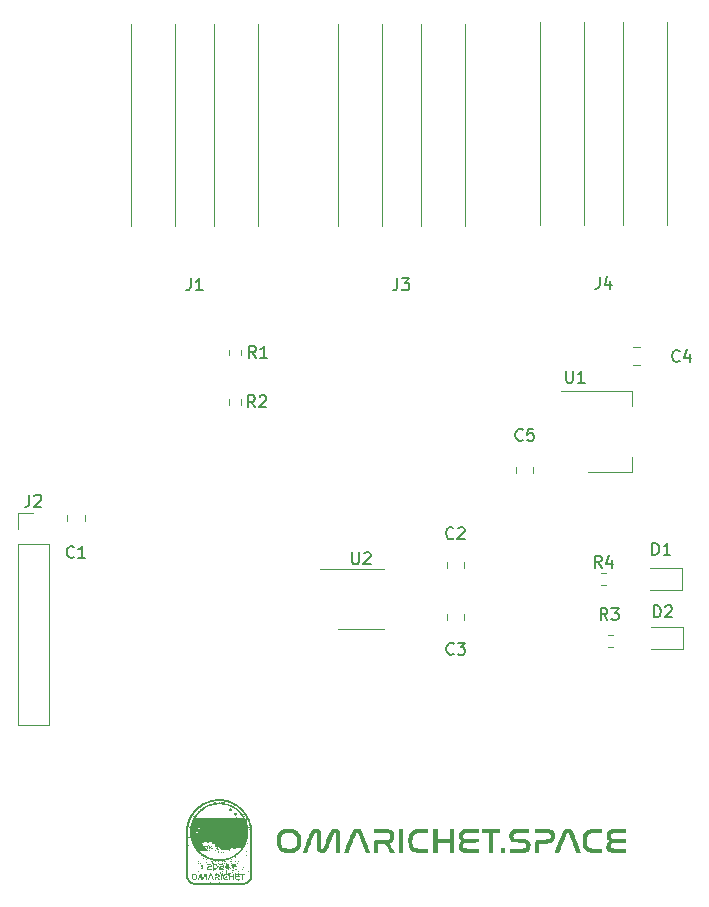
<source format=gbr>
%TF.GenerationSoftware,KiCad,Pcbnew,(6.0.7)*%
%TF.CreationDate,2023-02-21T13:12:56+03:00*%
%TF.ProjectId,Omarichet EPS Stack,4f6d6172-6963-4686-9574-204550532053,rev?*%
%TF.SameCoordinates,Original*%
%TF.FileFunction,Legend,Top*%
%TF.FilePolarity,Positive*%
%FSLAX46Y46*%
G04 Gerber Fmt 4.6, Leading zero omitted, Abs format (unit mm)*
G04 Created by KiCad (PCBNEW (6.0.7)) date 2023-02-21 13:12:56*
%MOMM*%
%LPD*%
G01*
G04 APERTURE LIST*
%ADD10C,0.150000*%
%ADD11C,0.120000*%
G04 APERTURE END LIST*
D10*
%TO.C,J1*%
X116056666Y-73032380D02*
X116056666Y-73746666D01*
X116009047Y-73889523D01*
X115913809Y-73984761D01*
X115770952Y-74032380D01*
X115675714Y-74032380D01*
X117056666Y-74032380D02*
X116485238Y-74032380D01*
X116770952Y-74032380D02*
X116770952Y-73032380D01*
X116675714Y-73175238D01*
X116580476Y-73270476D01*
X116485238Y-73318095D01*
%TO.C,J2*%
X102386666Y-91367380D02*
X102386666Y-92081666D01*
X102339047Y-92224523D01*
X102243809Y-92319761D01*
X102100952Y-92367380D01*
X102005714Y-92367380D01*
X102815238Y-91462619D02*
X102862857Y-91415000D01*
X102958095Y-91367380D01*
X103196190Y-91367380D01*
X103291428Y-91415000D01*
X103339047Y-91462619D01*
X103386666Y-91557857D01*
X103386666Y-91653095D01*
X103339047Y-91795952D01*
X102767619Y-92367380D01*
X103386666Y-92367380D01*
%TO.C,C3*%
X138313333Y-104807142D02*
X138265714Y-104854761D01*
X138122857Y-104902380D01*
X138027619Y-104902380D01*
X137884761Y-104854761D01*
X137789523Y-104759523D01*
X137741904Y-104664285D01*
X137694285Y-104473809D01*
X137694285Y-104330952D01*
X137741904Y-104140476D01*
X137789523Y-104045238D01*
X137884761Y-103950000D01*
X138027619Y-103902380D01*
X138122857Y-103902380D01*
X138265714Y-103950000D01*
X138313333Y-103997619D01*
X138646666Y-103902380D02*
X139265714Y-103902380D01*
X138932380Y-104283333D01*
X139075238Y-104283333D01*
X139170476Y-104330952D01*
X139218095Y-104378571D01*
X139265714Y-104473809D01*
X139265714Y-104711904D01*
X139218095Y-104807142D01*
X139170476Y-104854761D01*
X139075238Y-104902380D01*
X138789523Y-104902380D01*
X138694285Y-104854761D01*
X138646666Y-104807142D01*
%TO.C,U1*%
X147828095Y-80872380D02*
X147828095Y-81681904D01*
X147875714Y-81777142D01*
X147923333Y-81824761D01*
X148018571Y-81872380D01*
X148209047Y-81872380D01*
X148304285Y-81824761D01*
X148351904Y-81777142D01*
X148399523Y-81681904D01*
X148399523Y-80872380D01*
X149399523Y-81872380D02*
X148828095Y-81872380D01*
X149113809Y-81872380D02*
X149113809Y-80872380D01*
X149018571Y-81015238D01*
X148923333Y-81110476D01*
X148828095Y-81158095D01*
%TO.C,D1*%
X155136904Y-96452380D02*
X155136904Y-95452380D01*
X155375000Y-95452380D01*
X155517857Y-95500000D01*
X155613095Y-95595238D01*
X155660714Y-95690476D01*
X155708333Y-95880952D01*
X155708333Y-96023809D01*
X155660714Y-96214285D01*
X155613095Y-96309523D01*
X155517857Y-96404761D01*
X155375000Y-96452380D01*
X155136904Y-96452380D01*
X156660714Y-96452380D02*
X156089285Y-96452380D01*
X156375000Y-96452380D02*
X156375000Y-95452380D01*
X156279761Y-95595238D01*
X156184523Y-95690476D01*
X156089285Y-95738095D01*
%TO.C,C5*%
X144163333Y-86687142D02*
X144115714Y-86734761D01*
X143972857Y-86782380D01*
X143877619Y-86782380D01*
X143734761Y-86734761D01*
X143639523Y-86639523D01*
X143591904Y-86544285D01*
X143544285Y-86353809D01*
X143544285Y-86210952D01*
X143591904Y-86020476D01*
X143639523Y-85925238D01*
X143734761Y-85830000D01*
X143877619Y-85782380D01*
X143972857Y-85782380D01*
X144115714Y-85830000D01*
X144163333Y-85877619D01*
X145068095Y-85782380D02*
X144591904Y-85782380D01*
X144544285Y-86258571D01*
X144591904Y-86210952D01*
X144687142Y-86163333D01*
X144925238Y-86163333D01*
X145020476Y-86210952D01*
X145068095Y-86258571D01*
X145115714Y-86353809D01*
X145115714Y-86591904D01*
X145068095Y-86687142D01*
X145020476Y-86734761D01*
X144925238Y-86782380D01*
X144687142Y-86782380D01*
X144591904Y-86734761D01*
X144544285Y-86687142D01*
%TO.C,C1*%
X106163333Y-96607142D02*
X106115714Y-96654761D01*
X105972857Y-96702380D01*
X105877619Y-96702380D01*
X105734761Y-96654761D01*
X105639523Y-96559523D01*
X105591904Y-96464285D01*
X105544285Y-96273809D01*
X105544285Y-96130952D01*
X105591904Y-95940476D01*
X105639523Y-95845238D01*
X105734761Y-95750000D01*
X105877619Y-95702380D01*
X105972857Y-95702380D01*
X106115714Y-95750000D01*
X106163333Y-95797619D01*
X107115714Y-96702380D02*
X106544285Y-96702380D01*
X106830000Y-96702380D02*
X106830000Y-95702380D01*
X106734761Y-95845238D01*
X106639523Y-95940476D01*
X106544285Y-95988095D01*
%TO.C,U2*%
X129718095Y-96232380D02*
X129718095Y-97041904D01*
X129765714Y-97137142D01*
X129813333Y-97184761D01*
X129908571Y-97232380D01*
X130099047Y-97232380D01*
X130194285Y-97184761D01*
X130241904Y-97137142D01*
X130289523Y-97041904D01*
X130289523Y-96232380D01*
X130718095Y-96327619D02*
X130765714Y-96280000D01*
X130860952Y-96232380D01*
X131099047Y-96232380D01*
X131194285Y-96280000D01*
X131241904Y-96327619D01*
X131289523Y-96422857D01*
X131289523Y-96518095D01*
X131241904Y-96660952D01*
X130670476Y-97232380D01*
X131289523Y-97232380D01*
%TO.C,C4*%
X157433333Y-80007142D02*
X157385714Y-80054761D01*
X157242857Y-80102380D01*
X157147619Y-80102380D01*
X157004761Y-80054761D01*
X156909523Y-79959523D01*
X156861904Y-79864285D01*
X156814285Y-79673809D01*
X156814285Y-79530952D01*
X156861904Y-79340476D01*
X156909523Y-79245238D01*
X157004761Y-79150000D01*
X157147619Y-79102380D01*
X157242857Y-79102380D01*
X157385714Y-79150000D01*
X157433333Y-79197619D01*
X158290476Y-79435714D02*
X158290476Y-80102380D01*
X158052380Y-79054761D02*
X157814285Y-79769047D01*
X158433333Y-79769047D01*
%TO.C,D2*%
X155261904Y-101732380D02*
X155261904Y-100732380D01*
X155500000Y-100732380D01*
X155642857Y-100780000D01*
X155738095Y-100875238D01*
X155785714Y-100970476D01*
X155833333Y-101160952D01*
X155833333Y-101303809D01*
X155785714Y-101494285D01*
X155738095Y-101589523D01*
X155642857Y-101684761D01*
X155500000Y-101732380D01*
X155261904Y-101732380D01*
X156214285Y-100827619D02*
X156261904Y-100780000D01*
X156357142Y-100732380D01*
X156595238Y-100732380D01*
X156690476Y-100780000D01*
X156738095Y-100827619D01*
X156785714Y-100922857D01*
X156785714Y-101018095D01*
X156738095Y-101160952D01*
X156166666Y-101732380D01*
X156785714Y-101732380D01*
%TO.C,R1*%
X121563333Y-79757380D02*
X121230000Y-79281190D01*
X120991904Y-79757380D02*
X120991904Y-78757380D01*
X121372857Y-78757380D01*
X121468095Y-78805000D01*
X121515714Y-78852619D01*
X121563333Y-78947857D01*
X121563333Y-79090714D01*
X121515714Y-79185952D01*
X121468095Y-79233571D01*
X121372857Y-79281190D01*
X120991904Y-79281190D01*
X122515714Y-79757380D02*
X121944285Y-79757380D01*
X122230000Y-79757380D02*
X122230000Y-78757380D01*
X122134761Y-78900238D01*
X122039523Y-78995476D01*
X121944285Y-79043095D01*
%TO.C,R3*%
X151333333Y-101952380D02*
X151000000Y-101476190D01*
X150761904Y-101952380D02*
X150761904Y-100952380D01*
X151142857Y-100952380D01*
X151238095Y-101000000D01*
X151285714Y-101047619D01*
X151333333Y-101142857D01*
X151333333Y-101285714D01*
X151285714Y-101380952D01*
X151238095Y-101428571D01*
X151142857Y-101476190D01*
X150761904Y-101476190D01*
X151666666Y-100952380D02*
X152285714Y-100952380D01*
X151952380Y-101333333D01*
X152095238Y-101333333D01*
X152190476Y-101380952D01*
X152238095Y-101428571D01*
X152285714Y-101523809D01*
X152285714Y-101761904D01*
X152238095Y-101857142D01*
X152190476Y-101904761D01*
X152095238Y-101952380D01*
X151809523Y-101952380D01*
X151714285Y-101904761D01*
X151666666Y-101857142D01*
%TO.C,R4*%
X150833333Y-97522380D02*
X150500000Y-97046190D01*
X150261904Y-97522380D02*
X150261904Y-96522380D01*
X150642857Y-96522380D01*
X150738095Y-96570000D01*
X150785714Y-96617619D01*
X150833333Y-96712857D01*
X150833333Y-96855714D01*
X150785714Y-96950952D01*
X150738095Y-96998571D01*
X150642857Y-97046190D01*
X150261904Y-97046190D01*
X151690476Y-96855714D02*
X151690476Y-97522380D01*
X151452380Y-96474761D02*
X151214285Y-97189047D01*
X151833333Y-97189047D01*
%TO.C,J4*%
X150666666Y-72902380D02*
X150666666Y-73616666D01*
X150619047Y-73759523D01*
X150523809Y-73854761D01*
X150380952Y-73902380D01*
X150285714Y-73902380D01*
X151571428Y-73235714D02*
X151571428Y-73902380D01*
X151333333Y-72854761D02*
X151095238Y-73569047D01*
X151714285Y-73569047D01*
%TO.C,R2*%
X121493333Y-83947380D02*
X121160000Y-83471190D01*
X120921904Y-83947380D02*
X120921904Y-82947380D01*
X121302857Y-82947380D01*
X121398095Y-82995000D01*
X121445714Y-83042619D01*
X121493333Y-83137857D01*
X121493333Y-83280714D01*
X121445714Y-83375952D01*
X121398095Y-83423571D01*
X121302857Y-83471190D01*
X120921904Y-83471190D01*
X121874285Y-83042619D02*
X121921904Y-82995000D01*
X122017142Y-82947380D01*
X122255238Y-82947380D01*
X122350476Y-82995000D01*
X122398095Y-83042619D01*
X122445714Y-83137857D01*
X122445714Y-83233095D01*
X122398095Y-83375952D01*
X121826666Y-83947380D01*
X122445714Y-83947380D01*
%TO.C,C2*%
X138293333Y-95017142D02*
X138245714Y-95064761D01*
X138102857Y-95112380D01*
X138007619Y-95112380D01*
X137864761Y-95064761D01*
X137769523Y-94969523D01*
X137721904Y-94874285D01*
X137674285Y-94683809D01*
X137674285Y-94540952D01*
X137721904Y-94350476D01*
X137769523Y-94255238D01*
X137864761Y-94160000D01*
X138007619Y-94112380D01*
X138102857Y-94112380D01*
X138245714Y-94160000D01*
X138293333Y-94207619D01*
X138674285Y-94207619D02*
X138721904Y-94160000D01*
X138817142Y-94112380D01*
X139055238Y-94112380D01*
X139150476Y-94160000D01*
X139198095Y-94207619D01*
X139245714Y-94302857D01*
X139245714Y-94398095D01*
X139198095Y-94540952D01*
X138626666Y-95112380D01*
X139245714Y-95112380D01*
%TO.C,J3*%
X133546666Y-73032380D02*
X133546666Y-73746666D01*
X133499047Y-73889523D01*
X133403809Y-73984761D01*
X133260952Y-74032380D01*
X133165714Y-74032380D01*
X133927619Y-73032380D02*
X134546666Y-73032380D01*
X134213333Y-73413333D01*
X134356190Y-73413333D01*
X134451428Y-73460952D01*
X134499047Y-73508571D01*
X134546666Y-73603809D01*
X134546666Y-73841904D01*
X134499047Y-73937142D01*
X134451428Y-73984761D01*
X134356190Y-74032380D01*
X134070476Y-74032380D01*
X133975238Y-73984761D01*
X133927619Y-73937142D01*
D11*
%TO.C,J1*%
X114750000Y-68620000D02*
X114750000Y-51490000D01*
X111030000Y-68620000D02*
X111030000Y-51490000D01*
X121750000Y-68620000D02*
X121750000Y-51490000D01*
X118030000Y-68620000D02*
X118030000Y-51490000D01*
%TO.C,J2*%
X104050000Y-95515000D02*
X104050000Y-110815000D01*
X101390000Y-110815000D02*
X104050000Y-110815000D01*
X101390000Y-95515000D02*
X101390000Y-110815000D01*
X101390000Y-95515000D02*
X104050000Y-95515000D01*
X101390000Y-94245000D02*
X101390000Y-92915000D01*
X101390000Y-92915000D02*
X102720000Y-92915000D01*
%TO.C,C3*%
X137745000Y-101478748D02*
X137745000Y-102001252D01*
X139215000Y-101478748D02*
X139215000Y-102001252D01*
%TO.C,U1*%
X153410000Y-89410000D02*
X153410000Y-88150000D01*
X149650000Y-89410000D02*
X153410000Y-89410000D01*
X147400000Y-82590000D02*
X153410000Y-82590000D01*
X153410000Y-82590000D02*
X153410000Y-83850000D01*
%TO.C,D1*%
X157622500Y-97540000D02*
X154937500Y-97540000D01*
X154937500Y-99460000D02*
X157622500Y-99460000D01*
X157622500Y-99460000D02*
X157622500Y-97540000D01*
%TO.C,C5*%
X143595000Y-89018748D02*
X143595000Y-89541252D01*
X145065000Y-89018748D02*
X145065000Y-89541252D01*
%TO.C,C1*%
X107065000Y-93048748D02*
X107065000Y-93571252D01*
X105595000Y-93048748D02*
X105595000Y-93571252D01*
%TO.C,G\u002A\u002A\u002A*%
G36*
X132166981Y-119656894D02*
G01*
X132375816Y-119657535D01*
X132543822Y-119659866D01*
X132677070Y-119664644D01*
X132781630Y-119672629D01*
X132863571Y-119684580D01*
X132928962Y-119701254D01*
X132983873Y-119723410D01*
X133034374Y-119751808D01*
X133059692Y-119768464D01*
X133159975Y-119863823D01*
X133233097Y-119989664D01*
X133276601Y-120136594D01*
X133288031Y-120295221D01*
X133264932Y-120456154D01*
X133251461Y-120501805D01*
X133207076Y-120596127D01*
X133141289Y-120689707D01*
X133064793Y-120770520D01*
X132988278Y-120826538D01*
X132948227Y-120842898D01*
X132903638Y-120861724D01*
X132888173Y-120880975D01*
X132899481Y-120907730D01*
X132930892Y-120967984D01*
X132978632Y-121054862D01*
X133038927Y-121161485D01*
X133102342Y-121271277D01*
X133171402Y-121389734D01*
X133232321Y-121494268D01*
X133281148Y-121578097D01*
X133313933Y-121634436D01*
X133326533Y-121656163D01*
X133309658Y-121664122D01*
X133256002Y-121670204D01*
X133175683Y-121673457D01*
X133139964Y-121673753D01*
X132943374Y-121673753D01*
X132714034Y-121286773D01*
X132484694Y-120899792D01*
X131903131Y-120899792D01*
X131903131Y-121673753D01*
X131551330Y-121673753D01*
X131551676Y-121210549D01*
X131552503Y-121034588D01*
X131555643Y-120899187D01*
X131562533Y-120798008D01*
X131574606Y-120724712D01*
X131593298Y-120672962D01*
X131620043Y-120636418D01*
X131656278Y-120608742D01*
X131692377Y-120589071D01*
X131726022Y-120575097D01*
X131768138Y-120564633D01*
X131825534Y-120557195D01*
X131905023Y-120552302D01*
X132013413Y-120549471D01*
X132157516Y-120548221D01*
X132272152Y-120548028D01*
X132770166Y-120547991D01*
X132843909Y-120482102D01*
X132893158Y-120427749D01*
X132918910Y-120365208D01*
X132929028Y-120297824D01*
X132932784Y-120222155D01*
X132921378Y-120170703D01*
X132888206Y-120121567D01*
X132869340Y-120099863D01*
X132798277Y-120020291D01*
X132174803Y-120013334D01*
X131551330Y-120006377D01*
X131551330Y-119656763D01*
X132166981Y-119656894D01*
G37*
G36*
X123329326Y-120461129D02*
G01*
X123361683Y-120284265D01*
X123419225Y-120119164D01*
X123426548Y-120102550D01*
X123515923Y-119951906D01*
X123637204Y-119831534D01*
X123795636Y-119736258D01*
X123799992Y-119734212D01*
X123852486Y-119710487D01*
X123898762Y-119693289D01*
X123947619Y-119681569D01*
X124007857Y-119674279D01*
X124088275Y-119670369D01*
X124197674Y-119668789D01*
X124344854Y-119668490D01*
X124351146Y-119668490D01*
X124538379Y-119670272D01*
X124686747Y-119677082D01*
X124804206Y-119691121D01*
X124898714Y-119714586D01*
X124978226Y-119749677D01*
X125050699Y-119798592D01*
X125124090Y-119863530D01*
X125150378Y-119889362D01*
X125240909Y-119990787D01*
X125307216Y-120094140D01*
X125353049Y-120209716D01*
X125382156Y-120347811D01*
X125398287Y-120518720D01*
X125401159Y-120578000D01*
X125402534Y-120792929D01*
X125386684Y-120972147D01*
X125352342Y-121124051D01*
X125299176Y-121255207D01*
X125197760Y-121404823D01*
X125061795Y-121524253D01*
X124894533Y-121611080D01*
X124768414Y-121649390D01*
X124689117Y-121660625D01*
X124575969Y-121667621D01*
X124441822Y-121670515D01*
X124299528Y-121669441D01*
X124161939Y-121664535D01*
X124041906Y-121655933D01*
X123952281Y-121643768D01*
X123937980Y-121640642D01*
X123757429Y-121575300D01*
X123607451Y-121474635D01*
X123488394Y-121339195D01*
X123400603Y-121169528D01*
X123344428Y-120966182D01*
X123320216Y-120729705D01*
X123320097Y-120722156D01*
X123675570Y-120722156D01*
X123676117Y-120734097D01*
X123696372Y-120915538D01*
X123738871Y-121058210D01*
X123805861Y-121165776D01*
X123899586Y-121241897D01*
X124016260Y-121288644D01*
X124118349Y-121306905D01*
X124248750Y-121317245D01*
X124391703Y-121319710D01*
X124531444Y-121314344D01*
X124652213Y-121301190D01*
X124719473Y-121286657D01*
X124849643Y-121225300D01*
X124949125Y-121129131D01*
X125014795Y-121001292D01*
X125020161Y-120984289D01*
X125041739Y-120873354D01*
X125052326Y-120735150D01*
X125051943Y-120588003D01*
X125040610Y-120450240D01*
X125019433Y-120343776D01*
X124962938Y-120226186D01*
X124873973Y-120125444D01*
X124764666Y-120053722D01*
X124710470Y-120033709D01*
X124624895Y-120018836D01*
X124508766Y-120010473D01*
X124376280Y-120008382D01*
X124241634Y-120012326D01*
X124119028Y-120022068D01*
X124022658Y-120037370D01*
X123992501Y-120045708D01*
X123870132Y-120109877D01*
X123777472Y-120209133D01*
X123714303Y-120343951D01*
X123680408Y-120514801D01*
X123675570Y-120722156D01*
X123320097Y-120722156D01*
X123319197Y-120665258D01*
X123329326Y-120461129D01*
G37*
G36*
X140416704Y-120008564D02*
G01*
X139863231Y-120008564D01*
X139665331Y-120009338D01*
X139508860Y-120012313D01*
X139388353Y-120018466D01*
X139298350Y-120028774D01*
X139233386Y-120044216D01*
X139188000Y-120065770D01*
X139156729Y-120094412D01*
X139134110Y-120131120D01*
X139130019Y-120139791D01*
X139103163Y-120243840D01*
X139115716Y-120339910D01*
X139163949Y-120418624D01*
X139244137Y-120470602D01*
X139264037Y-120477064D01*
X139312078Y-120483980D01*
X139398959Y-120490117D01*
X139516614Y-120495161D01*
X139656978Y-120498802D01*
X139811986Y-120500729D01*
X139883140Y-120500954D01*
X140416704Y-120501085D01*
X140416704Y-120800666D01*
X139843377Y-120809513D01*
X139663603Y-120812511D01*
X139524599Y-120815633D01*
X139420229Y-120819430D01*
X139344357Y-120824455D01*
X139290848Y-120831261D01*
X139253568Y-120840399D01*
X139226381Y-120852422D01*
X139204273Y-120867049D01*
X139124671Y-120947117D01*
X139090644Y-121036621D01*
X139100705Y-121134860D01*
X139117641Y-121185102D01*
X139138504Y-121224727D01*
X139168704Y-121255078D01*
X139213653Y-121277501D01*
X139278764Y-121293339D01*
X139369448Y-121303938D01*
X139491117Y-121310641D01*
X139649182Y-121314792D01*
X139836233Y-121317576D01*
X140416704Y-121324925D01*
X140416704Y-121673753D01*
X139824507Y-121671397D01*
X139657307Y-121669929D01*
X139501179Y-121667050D01*
X139363684Y-121663018D01*
X139252380Y-121658092D01*
X139174826Y-121652529D01*
X139143597Y-121648152D01*
X138990753Y-121591330D01*
X138871098Y-121502053D01*
X138786598Y-121382869D01*
X138739219Y-121236328D01*
X138729222Y-121110872D01*
X138750190Y-120955326D01*
X138810015Y-120825525D01*
X138888152Y-120738565D01*
X138980784Y-120659425D01*
X138880327Y-120562665D01*
X138790339Y-120446748D01*
X138739973Y-120316965D01*
X138727216Y-120181057D01*
X138750057Y-120046769D01*
X138806485Y-119921842D01*
X138894488Y-119814021D01*
X139012055Y-119731047D01*
X139106175Y-119693267D01*
X139156752Y-119681223D01*
X139221302Y-119671984D01*
X139305939Y-119665239D01*
X139416776Y-119660675D01*
X139559927Y-119657983D01*
X139741505Y-119656850D01*
X139822900Y-119656763D01*
X140416704Y-119656763D01*
X140416704Y-120008564D01*
G37*
G36*
X134037388Y-121673753D02*
G01*
X133709040Y-121673753D01*
X133709040Y-119656763D01*
X134037388Y-119656763D01*
X134037388Y-121673753D01*
G37*
G36*
X148153033Y-119640704D02*
G01*
X148269854Y-119695409D01*
X148328590Y-119746569D01*
X148345984Y-119778157D01*
X148377953Y-119848823D01*
X148422529Y-119953750D01*
X148477748Y-120088123D01*
X148541644Y-120247124D01*
X148612250Y-120425938D01*
X148687600Y-120619749D01*
X148729265Y-120728149D01*
X149086770Y-121662026D01*
X148899301Y-121668898D01*
X148809337Y-121669935D01*
X148737975Y-121666552D01*
X148697742Y-121659465D01*
X148693988Y-121657171D01*
X148681947Y-121631621D01*
X148655564Y-121567128D01*
X148616788Y-121468736D01*
X148567571Y-121341487D01*
X148509863Y-121190425D01*
X148445617Y-121020593D01*
X148378322Y-120841158D01*
X148309307Y-120657277D01*
X148244656Y-120486755D01*
X148186365Y-120334727D01*
X148136432Y-120206326D01*
X148096850Y-120106685D01*
X148069617Y-120040940D01*
X148056903Y-120014427D01*
X148011670Y-119989487D01*
X147952916Y-119988709D01*
X147906667Y-120012092D01*
X147904730Y-120014427D01*
X147890646Y-120043044D01*
X147861935Y-120109670D01*
X147820934Y-120208584D01*
X147769982Y-120334065D01*
X147711417Y-120480392D01*
X147647578Y-120641841D01*
X147629180Y-120688712D01*
X147561108Y-120862158D01*
X147495014Y-121030081D01*
X147433845Y-121185034D01*
X147380545Y-121319572D01*
X147338059Y-121426248D01*
X147309332Y-121497617D01*
X147306842Y-121503716D01*
X147237258Y-121673753D01*
X146843308Y-121673753D01*
X146883027Y-121574076D01*
X147014675Y-121243478D01*
X147130103Y-120953626D01*
X147230689Y-120701785D01*
X147317811Y-120485220D01*
X147392845Y-120301195D01*
X147457171Y-120146977D01*
X147512165Y-120019830D01*
X147559206Y-119917019D01*
X147599671Y-119835809D01*
X147634937Y-119773465D01*
X147666383Y-119727253D01*
X147695386Y-119694438D01*
X147723324Y-119672283D01*
X147751574Y-119658056D01*
X147781515Y-119649020D01*
X147814523Y-119642441D01*
X147851977Y-119635584D01*
X147860381Y-119633885D01*
X148013810Y-119619539D01*
X148153033Y-119640704D01*
G37*
G36*
X126783845Y-119642352D02*
G01*
X126900397Y-119689581D01*
X126990898Y-119761598D01*
X127007702Y-119782785D01*
X127022404Y-119804962D01*
X127034185Y-119829352D01*
X127043484Y-119861325D01*
X127050737Y-119906255D01*
X127056383Y-119969513D01*
X127060858Y-120056471D01*
X127064601Y-120172502D01*
X127068048Y-120322977D01*
X127071637Y-120513269D01*
X127072882Y-120583171D01*
X127076204Y-120762737D01*
X127079510Y-120926499D01*
X127082663Y-121068767D01*
X127085525Y-121183850D01*
X127087960Y-121266058D01*
X127089832Y-121309700D01*
X127090472Y-121315264D01*
X127112251Y-121328898D01*
X127142097Y-121345406D01*
X127168624Y-121357050D01*
X127193540Y-121359974D01*
X127218472Y-121350916D01*
X127245047Y-121326618D01*
X127274892Y-121283818D01*
X127309635Y-121219257D01*
X127350901Y-121129675D01*
X127400319Y-121011811D01*
X127459514Y-120862405D01*
X127530115Y-120678198D01*
X127613747Y-120455928D01*
X127695899Y-120235706D01*
X127768220Y-120050109D01*
X127833624Y-119905268D01*
X127896562Y-119796427D01*
X127961483Y-119718835D01*
X128032837Y-119667737D01*
X128115074Y-119638379D01*
X128212644Y-119626007D01*
X128267859Y-119624706D01*
X128419810Y-119642054D01*
X128542436Y-119693004D01*
X128633154Y-119775914D01*
X128689378Y-119889142D01*
X128690579Y-119893250D01*
X128696127Y-119935941D01*
X128701134Y-120020168D01*
X128705468Y-120140561D01*
X128708997Y-120291752D01*
X128711589Y-120468372D01*
X128713112Y-120665051D01*
X128713473Y-120823414D01*
X128713473Y-121673753D01*
X128361672Y-121673753D01*
X128361672Y-120854560D01*
X128361454Y-120633525D01*
X128360665Y-120454749D01*
X128359106Y-120313585D01*
X128356578Y-120205387D01*
X128352878Y-120125508D01*
X128347809Y-120069303D01*
X128341169Y-120032124D01*
X128332759Y-120009326D01*
X128324817Y-119998512D01*
X128281631Y-119968608D01*
X128256132Y-119961657D01*
X128236194Y-119963403D01*
X128217288Y-119971132D01*
X128197706Y-119988580D01*
X128175742Y-120019484D01*
X128149688Y-120067579D01*
X128117839Y-120136602D01*
X128078486Y-120230290D01*
X128029923Y-120352379D01*
X127970443Y-120506605D01*
X127898340Y-120696705D01*
X127811906Y-120926414D01*
X127795842Y-120969197D01*
X127726146Y-121152228D01*
X127668437Y-121296399D01*
X127619681Y-121407289D01*
X127576846Y-121490475D01*
X127536897Y-121551535D01*
X127496803Y-121596046D01*
X127453530Y-121629587D01*
X127428507Y-121644688D01*
X127313949Y-121686418D01*
X127180460Y-121700461D01*
X127046304Y-121687031D01*
X126929747Y-121646339D01*
X126916274Y-121638720D01*
X126869928Y-121609430D01*
X126832641Y-121579476D01*
X126803383Y-121543620D01*
X126781122Y-121496626D01*
X126764825Y-121433256D01*
X126753463Y-121348274D01*
X126746002Y-121236443D01*
X126741412Y-121092525D01*
X126738661Y-120911284D01*
X126737036Y-120728760D01*
X126735079Y-120518650D01*
X126732387Y-120350743D01*
X126728284Y-120220332D01*
X126722095Y-120122713D01*
X126713142Y-120053181D01*
X126700752Y-120007031D01*
X126684248Y-119979558D01*
X126662956Y-119966057D01*
X126636198Y-119961824D01*
X126626886Y-119961657D01*
X126609822Y-119962694D01*
X126593556Y-119967838D01*
X126576797Y-119980136D01*
X126558253Y-120002638D01*
X126536634Y-120038392D01*
X126510649Y-120090446D01*
X126479005Y-120161848D01*
X126440413Y-120255647D01*
X126393579Y-120374892D01*
X126337214Y-120522630D01*
X126270027Y-120701911D01*
X126190725Y-120915782D01*
X126098017Y-121167293D01*
X125990613Y-121459491D01*
X125978676Y-121491989D01*
X125911911Y-121673753D01*
X125528955Y-121673753D01*
X125703444Y-121210549D01*
X125769621Y-121034190D01*
X125843159Y-120837074D01*
X125917691Y-120636347D01*
X125986846Y-120449150D01*
X126032363Y-120325184D01*
X126100725Y-120142587D01*
X126158640Y-119999172D01*
X126209325Y-119889248D01*
X126255995Y-119807126D01*
X126301867Y-119747114D01*
X126350156Y-119703522D01*
X126401495Y-119671982D01*
X126522034Y-119631293D01*
X126653605Y-119622169D01*
X126783845Y-119642352D01*
G37*
G36*
X152940804Y-120008564D02*
G01*
X152388897Y-120008564D01*
X152189168Y-120009420D01*
X152030934Y-120012545D01*
X151908803Y-120018772D01*
X151817386Y-120028932D01*
X151751291Y-120043859D01*
X151705129Y-120064387D01*
X151673508Y-120091347D01*
X151652757Y-120122303D01*
X151631635Y-120196150D01*
X151629909Y-120285830D01*
X151646693Y-120367958D01*
X151663287Y-120401141D01*
X151691224Y-120431212D01*
X151731596Y-120454785D01*
X151789772Y-120472591D01*
X151871121Y-120485362D01*
X151981011Y-120493828D01*
X152124810Y-120498719D01*
X152307886Y-120500766D01*
X152396585Y-120500954D01*
X152919494Y-120501085D01*
X152912559Y-120654841D01*
X152905624Y-120808598D01*
X152354470Y-120813452D01*
X152157562Y-120815831D01*
X152002134Y-120819988D01*
X151882761Y-120827245D01*
X151794017Y-120838928D01*
X151730477Y-120856361D01*
X151686716Y-120880868D01*
X151657310Y-120913773D01*
X151636833Y-120956401D01*
X151625290Y-120991451D01*
X151610523Y-121059639D01*
X151617800Y-121116132D01*
X151641979Y-121173078D01*
X151665606Y-121215429D01*
X151694068Y-121248755D01*
X151732923Y-121274146D01*
X151787732Y-121292690D01*
X151864052Y-121305475D01*
X151967444Y-121313590D01*
X152103466Y-121318124D01*
X152277677Y-121320165D01*
X152395513Y-121320629D01*
X152940804Y-121321953D01*
X152940804Y-121673753D01*
X152348607Y-121672170D01*
X152118607Y-121670212D01*
X151931300Y-121665713D01*
X151787822Y-121658721D01*
X151689309Y-121649287D01*
X151649709Y-121641810D01*
X151494381Y-121580215D01*
X151374210Y-121488265D01*
X151304724Y-121396135D01*
X151268388Y-121325864D01*
X151249079Y-121259450D01*
X151242169Y-121176739D01*
X151241921Y-121122599D01*
X151252023Y-120989419D01*
X151283746Y-120886274D01*
X151343367Y-120798872D01*
X151413294Y-120732419D01*
X151504358Y-120655966D01*
X151416044Y-120591991D01*
X151329181Y-120503720D01*
X151275746Y-120387493D01*
X151254642Y-120240303D01*
X151255890Y-120153786D01*
X151277389Y-120008378D01*
X151327041Y-119895412D01*
X151410476Y-119806187D01*
X151526543Y-119735297D01*
X151662595Y-119668490D01*
X152301700Y-119661248D01*
X152940804Y-119654006D01*
X152940804Y-120008564D01*
G37*
G36*
X142668228Y-121673753D02*
G01*
X142339881Y-121673753D01*
X142339881Y-121275046D01*
X142668228Y-121275046D01*
X142668228Y-121673753D01*
G37*
G36*
X144685218Y-120008564D02*
G01*
X144121172Y-120008564D01*
X143925151Y-120009221D01*
X143770480Y-120011785D01*
X143651612Y-120017143D01*
X143563001Y-120026180D01*
X143499101Y-120039785D01*
X143454367Y-120058843D01*
X143423251Y-120084243D01*
X143400208Y-120116870D01*
X143395978Y-120124532D01*
X143371932Y-120214233D01*
X143382525Y-120311802D01*
X143425304Y-120396393D01*
X143428409Y-120400100D01*
X143484988Y-120465905D01*
X143942360Y-120478747D01*
X144100139Y-120483389D01*
X144219043Y-120487953D01*
X144307087Y-120493554D01*
X144372287Y-120501305D01*
X144422659Y-120512320D01*
X144466219Y-120527713D01*
X144510984Y-120548596D01*
X144535830Y-120561193D01*
X144659196Y-120641999D01*
X144745351Y-120742238D01*
X144798212Y-120868461D01*
X144821694Y-121027222D01*
X144822383Y-121040684D01*
X144812632Y-121220065D01*
X144766560Y-121371819D01*
X144685215Y-121494284D01*
X144569642Y-121585797D01*
X144446758Y-121637566D01*
X144398566Y-121649039D01*
X144336628Y-121657949D01*
X144255146Y-121664574D01*
X144148321Y-121669188D01*
X144010352Y-121672065D01*
X143835441Y-121673483D01*
X143684193Y-121673753D01*
X143043482Y-121673753D01*
X143043482Y-121324074D01*
X143686600Y-121317150D01*
X143876807Y-121315027D01*
X144025765Y-121312897D01*
X144139129Y-121310251D01*
X144222553Y-121306578D01*
X144281693Y-121301369D01*
X144322204Y-121294112D01*
X144349740Y-121284299D01*
X144369956Y-121271418D01*
X144388507Y-121254959D01*
X144389842Y-121253705D01*
X144447213Y-121169839D01*
X144468438Y-121069106D01*
X144450064Y-120968655D01*
X144426467Y-120922967D01*
X144394177Y-120887538D01*
X144347140Y-120860791D01*
X144279305Y-120841148D01*
X144184621Y-120827034D01*
X144057036Y-120816870D01*
X143890498Y-120809081D01*
X143829188Y-120806873D01*
X143645210Y-120799040D01*
X143501253Y-120788441D01*
X143390440Y-120773166D01*
X143305894Y-120751303D01*
X143240736Y-120720942D01*
X143188089Y-120680174D01*
X143141076Y-120627088D01*
X143130166Y-120612705D01*
X143060776Y-120482741D01*
X143023505Y-120330960D01*
X143019443Y-120170722D01*
X143049679Y-120015387D01*
X143075952Y-119948081D01*
X143115475Y-119871909D01*
X143159367Y-119810121D01*
X143212752Y-119761246D01*
X143280754Y-119723814D01*
X143368495Y-119696356D01*
X143481099Y-119677402D01*
X143623691Y-119665482D01*
X143801392Y-119659125D01*
X144019327Y-119656863D01*
X144091414Y-119656763D01*
X144685218Y-119656763D01*
X144685218Y-120008564D01*
G37*
G36*
X146258242Y-119661102D02*
G01*
X146343044Y-119664123D01*
X146407368Y-119669477D01*
X146457819Y-119677547D01*
X146501004Y-119688712D01*
X146543527Y-119703355D01*
X146546418Y-119704434D01*
X146686634Y-119779104D01*
X146791700Y-119884553D01*
X146861005Y-120019819D01*
X146893938Y-120183943D01*
X146896790Y-120254824D01*
X146877784Y-120434556D01*
X146821124Y-120589658D01*
X146728011Y-120717204D01*
X146694042Y-120748894D01*
X146627125Y-120799761D01*
X146555912Y-120838167D01*
X146472715Y-120865715D01*
X146369849Y-120884011D01*
X146239626Y-120894656D01*
X146074359Y-120899256D01*
X145970896Y-120899792D01*
X145576446Y-120899792D01*
X145576446Y-121673753D01*
X145197671Y-121673753D01*
X145205295Y-121209436D01*
X145208925Y-121019792D01*
X145216256Y-120870369D01*
X145232359Y-120756375D01*
X145262305Y-120673016D01*
X145311166Y-120615502D01*
X145384014Y-120579038D01*
X145485920Y-120558831D01*
X145621955Y-120550090D01*
X145797190Y-120548021D01*
X145905204Y-120547991D01*
X146080692Y-120547048D01*
X146215638Y-120543344D01*
X146316386Y-120535569D01*
X146389279Y-120522412D01*
X146440659Y-120502561D01*
X146476871Y-120474706D01*
X146504256Y-120437535D01*
X146512745Y-120422428D01*
X146537843Y-120340553D01*
X146542589Y-120242769D01*
X146526719Y-120153589D01*
X146515891Y-120128279D01*
X146492731Y-120093374D01*
X146461288Y-120065887D01*
X146416160Y-120044957D01*
X146351946Y-120029725D01*
X146263243Y-120019331D01*
X146144650Y-120012915D01*
X145990766Y-120009617D01*
X145796189Y-120008578D01*
X145763799Y-120008564D01*
X145199137Y-120008564D01*
X145212919Y-119668490D01*
X145814915Y-119662235D01*
X146000783Y-119660539D01*
X146146357Y-119660035D01*
X146258242Y-119661102D01*
G37*
G36*
X150900361Y-120005227D02*
G01*
X150401977Y-120012759D01*
X150230620Y-120015859D01*
X150099512Y-120019682D01*
X150001996Y-120024795D01*
X149931413Y-120031764D01*
X149881106Y-120041153D01*
X149844417Y-120053530D01*
X149828120Y-120061548D01*
X149722833Y-120137197D01*
X149646055Y-120236054D01*
X149595533Y-120363260D01*
X149569015Y-120523954D01*
X149563519Y-120665258D01*
X149574785Y-120857686D01*
X149609662Y-121012194D01*
X149669765Y-121132290D01*
X149756710Y-121221484D01*
X149842457Y-121271088D01*
X149883119Y-121284820D01*
X149940224Y-121295513D01*
X150020159Y-121303682D01*
X150129310Y-121309848D01*
X150274063Y-121314528D01*
X150413703Y-121317443D01*
X150900361Y-121326052D01*
X150900361Y-121673753D01*
X150413703Y-121671656D01*
X150213577Y-121669147D01*
X150048699Y-121663611D01*
X149922566Y-121655234D01*
X149838675Y-121644202D01*
X149821506Y-121640192D01*
X149636045Y-121566497D01*
X149481124Y-121457836D01*
X149358529Y-121315782D01*
X149277527Y-121161229D01*
X149256806Y-121104690D01*
X149242247Y-121049158D01*
X149232795Y-120984753D01*
X149227394Y-120901592D01*
X149224986Y-120789794D01*
X149224505Y-120665258D01*
X149225162Y-120522078D01*
X149227864Y-120415808D01*
X149233708Y-120336463D01*
X149243790Y-120274056D01*
X149259208Y-120218601D01*
X149279578Y-120163806D01*
X149362237Y-120009688D01*
X149475484Y-119874680D01*
X149589107Y-119784409D01*
X149659786Y-119744004D01*
X149732782Y-119712872D01*
X149815380Y-119689885D01*
X149914864Y-119673912D01*
X150038521Y-119663823D01*
X150193633Y-119658488D01*
X150387486Y-119656779D01*
X150412097Y-119656763D01*
X150900361Y-119656763D01*
X150900361Y-120005227D01*
G37*
G36*
X142269521Y-120008564D02*
G01*
X141659733Y-120008564D01*
X141659733Y-121673753D01*
X141307932Y-121673753D01*
X141307932Y-120008564D01*
X140721598Y-120008564D01*
X140721598Y-119656763D01*
X142269521Y-119656763D01*
X142269521Y-120008564D01*
G37*
G36*
X138307066Y-119668490D02*
G01*
X138312347Y-120671122D01*
X138317628Y-121673753D01*
X137977554Y-121673753D01*
X137977554Y-120829432D01*
X136945606Y-120829432D01*
X136945606Y-121673753D01*
X136570352Y-121673753D01*
X136570352Y-119656763D01*
X136945606Y-119656763D01*
X136945606Y-120477631D01*
X137977554Y-120477631D01*
X137977554Y-119654708D01*
X138307066Y-119668490D01*
G37*
G36*
X135669215Y-119662138D02*
G01*
X136159918Y-119668490D01*
X136166809Y-119838527D01*
X136173699Y-120008564D01*
X135719588Y-120008564D01*
X135520991Y-120010304D01*
X135362993Y-120016267D01*
X135239389Y-120027564D01*
X135143975Y-120045307D01*
X135070545Y-120070607D01*
X135012895Y-120104576D01*
X134969956Y-120142869D01*
X134902182Y-120233565D01*
X134855561Y-120345858D01*
X134827233Y-120488439D01*
X134816912Y-120608023D01*
X134818163Y-120806286D01*
X134846293Y-120968485D01*
X134902608Y-121097881D01*
X134988418Y-121197734D01*
X135077416Y-121257606D01*
X135113865Y-121275101D01*
X135153183Y-121288480D01*
X135202562Y-121298521D01*
X135269194Y-121306003D01*
X135360271Y-121311705D01*
X135482983Y-121316403D01*
X135644522Y-121320877D01*
X135667397Y-121321449D01*
X136159918Y-121333679D01*
X136166809Y-121503716D01*
X136173699Y-121673753D01*
X135686014Y-121672210D01*
X135488389Y-121670285D01*
X135332194Y-121665693D01*
X135212010Y-121658117D01*
X135122419Y-121647239D01*
X135069905Y-121636155D01*
X134897279Y-121573715D01*
X134758268Y-121486040D01*
X134649216Y-121368904D01*
X134566470Y-121218081D01*
X134506376Y-121029343D01*
X134493082Y-120968984D01*
X134467277Y-120767387D01*
X134467978Y-120560802D01*
X134493517Y-120360049D01*
X134542228Y-120175945D01*
X134612442Y-120019311D01*
X134647888Y-119964396D01*
X134712345Y-119891692D01*
X134793270Y-119821181D01*
X134829903Y-119795412D01*
X134903999Y-119751429D01*
X134975480Y-119717707D01*
X135051904Y-119693045D01*
X135140828Y-119676244D01*
X135249810Y-119666103D01*
X135386407Y-119661423D01*
X135558176Y-119661003D01*
X135669215Y-119662138D01*
G37*
G36*
X130271147Y-119632900D02*
G01*
X130330772Y-119647078D01*
X130381377Y-119665661D01*
X130425920Y-119693281D01*
X130467359Y-119734572D01*
X130508654Y-119794165D01*
X130552762Y-119876694D01*
X130602642Y-119986789D01*
X130661254Y-120129085D01*
X130731555Y-120308213D01*
X130775976Y-120423334D01*
X130844408Y-120601160D01*
X130912934Y-120779143D01*
X130978123Y-120948383D01*
X131036548Y-121099980D01*
X131084779Y-121225036D01*
X131117677Y-121310226D01*
X131170640Y-121445657D01*
X131207657Y-121542851D01*
X131227605Y-121608071D01*
X131229360Y-121647584D01*
X131211799Y-121667655D01*
X131173796Y-121674550D01*
X131114228Y-121674533D01*
X131052465Y-121673753D01*
X130855333Y-121673753D01*
X130541897Y-120840416D01*
X130460247Y-120624048D01*
X130392951Y-120447693D01*
X130338254Y-120307309D01*
X130294402Y-120198856D01*
X130259640Y-120118291D01*
X130232216Y-120061573D01*
X130210374Y-120024660D01*
X130192359Y-120003512D01*
X130176419Y-119994087D01*
X130174264Y-119993475D01*
X130117876Y-119993818D01*
X130085903Y-120008225D01*
X130071675Y-120034078D01*
X130042706Y-120097620D01*
X130001419Y-120192888D01*
X129950239Y-120313921D01*
X129891591Y-120454753D01*
X129827899Y-120609423D01*
X129761588Y-120771968D01*
X129695081Y-120936423D01*
X129630805Y-121096827D01*
X129571182Y-121247216D01*
X129518637Y-121381627D01*
X129475596Y-121494097D01*
X129444481Y-121578663D01*
X129430186Y-121620983D01*
X129418876Y-121646753D01*
X129397736Y-121662422D01*
X129356663Y-121670478D01*
X129285558Y-121673412D01*
X129216140Y-121673753D01*
X129126440Y-121672511D01*
X129057974Y-121669200D01*
X129021555Y-121664439D01*
X129018366Y-121662410D01*
X129026621Y-121637680D01*
X129049262Y-121577704D01*
X129083106Y-121490731D01*
X129124971Y-121385007D01*
X129138304Y-121351653D01*
X129180051Y-121247004D01*
X129235117Y-121108327D01*
X129299689Y-120945261D01*
X129369952Y-120767444D01*
X129442095Y-120584514D01*
X129502180Y-120431865D01*
X129567427Y-120268595D01*
X129629831Y-120117412D01*
X129686676Y-119984514D01*
X129735249Y-119876096D01*
X129772835Y-119798355D01*
X129796718Y-119757489D01*
X129798540Y-119755352D01*
X129907215Y-119672273D01*
X130040011Y-119627034D01*
X130191511Y-119621041D01*
X130271147Y-119632900D01*
G37*
%TO.C,U2*%
X130480000Y-97620000D02*
X132430000Y-97620000D01*
X130480000Y-102740000D02*
X132430000Y-102740000D01*
X130480000Y-97620000D02*
X127030000Y-97620000D01*
X130480000Y-102740000D02*
X128530000Y-102740000D01*
%TO.C,C4*%
X154051252Y-78875000D02*
X153528748Y-78875000D01*
X154051252Y-80345000D02*
X153528748Y-80345000D01*
%TO.C,G\u002A\u002A\u002A*%
G36*
X117216399Y-123112426D02*
G01*
X117215327Y-123117071D01*
X117211191Y-123117635D01*
X117204760Y-123114776D01*
X117205982Y-123112426D01*
X117215254Y-123111491D01*
X117216399Y-123112426D01*
G37*
G36*
X116000179Y-120465128D02*
G01*
X115996272Y-120469034D01*
X115992366Y-120465128D01*
X115996272Y-120461221D01*
X116000179Y-120465128D01*
G37*
G36*
X116461134Y-121912169D02*
G01*
X116474674Y-121917364D01*
X116474500Y-121921247D01*
X116465512Y-121922249D01*
X116452519Y-121917958D01*
X116449875Y-121915164D01*
X116452375Y-121911171D01*
X116461134Y-121912169D01*
G37*
G36*
X119569565Y-123045187D02*
G01*
X119570711Y-123050763D01*
X119568136Y-123062052D01*
X119561371Y-123058668D01*
X119559325Y-123055671D01*
X119560305Y-123045636D01*
X119562770Y-123043490D01*
X119569565Y-123045187D01*
G37*
G36*
X117185147Y-123862472D02*
G01*
X117186082Y-123871744D01*
X117185147Y-123872889D01*
X117180502Y-123871817D01*
X117179939Y-123867681D01*
X117182797Y-123861250D01*
X117185147Y-123862472D01*
G37*
G36*
X120747866Y-123964041D02*
G01*
X120748801Y-123973313D01*
X120747866Y-123974458D01*
X120743222Y-123973386D01*
X120742658Y-123969249D01*
X120745516Y-123962818D01*
X120747866Y-123964041D01*
G37*
G36*
X115912914Y-123262487D02*
G01*
X115914236Y-123266081D01*
X115907908Y-123273013D01*
X115902516Y-123273894D01*
X115892119Y-123269675D01*
X115890797Y-123266081D01*
X115897125Y-123259150D01*
X115902516Y-123258268D01*
X115912914Y-123262487D01*
G37*
G36*
X116054869Y-122941843D02*
G01*
X116050963Y-122945749D01*
X116047056Y-122941843D01*
X116050963Y-122937936D01*
X116054869Y-122941843D01*
G37*
G36*
X116468957Y-121863651D02*
G01*
X116465051Y-121867558D01*
X116461144Y-121863651D01*
X116465051Y-121859745D01*
X116468957Y-121863651D01*
G37*
G36*
X115886597Y-121904366D02*
G01*
X115906767Y-121908883D01*
X115911975Y-121912637D01*
X115902768Y-121916775D01*
X115893672Y-121919165D01*
X115875548Y-121925860D01*
X115865482Y-121933218D01*
X115861858Y-121933093D01*
X115861282Y-121920823D01*
X115864109Y-121906514D01*
X115872899Y-121902545D01*
X115886597Y-121904366D01*
G37*
G36*
X117255383Y-122903658D02*
G01*
X117254162Y-122906684D01*
X117247141Y-122914138D01*
X117245888Y-122914497D01*
X117242532Y-122908452D01*
X117242442Y-122906684D01*
X117248449Y-122899171D01*
X117250717Y-122898871D01*
X117255383Y-122903658D01*
G37*
G36*
X120609519Y-121490393D02*
G01*
X120609837Y-121492535D01*
X120607171Y-121500144D01*
X120606392Y-121500348D01*
X120599721Y-121494873D01*
X120598118Y-121492535D01*
X120598737Y-121485335D01*
X120601563Y-121484722D01*
X120609519Y-121490393D01*
G37*
G36*
X116817937Y-123018670D02*
G01*
X116816865Y-123023315D01*
X116812728Y-123023879D01*
X116806298Y-123021020D01*
X116807520Y-123018670D01*
X116816792Y-123017735D01*
X116817937Y-123018670D01*
G37*
G36*
X120951473Y-123560582D02*
G01*
X120960183Y-123566300D01*
X120967786Y-123565292D01*
X120976414Y-123563514D01*
X120972179Y-123570121D01*
X120971187Y-123571200D01*
X120963234Y-123585661D01*
X120962094Y-123600439D01*
X120967832Y-123609287D01*
X120970797Y-123609852D01*
X120976204Y-123612214D01*
X120970903Y-123619121D01*
X120966273Y-123629303D01*
X120974132Y-123642198D01*
X120974458Y-123642560D01*
X120981190Y-123653056D01*
X120978897Y-123656730D01*
X120964299Y-123659362D01*
X120959387Y-123660999D01*
X120953533Y-123660418D01*
X120950107Y-123651366D01*
X120948557Y-123631226D01*
X120948295Y-123608262D01*
X120948693Y-123582243D01*
X120949716Y-123565111D01*
X120951159Y-123559936D01*
X120951473Y-123560582D01*
G37*
G36*
X119705518Y-122405611D02*
G01*
X119705752Y-122406489D01*
X119705491Y-122419066D01*
X119694987Y-122422279D01*
X119682687Y-122419278D01*
X119680092Y-122415423D01*
X119685418Y-122405093D01*
X119690858Y-122399632D01*
X119700096Y-122395705D01*
X119705518Y-122405611D01*
G37*
G36*
X118539397Y-123715328D02*
G01*
X118535491Y-123719234D01*
X118531584Y-123715328D01*
X118535491Y-123711421D01*
X118539397Y-123715328D01*
G37*
G36*
X116031203Y-122045389D02*
G01*
X116031430Y-122047256D01*
X116025485Y-122054842D01*
X116023617Y-122055069D01*
X116016032Y-122049124D01*
X116015804Y-122047256D01*
X116021750Y-122039670D01*
X116023617Y-122039443D01*
X116031203Y-122045389D01*
G37*
G36*
X116254100Y-123357012D02*
G01*
X116264439Y-123364681D01*
X116265820Y-123368486D01*
X116260583Y-123375073D01*
X116249964Y-123372276D01*
X116247590Y-123370254D01*
X116242381Y-123359868D01*
X116248766Y-123355743D01*
X116254100Y-123357012D01*
G37*
G36*
X119567539Y-122613579D02*
G01*
X119566804Y-122617604D01*
X119556816Y-122625119D01*
X119554624Y-122625417D01*
X119547482Y-122619457D01*
X119547272Y-122617604D01*
X119553631Y-122610747D01*
X119559452Y-122609791D01*
X119567539Y-122613579D01*
G37*
G36*
X115976740Y-123863774D02*
G01*
X115972833Y-123867681D01*
X115968927Y-123863774D01*
X115972833Y-123859868D01*
X115976740Y-123863774D01*
G37*
G36*
X116148823Y-121341617D02*
G01*
X116160345Y-121351901D01*
X116175364Y-121363756D01*
X116186948Y-121367647D01*
X116195202Y-121368862D01*
X116189424Y-121374207D01*
X116187690Y-121375340D01*
X116170516Y-121382548D01*
X116156727Y-121382198D01*
X116150951Y-121374924D01*
X116151831Y-121370441D01*
X116150167Y-121355445D01*
X116142901Y-121347250D01*
X116135407Y-121339172D01*
X116137648Y-121336523D01*
X116148823Y-121341617D01*
G37*
G36*
X115951637Y-119451832D02*
G01*
X115953301Y-119460699D01*
X115950113Y-119473643D01*
X115945488Y-119476786D01*
X115938480Y-119470491D01*
X115937675Y-119465527D01*
X115942436Y-119452225D01*
X115945488Y-119449440D01*
X115951637Y-119451832D01*
G37*
G36*
X116125186Y-121926155D02*
G01*
X116121280Y-121930062D01*
X116117373Y-121926155D01*
X116121280Y-121922249D01*
X116125186Y-121926155D01*
G37*
G36*
X116437705Y-122293365D02*
G01*
X116433799Y-122297272D01*
X116429892Y-122293365D01*
X116433799Y-122289459D01*
X116437705Y-122293365D01*
G37*
G36*
X119091762Y-123345861D02*
G01*
X119094119Y-123352485D01*
X119089203Y-123359364D01*
X119079318Y-123356918D01*
X119074265Y-123351504D01*
X119072155Y-123340982D01*
X119073284Y-123339002D01*
X119082422Y-123338413D01*
X119091762Y-123345861D01*
G37*
G36*
X120641089Y-122410560D02*
G01*
X120637183Y-122414466D01*
X120633276Y-122410560D01*
X120637183Y-122406653D01*
X120641089Y-122410560D01*
G37*
G36*
X120789536Y-121027662D02*
G01*
X120785629Y-121031569D01*
X120781723Y-121027662D01*
X120785629Y-121023756D01*
X120789536Y-121027662D01*
G37*
G36*
X118612501Y-122443608D02*
G01*
X118613103Y-122450329D01*
X118608595Y-122454388D01*
X118594955Y-122460804D01*
X118590479Y-122458550D01*
X118595733Y-122450445D01*
X118607120Y-122443189D01*
X118612501Y-122443608D01*
G37*
G36*
X118987047Y-123084271D02*
G01*
X118988644Y-123086383D01*
X118988286Y-123093594D01*
X118985659Y-123094196D01*
X118974614Y-123088494D01*
X118973018Y-123086383D01*
X118973375Y-123079172D01*
X118976002Y-123078570D01*
X118987047Y-123084271D01*
G37*
G36*
X120331732Y-121611776D02*
G01*
X120339148Y-121623038D01*
X120338615Y-121628332D01*
X120326406Y-121632723D01*
X120316395Y-121622914D01*
X120315640Y-121621112D01*
X120314035Y-121607209D01*
X120321595Y-121604673D01*
X120331732Y-121611776D01*
G37*
G36*
X118286162Y-123382159D02*
G01*
X118291294Y-123394995D01*
X118293727Y-123410600D01*
X118290723Y-123412404D01*
X118279926Y-123401402D01*
X118278873Y-123400240D01*
X118267463Y-123384637D01*
X118268990Y-123376805D01*
X118276752Y-123375463D01*
X118286162Y-123382159D01*
G37*
G36*
X120310339Y-124065610D02*
G01*
X120311275Y-124074882D01*
X120310339Y-124076027D01*
X120305695Y-124074954D01*
X120305131Y-124070818D01*
X120307989Y-124064387D01*
X120310339Y-124065610D01*
G37*
G36*
X120973898Y-123727676D02*
G01*
X120982022Y-123736354D01*
X120976595Y-123741772D01*
X120971945Y-123743709D01*
X120954528Y-123749231D01*
X120947102Y-123746634D01*
X120945795Y-123738305D01*
X120949583Y-123730219D01*
X120953608Y-123730954D01*
X120960777Y-123729814D01*
X120961421Y-123726551D01*
X120964788Y-123721913D01*
X120973898Y-123727676D01*
G37*
G36*
X115916056Y-121579799D02*
G01*
X115920445Y-121583363D01*
X115925753Y-121591725D01*
X115917439Y-121594076D01*
X115915005Y-121594103D01*
X115900185Y-121590970D01*
X115895209Y-121587109D01*
X115895260Y-121579058D01*
X115904232Y-121576321D01*
X115916056Y-121579799D01*
G37*
G36*
X116812728Y-123426247D02*
G01*
X116820182Y-123433268D01*
X116820541Y-123434521D01*
X116814497Y-123437877D01*
X116812728Y-123437967D01*
X116805216Y-123431961D01*
X116804916Y-123429693D01*
X116809702Y-123425027D01*
X116812728Y-123426247D01*
G37*
G36*
X119503902Y-122571778D02*
G01*
X119517834Y-122578720D01*
X119521883Y-122584399D01*
X119521092Y-122593064D01*
X119512584Y-122592334D01*
X119500689Y-122582765D01*
X119499646Y-122581544D01*
X119493497Y-122572239D01*
X119499691Y-122571041D01*
X119503902Y-122571778D01*
G37*
G36*
X120664528Y-121121418D02*
G01*
X120660621Y-121125325D01*
X120656715Y-121121418D01*
X120660621Y-121117512D01*
X120664528Y-121121418D01*
G37*
G36*
X118007978Y-122348972D02*
G01*
X118014215Y-122360652D01*
X118009400Y-122370210D01*
X117996397Y-122373610D01*
X117982572Y-122373382D01*
X117981305Y-122366850D01*
X117984966Y-122359233D01*
X117996425Y-122347614D01*
X118007978Y-122348972D01*
G37*
G36*
X116138208Y-122307689D02*
G01*
X116139143Y-122316961D01*
X116138208Y-122318106D01*
X116133563Y-122317034D01*
X116132999Y-122312898D01*
X116135858Y-122306467D01*
X116138208Y-122307689D01*
G37*
G36*
X119648833Y-122410754D02*
G01*
X119652747Y-122414466D01*
X119653377Y-122421368D01*
X119644061Y-122420221D01*
X119633214Y-122414466D01*
X119625893Y-122408399D01*
X119632930Y-122406799D01*
X119634707Y-122406773D01*
X119648833Y-122410754D01*
G37*
G36*
X118372720Y-122573330D02*
G01*
X118371648Y-122577975D01*
X118367512Y-122578539D01*
X118361081Y-122575680D01*
X118362303Y-122573330D01*
X118371575Y-122572395D01*
X118372720Y-122573330D01*
G37*
G36*
X118764335Y-122535815D02*
G01*
X118765142Y-122544873D01*
X118769020Y-122560661D01*
X118773787Y-122566819D01*
X118781370Y-122576248D01*
X118774403Y-122584434D01*
X118762117Y-122588255D01*
X118743398Y-122587219D01*
X118733815Y-122581352D01*
X118729357Y-122572691D01*
X118736163Y-122570726D01*
X118746744Y-122564195D01*
X118755821Y-122549240D01*
X118761772Y-122535587D01*
X118764335Y-122535815D01*
G37*
G36*
X119961360Y-123973156D02*
G01*
X119957453Y-123977062D01*
X119953547Y-123973156D01*
X119957453Y-123969249D01*
X119961360Y-123973156D01*
G37*
G36*
X120794897Y-122247628D02*
G01*
X120793442Y-122250394D01*
X120786081Y-122257855D01*
X120784707Y-122258207D01*
X120784174Y-122253160D01*
X120785629Y-122250394D01*
X120792991Y-122242932D01*
X120794364Y-122242581D01*
X120794897Y-122247628D01*
G37*
G36*
X120490038Y-122120177D02*
G01*
X120488966Y-122124822D01*
X120484829Y-122125386D01*
X120478398Y-122122527D01*
X120479621Y-122120177D01*
X120488893Y-122119242D01*
X120490038Y-122120177D01*
G37*
G36*
X119914482Y-124152855D02*
G01*
X119910575Y-124156761D01*
X119906669Y-124152855D01*
X119910575Y-124148948D01*
X119914482Y-124152855D01*
G37*
G36*
X119500204Y-117609176D02*
G01*
X119503875Y-117623692D01*
X119496745Y-117632309D01*
X119492581Y-117632922D01*
X119482560Y-117627231D01*
X119480441Y-117624428D01*
X119480513Y-117612333D01*
X119484211Y-117606915D01*
X119493783Y-117602537D01*
X119500204Y-117609176D01*
G37*
G36*
X120789536Y-123301240D02*
G01*
X120785629Y-123305146D01*
X120781723Y-123301240D01*
X120785629Y-123297333D01*
X120789536Y-123301240D01*
G37*
G36*
X120825485Y-121324339D02*
G01*
X120826810Y-121329927D01*
X120816552Y-121340612D01*
X120799253Y-121338863D01*
X120792682Y-121331943D01*
X120797985Y-121324600D01*
X120812012Y-121320702D01*
X120814087Y-121320649D01*
X120825485Y-121324339D01*
G37*
G36*
X119637268Y-123178052D02*
G01*
X119636040Y-123184045D01*
X119630494Y-123194325D01*
X119628472Y-123195764D01*
X119625741Y-123189384D01*
X119625402Y-123184045D01*
X119629490Y-123173646D01*
X119632969Y-123172325D01*
X119637268Y-123178052D01*
G37*
G36*
X117047118Y-122269926D02*
G01*
X117043211Y-122273833D01*
X117039305Y-122269926D01*
X117043211Y-122266020D01*
X117047118Y-122269926D01*
G37*
G36*
X116648656Y-122894965D02*
G01*
X116644749Y-122898871D01*
X116640843Y-122894965D01*
X116644749Y-122891058D01*
X116648656Y-122894965D01*
G37*
G36*
X117849404Y-124161808D02*
G01*
X117847948Y-124164574D01*
X117840587Y-124172035D01*
X117839213Y-124172387D01*
X117838680Y-124167340D01*
X117840135Y-124164574D01*
X117847497Y-124157113D01*
X117848871Y-124156761D01*
X117849404Y-124161808D01*
G37*
G36*
X116188780Y-122536241D02*
G01*
X116194675Y-122545729D01*
X116194460Y-122557444D01*
X116188526Y-122562913D01*
X116179878Y-122556730D01*
X116177345Y-122551957D01*
X116176554Y-122538921D01*
X116183942Y-122534390D01*
X116188780Y-122536241D01*
G37*
G36*
X119467823Y-122621578D02*
G01*
X119469142Y-122624956D01*
X119463972Y-122635158D01*
X119453952Y-122637601D01*
X119450699Y-122635622D01*
X119445946Y-122624280D01*
X119454309Y-122617831D01*
X119457422Y-122617604D01*
X119467823Y-122621578D01*
G37*
G36*
X120567661Y-118385742D02*
G01*
X120567558Y-118397455D01*
X120567286Y-118397914D01*
X120556439Y-118405946D01*
X120543083Y-118398660D01*
X120539597Y-118394780D01*
X120534389Y-118384498D01*
X120542833Y-118378209D01*
X120543072Y-118378117D01*
X120557713Y-118377836D01*
X120567661Y-118385742D01*
G37*
G36*
X116476770Y-121957407D02*
G01*
X116472864Y-121961313D01*
X116468957Y-121957407D01*
X116472864Y-121953500D01*
X116476770Y-121957407D01*
G37*
G36*
X120958817Y-120987295D02*
G01*
X120957744Y-120991940D01*
X120953608Y-120992504D01*
X120947177Y-120989645D01*
X120948400Y-120987295D01*
X120957672Y-120986360D01*
X120958817Y-120987295D01*
G37*
G36*
X120297318Y-122293365D02*
G01*
X120293411Y-122297272D01*
X120289505Y-122293365D01*
X120293411Y-122289459D01*
X120297318Y-122293365D01*
G37*
G36*
X117617465Y-123254362D02*
G01*
X117613559Y-123258268D01*
X117609653Y-123254362D01*
X117613559Y-123250455D01*
X117617465Y-123254362D01*
G37*
G36*
X120085928Y-123242408D02*
G01*
X120096480Y-123250485D01*
X120105150Y-123261667D01*
X120101198Y-123267549D01*
X120100387Y-123267868D01*
X120084170Y-123269080D01*
X120080508Y-123268186D01*
X120072052Y-123258960D01*
X120071857Y-123246031D01*
X120076601Y-123240196D01*
X120085928Y-123242408D01*
G37*
G36*
X120669737Y-121745154D02*
G01*
X120670672Y-121754426D01*
X120669737Y-121755572D01*
X120665092Y-121754499D01*
X120664528Y-121750363D01*
X120667387Y-121743932D01*
X120669737Y-121745154D01*
G37*
G36*
X121052726Y-120059993D02*
G01*
X121051270Y-120062759D01*
X121043909Y-120070221D01*
X121042535Y-120070572D01*
X121042002Y-120065525D01*
X121043457Y-120062759D01*
X121050819Y-120055298D01*
X121052193Y-120054946D01*
X121052726Y-120059993D01*
G37*
G36*
X116718883Y-122967420D02*
G01*
X116718973Y-122969188D01*
X116712966Y-122976701D01*
X116710699Y-122977001D01*
X116706032Y-122972214D01*
X116707253Y-122969188D01*
X116714274Y-122961734D01*
X116715527Y-122961375D01*
X116718883Y-122967420D01*
G37*
G36*
X118406577Y-122777770D02*
G01*
X118402670Y-122781676D01*
X118398764Y-122777770D01*
X118402670Y-122773863D01*
X118406577Y-122777770D01*
G37*
G36*
X117601840Y-122746518D02*
G01*
X117597933Y-122750424D01*
X117594027Y-122746518D01*
X117597933Y-122742612D01*
X117601840Y-122746518D01*
G37*
G36*
X118927442Y-123042109D02*
G01*
X118928377Y-123051381D01*
X118927442Y-123052526D01*
X118922797Y-123051454D01*
X118922233Y-123047318D01*
X118925092Y-123040887D01*
X118927442Y-123042109D01*
G37*
G36*
X116109560Y-123473125D02*
G01*
X116105654Y-123477032D01*
X116101747Y-123473125D01*
X116105654Y-123469219D01*
X116109560Y-123473125D01*
G37*
G36*
X120211982Y-123645064D02*
G01*
X120214945Y-123653242D01*
X120208070Y-123659325D01*
X120196144Y-123657179D01*
X120192734Y-123652330D01*
X120194286Y-123642598D01*
X120199440Y-123641104D01*
X120211982Y-123645064D01*
G37*
G36*
X119466456Y-122661455D02*
G01*
X119465235Y-122664482D01*
X119458215Y-122671935D01*
X119456961Y-122672295D01*
X119453606Y-122666250D01*
X119453516Y-122664482D01*
X119459522Y-122656969D01*
X119461790Y-122656669D01*
X119466456Y-122661455D01*
G37*
G36*
X117725536Y-123940489D02*
G01*
X117733362Y-123944843D01*
X117739418Y-123951289D01*
X117732055Y-123955949D01*
X117719728Y-123954208D01*
X117716020Y-123949224D01*
X117715621Y-123939334D01*
X117725536Y-123940489D01*
G37*
G36*
X116886849Y-122503407D02*
G01*
X116896439Y-122510454D01*
X116905837Y-122523070D01*
X116902976Y-122527246D01*
X116889820Y-122521020D01*
X116887510Y-122519383D01*
X116877997Y-122509083D01*
X116877942Y-122502908D01*
X116886849Y-122503407D01*
G37*
G36*
X115851322Y-121410071D02*
G01*
X115851732Y-121413564D01*
X115856031Y-121419641D01*
X115859005Y-121418645D01*
X115869039Y-121419625D01*
X115871186Y-121422090D01*
X115869577Y-121428957D01*
X115864374Y-121430031D01*
X115850660Y-121425121D01*
X115847504Y-121421698D01*
X115845735Y-121410831D01*
X115847043Y-121408676D01*
X115851322Y-121410071D01*
G37*
G36*
X120060821Y-122324444D02*
G01*
X120060571Y-122334223D01*
X120052121Y-122343392D01*
X120042091Y-122347705D01*
X120036495Y-122339803D01*
X120032311Y-122325843D01*
X120037224Y-122321164D01*
X120047302Y-122320711D01*
X120060821Y-122324444D01*
G37*
G36*
X119848790Y-121982203D02*
G01*
X119856118Y-121989580D01*
X119855378Y-121993384D01*
X119845947Y-121999383D01*
X119834202Y-121999558D01*
X119828539Y-121993868D01*
X119834271Y-121982320D01*
X119848482Y-121982087D01*
X119848790Y-121982203D01*
G37*
G36*
X117255464Y-123065548D02*
G01*
X117254392Y-123070193D01*
X117250255Y-123070757D01*
X117243824Y-123067898D01*
X117245047Y-123065548D01*
X117254319Y-123064613D01*
X117255464Y-123065548D01*
G37*
G36*
X115906423Y-123391089D02*
G01*
X115909907Y-123404405D01*
X115900686Y-123410362D01*
X115880250Y-123408130D01*
X115877252Y-123407312D01*
X115859730Y-123403809D01*
X115851826Y-123407675D01*
X115849906Y-123413247D01*
X115846964Y-123419378D01*
X115843015Y-123410833D01*
X115842152Y-123407792D01*
X115840174Y-123395011D01*
X115846889Y-123391839D01*
X115858908Y-123393696D01*
X115878357Y-123393883D01*
X115889983Y-123388778D01*
X115899569Y-123384061D01*
X115906423Y-123391089D01*
G37*
G36*
X119062867Y-123434060D02*
G01*
X119058960Y-123437967D01*
X119055054Y-123434060D01*
X119058960Y-123430154D01*
X119062867Y-123434060D01*
G37*
G36*
X118161770Y-122823346D02*
G01*
X118162705Y-122832618D01*
X118161770Y-122833763D01*
X118157125Y-122832690D01*
X118156561Y-122828554D01*
X118159420Y-122822123D01*
X118161770Y-122823346D01*
G37*
G36*
X116287143Y-122589445D02*
G01*
X116284813Y-122592996D01*
X116276888Y-122593548D01*
X116268552Y-122591640D01*
X116272168Y-122588828D01*
X116284379Y-122587896D01*
X116287143Y-122589445D01*
G37*
G36*
X120411874Y-123990735D02*
G01*
X120412906Y-124006731D01*
X120411874Y-124010268D01*
X120409022Y-124011249D01*
X120407933Y-124000501D01*
X120409161Y-123989410D01*
X120411874Y-123990735D01*
G37*
G36*
X117960162Y-122356190D02*
G01*
X117957972Y-122366606D01*
X117950213Y-122374824D01*
X117938590Y-122379547D01*
X117934126Y-122375781D01*
X117932886Y-122362370D01*
X117943027Y-122353121D01*
X117949978Y-122351962D01*
X117960162Y-122356190D01*
G37*
G36*
X119042990Y-123416874D02*
G01*
X119038429Y-123432020D01*
X119034088Y-123444946D01*
X119038565Y-123453811D01*
X119053674Y-123459414D01*
X119081227Y-123462552D01*
X119110466Y-123463751D01*
X119176155Y-123465435D01*
X119178505Y-123510515D01*
X119180947Y-123534715D01*
X119184827Y-123548896D01*
X119188271Y-123551010D01*
X119194494Y-123553176D01*
X119195688Y-123559564D01*
X119193223Y-123568152D01*
X119185279Y-123564063D01*
X119172230Y-123560319D01*
X119144001Y-123557949D01*
X119100980Y-123556973D01*
X119053021Y-123557254D01*
X119005916Y-123558149D01*
X118971721Y-123559424D01*
X118947723Y-123561416D01*
X118931204Y-123564464D01*
X118919450Y-123568906D01*
X118909747Y-123575079D01*
X118909727Y-123575094D01*
X118886165Y-123595965D01*
X118876746Y-123612628D01*
X118881738Y-123624576D01*
X118883168Y-123625574D01*
X118897654Y-123633731D01*
X118902701Y-123636001D01*
X118906264Y-123642904D01*
X118904843Y-123645054D01*
X118895204Y-123645730D01*
X118886668Y-123640767D01*
X118875552Y-123634417D01*
X118867831Y-123640428D01*
X118867067Y-123641607D01*
X118861996Y-123656581D01*
X118860036Y-123676626D01*
X118861070Y-123696019D01*
X118864980Y-123709041D01*
X118868499Y-123711421D01*
X118872677Y-123715141D01*
X118867613Y-123723055D01*
X118862166Y-123738317D01*
X118862476Y-123759923D01*
X118867290Y-123783204D01*
X118875355Y-123803492D01*
X118885421Y-123816120D01*
X118893054Y-123817886D01*
X118898169Y-123817704D01*
X118896363Y-123818987D01*
X118895672Y-123826043D01*
X118903507Y-123837067D01*
X118915425Y-123847316D01*
X118926980Y-123852047D01*
X118927351Y-123852055D01*
X118936946Y-123847419D01*
X118937859Y-123844242D01*
X118943625Y-123836654D01*
X118945427Y-123836429D01*
X118949836Y-123842110D01*
X118948717Y-123847577D01*
X118950579Y-123854472D01*
X118963130Y-123859644D01*
X118987780Y-123863359D01*
X119025940Y-123865885D01*
X119049757Y-123866764D01*
X119072237Y-123866721D01*
X119082513Y-123863937D01*
X119083940Y-123857144D01*
X119083141Y-123854123D01*
X119083229Y-123836168D01*
X119086365Y-123828616D01*
X119092560Y-123820835D01*
X119094723Y-123826744D01*
X119094899Y-123828616D01*
X119094993Y-123846748D01*
X119094417Y-123854660D01*
X119096831Y-123864968D01*
X119109596Y-123867737D01*
X119115003Y-123867505D01*
X119147015Y-123865790D01*
X119166407Y-123867193D01*
X119176142Y-123873635D01*
X119179180Y-123887035D01*
X119178517Y-123908699D01*
X119176155Y-123949717D01*
X119110873Y-123952000D01*
X119078963Y-123953451D01*
X119059839Y-123955562D01*
X119050665Y-123959082D01*
X119048601Y-123964759D01*
X119049250Y-123968277D01*
X119047747Y-123980105D01*
X119041692Y-123982271D01*
X119033663Y-123976495D01*
X119033944Y-123968999D01*
X119033633Y-123961928D01*
X119026274Y-123957256D01*
X119008967Y-123954030D01*
X118980470Y-123951420D01*
X118945939Y-123946938D01*
X118912059Y-123939495D01*
X118888319Y-123931540D01*
X118866881Y-123923486D01*
X118851445Y-123920302D01*
X118847356Y-123921122D01*
X118845079Y-123920809D01*
X118846922Y-123916992D01*
X118846307Y-123905329D01*
X118842315Y-123901291D01*
X118822411Y-123884091D01*
X118803000Y-123860568D01*
X118788565Y-123836683D01*
X118783949Y-123823668D01*
X118782140Y-123807328D01*
X118780362Y-123779261D01*
X118778816Y-123743366D01*
X118777703Y-123703541D01*
X118777682Y-123702459D01*
X118776546Y-123664284D01*
X118774878Y-123631599D01*
X118772895Y-123607679D01*
X118770812Y-123595801D01*
X118770619Y-123595422D01*
X118772325Y-123585811D01*
X118780088Y-123579409D01*
X118793573Y-123568137D01*
X118809269Y-123549632D01*
X118813512Y-123543644D01*
X118843624Y-123511173D01*
X118884890Y-123487255D01*
X118938467Y-123471293D01*
X118961649Y-123467283D01*
X118992657Y-123462457D01*
X119011042Y-123458284D01*
X119019685Y-123453480D01*
X119021468Y-123446760D01*
X119020403Y-123441113D01*
X119021206Y-123423808D01*
X119026550Y-123415490D01*
X119038318Y-123410296D01*
X119042990Y-123416874D01*
G37*
G36*
X118531584Y-123254362D02*
G01*
X118527678Y-123258268D01*
X118523771Y-123254362D01*
X118527678Y-123250455D01*
X118531584Y-123254362D01*
G37*
G36*
X116242381Y-122723079D02*
G01*
X116238474Y-122726986D01*
X116234568Y-122723079D01*
X116238474Y-122719173D01*
X116242381Y-122723079D01*
G37*
G36*
X116367389Y-123652824D02*
G01*
X116363482Y-123656730D01*
X116359576Y-123652824D01*
X116363482Y-123648917D01*
X116367389Y-123652824D01*
G37*
G36*
X118184820Y-123375703D02*
G01*
X118189338Y-123390169D01*
X118189491Y-123391169D01*
X118191720Y-123407495D01*
X118192330Y-123414407D01*
X118192320Y-123414408D01*
X118186666Y-123410555D01*
X118183907Y-123408548D01*
X118175698Y-123396176D01*
X118174103Y-123381036D01*
X118178918Y-123372225D01*
X118184820Y-123375703D01*
G37*
G36*
X118945612Y-117406438D02*
G01*
X118950767Y-117420431D01*
X118948225Y-117434108D01*
X118938963Y-117437493D01*
X118928966Y-117429396D01*
X118926950Y-117425173D01*
X118925199Y-117410296D01*
X118926830Y-117405228D01*
X118936120Y-117399692D01*
X118945612Y-117406438D01*
G37*
G36*
X116077706Y-122364039D02*
G01*
X116078308Y-122366666D01*
X116072607Y-122377711D01*
X116070495Y-122379308D01*
X116063284Y-122378951D01*
X116062682Y-122376324D01*
X116068384Y-122365279D01*
X116070495Y-122363682D01*
X116077706Y-122364039D01*
G37*
G36*
X117814048Y-121067214D02*
G01*
X117817247Y-121081888D01*
X117818426Y-121109089D01*
X117818432Y-121121940D01*
X117818051Y-121181060D01*
X117786122Y-121206850D01*
X117759021Y-121227273D01*
X117735882Y-121241996D01*
X117719201Y-121249664D01*
X117711473Y-121248919D01*
X117711221Y-121247592D01*
X117713519Y-121239089D01*
X117719069Y-121222341D01*
X117719283Y-121221726D01*
X117734045Y-121199998D01*
X117754441Y-121188802D01*
X117771315Y-121179570D01*
X117780811Y-121168682D01*
X117781007Y-121159741D01*
X117771772Y-121156339D01*
X117769248Y-121153180D01*
X117775678Y-121148138D01*
X117787987Y-121136529D01*
X117784694Y-121125243D01*
X117771133Y-121116689D01*
X117751761Y-121113233D01*
X117727335Y-121115514D01*
X117703731Y-121122153D01*
X117686820Y-121131773D01*
X117682638Y-121137453D01*
X117673862Y-121147363D01*
X117669367Y-121148438D01*
X117667717Y-121144375D01*
X117676078Y-121134430D01*
X117691288Y-121121126D01*
X117710184Y-121106986D01*
X117729604Y-121094532D01*
X117746387Y-121086287D01*
X117747947Y-121085742D01*
X117767568Y-121080922D01*
X117781103Y-121084246D01*
X117793853Y-121094632D01*
X117806395Y-121104341D01*
X117812635Y-121105108D01*
X117812790Y-121104204D01*
X117807388Y-121092789D01*
X117801157Y-121086331D01*
X117793540Y-121073944D01*
X117799207Y-121064719D01*
X117808450Y-121062821D01*
X117814048Y-121067214D01*
G37*
G36*
X120083763Y-123198369D02*
G01*
X120084698Y-123207641D01*
X120083763Y-123208786D01*
X120079118Y-123207714D01*
X120078554Y-123203577D01*
X120081413Y-123197146D01*
X120083763Y-123198369D01*
G37*
G36*
X120781723Y-123137167D02*
G01*
X120777816Y-123141074D01*
X120773910Y-123137167D01*
X120777816Y-123133261D01*
X120781723Y-123137167D01*
G37*
G36*
X117642207Y-122442617D02*
G01*
X117648653Y-122452921D01*
X117648717Y-122453992D01*
X117643475Y-122461203D01*
X117642207Y-122461344D01*
X117636378Y-122455021D01*
X117635696Y-122449968D01*
X117639082Y-122442090D01*
X117642207Y-122442617D01*
G37*
G36*
X116781477Y-122035537D02*
G01*
X116777570Y-122039443D01*
X116773664Y-122035537D01*
X116777570Y-122031630D01*
X116781477Y-122035537D01*
G37*
G36*
X118024862Y-122864568D02*
G01*
X118027647Y-122867619D01*
X118025255Y-122873769D01*
X118016389Y-122875432D01*
X118003444Y-122872245D01*
X118000302Y-122867619D01*
X118006596Y-122860612D01*
X118011560Y-122859806D01*
X118024862Y-122864568D01*
G37*
G36*
X116528857Y-124018732D02*
G01*
X116529792Y-124028004D01*
X116528857Y-124029149D01*
X116524212Y-124028076D01*
X116523648Y-124023940D01*
X116526507Y-124017509D01*
X116528857Y-124018732D01*
G37*
G36*
X117310155Y-122995231D02*
G01*
X117309082Y-122999876D01*
X117304946Y-123000440D01*
X117298515Y-122997581D01*
X117299738Y-122995231D01*
X117309010Y-122994296D01*
X117310155Y-122995231D01*
G37*
G36*
X120082298Y-123005693D02*
G01*
X120081380Y-123012159D01*
X120076280Y-123022425D01*
X120074648Y-123023879D01*
X120070356Y-123017795D01*
X120067916Y-123012159D01*
X120069078Y-123002071D01*
X120074648Y-123000440D01*
X120082298Y-123005693D01*
G37*
G36*
X117278903Y-124151552D02*
G01*
X117277831Y-124156197D01*
X117273694Y-124156761D01*
X117267263Y-124153902D01*
X117268486Y-124151552D01*
X117277758Y-124150617D01*
X117278903Y-124151552D01*
G37*
G36*
X118258130Y-122457438D02*
G01*
X118254223Y-122461344D01*
X118250317Y-122457438D01*
X118254223Y-122453531D01*
X118258130Y-122457438D01*
G37*
G36*
X120250440Y-123090289D02*
G01*
X120246533Y-123094196D01*
X120242627Y-123090289D01*
X120246533Y-123086383D01*
X120250440Y-123090289D01*
G37*
G36*
X119500737Y-122405004D02*
G01*
X119504153Y-122417218D01*
X119500938Y-122425850D01*
X119491122Y-122424298D01*
X119485721Y-122419521D01*
X119481448Y-122406864D01*
X119489211Y-122399265D01*
X119493047Y-122398840D01*
X119500737Y-122405004D01*
G37*
G36*
X120937982Y-122004285D02*
G01*
X120934076Y-122008191D01*
X120930169Y-122004285D01*
X120934076Y-122000378D01*
X120937982Y-122004285D01*
G37*
G36*
X120602024Y-121215174D02*
G01*
X120598118Y-121219080D01*
X120594211Y-121215174D01*
X120598118Y-121211267D01*
X120602024Y-121215174D01*
G37*
G36*
X120052477Y-122368641D02*
G01*
X120060081Y-122381249D01*
X120059719Y-122388122D01*
X120060544Y-122400146D01*
X120063270Y-122402958D01*
X120070879Y-122412450D01*
X120066236Y-122420780D01*
X120052639Y-122425230D01*
X120037536Y-122424171D01*
X120025716Y-122417758D01*
X120025660Y-122410062D01*
X120036540Y-122406653D01*
X120044770Y-122404261D01*
X120040311Y-122395924D01*
X120035084Y-122380060D01*
X120036361Y-122372286D01*
X120042815Y-122363835D01*
X120052477Y-122368641D01*
G37*
G36*
X118653988Y-122549891D02*
G01*
X118654923Y-122559163D01*
X118653988Y-122560309D01*
X118649343Y-122559236D01*
X118648779Y-122555100D01*
X118651638Y-122548669D01*
X118653988Y-122549891D01*
G37*
G36*
X116052265Y-119166871D02*
G01*
X116053200Y-119176143D01*
X116052265Y-119177288D01*
X116047620Y-119176216D01*
X116047056Y-119172079D01*
X116049915Y-119165648D01*
X116052265Y-119166871D01*
G37*
G36*
X118783903Y-123338905D02*
G01*
X118788623Y-123350556D01*
X118788228Y-123354389D01*
X118783854Y-123362318D01*
X118773961Y-123358046D01*
X118772396Y-123356910D01*
X118764102Y-123345514D01*
X118764790Y-123338314D01*
X118774019Y-123333494D01*
X118783903Y-123338905D01*
G37*
G36*
X115851642Y-122850225D02*
G01*
X115851732Y-122851993D01*
X115845726Y-122859506D01*
X115843458Y-122859806D01*
X115838792Y-122855020D01*
X115840012Y-122851993D01*
X115847033Y-122844540D01*
X115848286Y-122844180D01*
X115851642Y-122850225D01*
G37*
G36*
X117461206Y-122535568D02*
G01*
X117457299Y-122539474D01*
X117453393Y-122535568D01*
X117457299Y-122531661D01*
X117461206Y-122535568D01*
G37*
G36*
X116468957Y-122098041D02*
G01*
X116465051Y-122101947D01*
X116461144Y-122098041D01*
X116465051Y-122094134D01*
X116468957Y-122098041D01*
G37*
G36*
X119895889Y-123255268D02*
G01*
X119898856Y-123262175D01*
X119895152Y-123272596D01*
X119885052Y-123269564D01*
X119877062Y-123261878D01*
X119871649Y-123253046D01*
X119879642Y-123250503D01*
X119882922Y-123250455D01*
X119895889Y-123255268D01*
G37*
G36*
X116763246Y-123229621D02*
G01*
X116762174Y-123234265D01*
X116758038Y-123234829D01*
X116751607Y-123231971D01*
X116752829Y-123229621D01*
X116762101Y-123228686D01*
X116763246Y-123229621D01*
G37*
G36*
X120707658Y-121370413D02*
G01*
X120715990Y-121378145D01*
X120715346Y-121383098D01*
X120704106Y-121390640D01*
X120692473Y-121384014D01*
X120691552Y-121382633D01*
X120689788Y-121371683D01*
X120699432Y-121368351D01*
X120707658Y-121370413D01*
G37*
G36*
X118687844Y-122488690D02*
G01*
X118683937Y-122492596D01*
X118680031Y-122488690D01*
X118683937Y-122484783D01*
X118687844Y-122488690D01*
G37*
G36*
X115911879Y-123431804D02*
G01*
X115914236Y-123438428D01*
X115909320Y-123445306D01*
X115899435Y-123442861D01*
X115894382Y-123437447D01*
X115892272Y-123426925D01*
X115893401Y-123424945D01*
X115902539Y-123424356D01*
X115911879Y-123431804D01*
G37*
G36*
X120885192Y-122588719D02*
G01*
X120886225Y-122591146D01*
X120879385Y-122594412D01*
X120861715Y-122600597D01*
X120852614Y-122599637D01*
X120848863Y-122595346D01*
X120852712Y-122590773D01*
X120867551Y-122588395D01*
X120869888Y-122588330D01*
X120885192Y-122588719D01*
G37*
G36*
X120700989Y-123526514D02*
G01*
X120699916Y-123531159D01*
X120695780Y-123531723D01*
X120689349Y-123528864D01*
X120690571Y-123526514D01*
X120699843Y-123525579D01*
X120700989Y-123526514D01*
G37*
G36*
X120453577Y-123394995D02*
G01*
X120449671Y-123398902D01*
X120445764Y-123394995D01*
X120449671Y-123391089D01*
X120453577Y-123394995D01*
G37*
G36*
X120926263Y-122880420D02*
G01*
X120936602Y-122888089D01*
X120937982Y-122891894D01*
X120932746Y-122898481D01*
X120922126Y-122895684D01*
X120919752Y-122893662D01*
X120914544Y-122883277D01*
X120920928Y-122879151D01*
X120926263Y-122880420D01*
G37*
G36*
X117125188Y-123098916D02*
G01*
X117126217Y-123099925D01*
X117132389Y-123110169D01*
X117131552Y-123113935D01*
X117125740Y-123111590D01*
X117121844Y-123104299D01*
X117119465Y-123095171D01*
X117125188Y-123098916D01*
G37*
G36*
X117997188Y-124158370D02*
G01*
X117995082Y-124165880D01*
X117991750Y-124170434D01*
X117982927Y-124182226D01*
X117980066Y-124186370D01*
X117977465Y-124181912D01*
X117974680Y-124172697D01*
X117974820Y-124160121D01*
X117986364Y-124156761D01*
X117997188Y-124158370D01*
G37*
G36*
X120927565Y-121549830D02*
G01*
X120926492Y-121554475D01*
X120922356Y-121555038D01*
X120915925Y-121552180D01*
X120917148Y-121549830D01*
X120926420Y-121548895D01*
X120927565Y-121549830D01*
G37*
G36*
X119888404Y-118732599D02*
G01*
X119896830Y-118741653D01*
X119899968Y-118742365D01*
X119904051Y-118737552D01*
X119902818Y-118734642D01*
X119904107Y-118730270D01*
X119910825Y-118731823D01*
X119918991Y-118737203D01*
X119913184Y-118743333D01*
X119895994Y-118749782D01*
X119885544Y-118744904D01*
X119883847Y-118736506D01*
X119885848Y-118729102D01*
X119888404Y-118732599D01*
G37*
G36*
X116967613Y-123221725D02*
G01*
X116972851Y-123226968D01*
X116980555Y-123238182D01*
X116978969Y-123242642D01*
X116967740Y-123237242D01*
X116961018Y-123230734D01*
X116953882Y-123218638D01*
X116957139Y-123215298D01*
X116967613Y-123221725D01*
G37*
G36*
X117093996Y-122433999D02*
G01*
X117090089Y-122437905D01*
X117086183Y-122433999D01*
X117090089Y-122430092D01*
X117093996Y-122433999D01*
G37*
G36*
X121016112Y-121168296D02*
G01*
X121012206Y-121172202D01*
X121008299Y-121168296D01*
X121012206Y-121164389D01*
X121016112Y-121168296D01*
G37*
G36*
X116054869Y-121097979D02*
G01*
X116050963Y-121101886D01*
X116047056Y-121097979D01*
X116050963Y-121094073D01*
X116054869Y-121097979D01*
G37*
G36*
X116627170Y-121713937D02*
G01*
X116628152Y-121716788D01*
X116617404Y-121717877D01*
X116606312Y-121716650D01*
X116607638Y-121713937D01*
X116623634Y-121712905D01*
X116627170Y-121713937D01*
G37*
G36*
X120718414Y-121608254D02*
G01*
X120719219Y-121613636D01*
X120723681Y-121624029D01*
X120727493Y-121625355D01*
X120732159Y-121630142D01*
X120730938Y-121633168D01*
X120719417Y-121640517D01*
X120706434Y-121637525D01*
X120701673Y-121631215D01*
X120700619Y-121615727D01*
X120706659Y-121604034D01*
X120712057Y-121601916D01*
X120718414Y-121608254D01*
G37*
G36*
X118289382Y-123082476D02*
G01*
X118285475Y-123086383D01*
X118281569Y-123082476D01*
X118285475Y-123078570D01*
X118289382Y-123082476D01*
G37*
G36*
X120703593Y-123566881D02*
G01*
X120699686Y-123570787D01*
X120695780Y-123566881D01*
X120699686Y-123562974D01*
X120703593Y-123566881D01*
G37*
G36*
X121051270Y-122380389D02*
G01*
X121061598Y-122387599D01*
X121062990Y-122391027D01*
X121056794Y-122398817D01*
X121051270Y-122401666D01*
X121041599Y-122400381D01*
X121039551Y-122391027D01*
X121043419Y-122380021D01*
X121051270Y-122380389D01*
G37*
G36*
X115968355Y-123611853D02*
G01*
X115969513Y-123615517D01*
X115964014Y-123622826D01*
X115960723Y-123624306D01*
X115954058Y-123621849D01*
X115954473Y-123618056D01*
X115961316Y-123609957D01*
X115968355Y-123611853D01*
G37*
G36*
X116703347Y-122996533D02*
G01*
X116699440Y-123000440D01*
X116695534Y-122996533D01*
X116699440Y-122992627D01*
X116703347Y-122996533D01*
G37*
G36*
X120797259Y-121115743D02*
G01*
X120797349Y-121117512D01*
X120791342Y-121125024D01*
X120789075Y-121125325D01*
X120784408Y-121120538D01*
X120785629Y-121117512D01*
X120792650Y-121110058D01*
X120793903Y-121109699D01*
X120797259Y-121115743D01*
G37*
G36*
X120789536Y-121918342D02*
G01*
X120785629Y-121922249D01*
X120781723Y-121918342D01*
X120785629Y-121914436D01*
X120789536Y-121918342D01*
G37*
G36*
X118669614Y-122963979D02*
G01*
X118670549Y-122973251D01*
X118669614Y-122974397D01*
X118664969Y-122973324D01*
X118664405Y-122969188D01*
X118667264Y-122962757D01*
X118669614Y-122963979D01*
G37*
G36*
X120107988Y-122287910D02*
G01*
X120104058Y-122296569D01*
X120097849Y-122300188D01*
X120088234Y-122300313D01*
X120087753Y-122292925D01*
X120094507Y-122282279D01*
X120103862Y-122282059D01*
X120107988Y-122287910D01*
G37*
G36*
X118484617Y-124006546D02*
G01*
X118484706Y-124008314D01*
X118478700Y-124015827D01*
X118476432Y-124016127D01*
X118471766Y-124011341D01*
X118472987Y-124008314D01*
X118480008Y-124000861D01*
X118481261Y-124000501D01*
X118484617Y-124006546D01*
G37*
G36*
X117148687Y-122527755D02*
G01*
X117144780Y-122531661D01*
X117140874Y-122527755D01*
X117144780Y-122523848D01*
X117148687Y-122527755D01*
G37*
G36*
X117685178Y-124042171D02*
G01*
X117686113Y-124051443D01*
X117685178Y-124052588D01*
X117680533Y-124051515D01*
X117679969Y-124047379D01*
X117682828Y-124040948D01*
X117685178Y-124042171D01*
G37*
G36*
X116966384Y-123315563D02*
G01*
X116965311Y-123320208D01*
X116961175Y-123320772D01*
X116954744Y-123317913D01*
X116955966Y-123315563D01*
X116965239Y-123314628D01*
X116966384Y-123315563D01*
G37*
G36*
X119650793Y-122369392D02*
G01*
X119651373Y-122370731D01*
X119651472Y-122384725D01*
X119642677Y-122390992D01*
X119630610Y-122385819D01*
X119625702Y-122373969D01*
X119625402Y-122370193D01*
X119630626Y-122361239D01*
X119641494Y-122361021D01*
X119650793Y-122369392D01*
G37*
G36*
X116922955Y-123400652D02*
G01*
X116923282Y-123402808D01*
X116917200Y-123411969D01*
X116914883Y-123413030D01*
X116907759Y-123409259D01*
X116906484Y-123402808D01*
X116910449Y-123393085D01*
X116914883Y-123392586D01*
X116922955Y-123400652D01*
G37*
G36*
X120015169Y-122577054D02*
G01*
X120016051Y-122582445D01*
X120011832Y-122592843D01*
X120008238Y-122594165D01*
X120001306Y-122587837D01*
X120000425Y-122582445D01*
X120004643Y-122572048D01*
X120008238Y-122570726D01*
X120015169Y-122577054D01*
G37*
G36*
X116117373Y-123855961D02*
G01*
X116113467Y-123859868D01*
X116109560Y-123855961D01*
X116113467Y-123852055D01*
X116117373Y-123855961D01*
G37*
G36*
X118388594Y-123384926D02*
G01*
X118390951Y-123391550D01*
X118386035Y-123398428D01*
X118376150Y-123395983D01*
X118371097Y-123390569D01*
X118368987Y-123380047D01*
X118370116Y-123378067D01*
X118379254Y-123377478D01*
X118388594Y-123384926D01*
G37*
G36*
X117295811Y-122434311D02*
G01*
X117297133Y-122437905D01*
X117290805Y-122444837D01*
X117285414Y-122445718D01*
X117275017Y-122441499D01*
X117273694Y-122437905D01*
X117280023Y-122430974D01*
X117285414Y-122430092D01*
X117295811Y-122434311D01*
G37*
G36*
X120608515Y-118629389D02*
G01*
X120609837Y-118632984D01*
X120603509Y-118639915D01*
X120598118Y-118640797D01*
X120587720Y-118636578D01*
X120586398Y-118632984D01*
X120592726Y-118626052D01*
X120598118Y-118625171D01*
X120608515Y-118629389D01*
G37*
G36*
X118739930Y-123503075D02*
G01*
X118740865Y-123512347D01*
X118739930Y-123513492D01*
X118735286Y-123512420D01*
X118734722Y-123508284D01*
X118737580Y-123501853D01*
X118739930Y-123503075D01*
G37*
G36*
X121039551Y-120824525D02*
G01*
X121035645Y-120828431D01*
X121031738Y-120824525D01*
X121035645Y-120820618D01*
X121039551Y-120824525D01*
G37*
G36*
X120922356Y-121457376D02*
G01*
X120918450Y-121461283D01*
X120914543Y-121457376D01*
X120918450Y-121453470D01*
X120922356Y-121457376D01*
G37*
G36*
X120634708Y-122037750D02*
G01*
X120640678Y-122047695D01*
X120639917Y-122051032D01*
X120631754Y-122050791D01*
X120630672Y-122049861D01*
X120625521Y-122037833D01*
X120625463Y-122036578D01*
X120629427Y-122033674D01*
X120634708Y-122037750D01*
G37*
G36*
X116054869Y-123394995D02*
G01*
X116050963Y-123398902D01*
X116047056Y-123394995D01*
X116050963Y-123391089D01*
X116054869Y-123394995D01*
G37*
G36*
X118169583Y-122987418D02*
G01*
X118168510Y-122992063D01*
X118164374Y-122992627D01*
X118157943Y-122989768D01*
X118159165Y-122987418D01*
X118168438Y-122986483D01*
X118169583Y-122987418D01*
G37*
G36*
X116372516Y-121708272D02*
G01*
X116371295Y-121711298D01*
X116364274Y-121718752D01*
X116363021Y-121719111D01*
X116359665Y-121713066D01*
X116359576Y-121711298D01*
X116365582Y-121703785D01*
X116367850Y-121703485D01*
X116372516Y-121708272D01*
G37*
G36*
X120860820Y-120931298D02*
G01*
X120866962Y-120944867D01*
X120865434Y-120951345D01*
X120860520Y-120949945D01*
X120851786Y-120951588D01*
X120849417Y-120955344D01*
X120845753Y-120960313D01*
X120844843Y-120956031D01*
X120846941Y-120941103D01*
X120849220Y-120933890D01*
X120854648Y-120925562D01*
X120860820Y-120931298D01*
G37*
G36*
X120061305Y-122483780D02*
G01*
X120066774Y-122494227D01*
X120064415Y-122507661D01*
X120056099Y-122515779D01*
X120054034Y-122516035D01*
X120045348Y-122509790D01*
X120042113Y-122503790D01*
X120041813Y-122489165D01*
X120050572Y-122481522D01*
X120061305Y-122483780D01*
G37*
G36*
X120539520Y-121996472D02*
G01*
X120535614Y-122000378D01*
X120531707Y-121996472D01*
X120535614Y-121992565D01*
X120539520Y-121996472D01*
G37*
G36*
X116406453Y-123988782D02*
G01*
X116402547Y-123992688D01*
X116398641Y-123988782D01*
X116402547Y-123984875D01*
X116406453Y-123988782D01*
G37*
G36*
X118616197Y-122576985D02*
G01*
X118617527Y-122582445D01*
X118613752Y-122592849D01*
X118610550Y-122594165D01*
X118602009Y-122587947D01*
X118599076Y-122582445D01*
X118600276Y-122572366D01*
X118606053Y-122570726D01*
X118616197Y-122576985D01*
G37*
G36*
X118937859Y-122410560D02*
G01*
X118933953Y-122414466D01*
X118930046Y-122410560D01*
X118933953Y-122406653D01*
X118937859Y-122410560D01*
G37*
G36*
X120294714Y-122073299D02*
G01*
X120295649Y-122082572D01*
X120294714Y-122083717D01*
X120290069Y-122082644D01*
X120289505Y-122078508D01*
X120292364Y-122072077D01*
X120294714Y-122073299D01*
G37*
G36*
X115870760Y-119995204D02*
G01*
X115875171Y-120004998D01*
X115869950Y-120014284D01*
X115859080Y-120014684D01*
X115849754Y-120006217D01*
X115849200Y-120004926D01*
X115847750Y-119992738D01*
X115849128Y-119989838D01*
X115859553Y-119988186D01*
X115870760Y-119995204D01*
G37*
G36*
X118364907Y-123088987D02*
G01*
X118363835Y-123093632D01*
X118359699Y-123094196D01*
X118353268Y-123091337D01*
X118354490Y-123088987D01*
X118363762Y-123088052D01*
X118364907Y-123088987D01*
G37*
G36*
X118091453Y-124128113D02*
G01*
X118090380Y-124132758D01*
X118086244Y-124133322D01*
X118079813Y-124130463D01*
X118081036Y-124128113D01*
X118090308Y-124127178D01*
X118091453Y-124128113D01*
G37*
G36*
X116367389Y-118386875D02*
G01*
X116363482Y-118390781D01*
X116359576Y-118386875D01*
X116363482Y-118382968D01*
X116367389Y-118386875D01*
G37*
G36*
X120708801Y-121526391D02*
G01*
X120709737Y-121535663D01*
X120708801Y-121536808D01*
X120704157Y-121535736D01*
X120703593Y-121531600D01*
X120706451Y-121525169D01*
X120708801Y-121526391D01*
G37*
G36*
X118626772Y-123280014D02*
G01*
X118632742Y-123289959D01*
X118631981Y-123293296D01*
X118623818Y-123293055D01*
X118622736Y-123292124D01*
X118617585Y-123280097D01*
X118617527Y-123278842D01*
X118621491Y-123275937D01*
X118626772Y-123280014D01*
G37*
G36*
X119570711Y-122887152D02*
G01*
X119566804Y-122891058D01*
X119562898Y-122887152D01*
X119566804Y-122883245D01*
X119570711Y-122887152D01*
G37*
G36*
X119352075Y-123996674D02*
G01*
X119356582Y-124006037D01*
X119355520Y-124008854D01*
X119347978Y-124015782D01*
X119344287Y-124007891D01*
X119344134Y-124003947D01*
X119347978Y-123995900D01*
X119352075Y-123996674D01*
G37*
G36*
X120461390Y-124066912D02*
G01*
X120457484Y-124070818D01*
X120453577Y-124066912D01*
X120457484Y-124063005D01*
X120461390Y-124066912D01*
G37*
G36*
X120910637Y-123857042D02*
G01*
X120920976Y-123864711D01*
X120922356Y-123868517D01*
X120917120Y-123875104D01*
X120906501Y-123872307D01*
X120904126Y-123870285D01*
X120898918Y-123859899D01*
X120905302Y-123855774D01*
X120910637Y-123857042D01*
G37*
G36*
X118265625Y-122490455D02*
G01*
X118265943Y-122492596D01*
X118263277Y-122500206D01*
X118262497Y-122500409D01*
X118255827Y-122494934D01*
X118254223Y-122492596D01*
X118254843Y-122485397D01*
X118257669Y-122484783D01*
X118265625Y-122490455D01*
G37*
G36*
X120935378Y-119471577D02*
G01*
X120936313Y-119480849D01*
X120935378Y-119481994D01*
X120930733Y-119480922D01*
X120930169Y-119476786D01*
X120933028Y-119470355D01*
X120935378Y-119471577D01*
G37*
G36*
X117087876Y-123366218D02*
G01*
X117093032Y-123376953D01*
X117088002Y-123384582D01*
X117079314Y-123388732D01*
X117073754Y-123380339D01*
X117071965Y-123365787D01*
X117078439Y-123360754D01*
X117087876Y-123366218D01*
G37*
G36*
X117244396Y-122315536D02*
G01*
X117245377Y-122318388D01*
X117234629Y-122319477D01*
X117223538Y-122318249D01*
X117224863Y-122315536D01*
X117240859Y-122314504D01*
X117244396Y-122315536D01*
G37*
G36*
X120141058Y-122199609D02*
G01*
X120137152Y-122203516D01*
X120133245Y-122199609D01*
X120137152Y-122195703D01*
X120141058Y-122199609D01*
G37*
G36*
X120039489Y-123285614D02*
G01*
X120035583Y-123289520D01*
X120031677Y-123285614D01*
X120035583Y-123281707D01*
X120039489Y-123285614D01*
G37*
G36*
X116333532Y-122432697D02*
G01*
X116332460Y-122437341D01*
X116328324Y-122437905D01*
X116321893Y-122435047D01*
X116323115Y-122432697D01*
X116332387Y-122431762D01*
X116333532Y-122432697D01*
G37*
G36*
X117359637Y-123160606D02*
G01*
X117355731Y-123164512D01*
X117351824Y-123160606D01*
X117355731Y-123156699D01*
X117359637Y-123160606D01*
G37*
G36*
X119833748Y-123167117D02*
G01*
X119834683Y-123176389D01*
X119833748Y-123177534D01*
X119829103Y-123176462D01*
X119828539Y-123172325D01*
X119831398Y-123165894D01*
X119833748Y-123167117D01*
G37*
G36*
X118883168Y-123152793D02*
G01*
X118879262Y-123156699D01*
X118875355Y-123152793D01*
X118879262Y-123148886D01*
X118883168Y-123152793D01*
G37*
G36*
X117875294Y-123488751D02*
G01*
X117871387Y-123492658D01*
X117867481Y-123488751D01*
X117871387Y-123484845D01*
X117875294Y-123488751D01*
G37*
G36*
X120016051Y-122715266D02*
G01*
X120012144Y-122719173D01*
X120008238Y-122715266D01*
X120012144Y-122711360D01*
X120016051Y-122715266D01*
G37*
G36*
X116773664Y-121887090D02*
G01*
X116769757Y-121890997D01*
X116765851Y-121887090D01*
X116769757Y-121883184D01*
X116773664Y-121887090D01*
G37*
G36*
X120477016Y-118746272D02*
G01*
X120473110Y-118750178D01*
X120469203Y-118746272D01*
X120473110Y-118742365D01*
X120477016Y-118746272D01*
G37*
G36*
X117359410Y-117591990D02*
G01*
X117359637Y-117593857D01*
X117353692Y-117601443D01*
X117351824Y-117601670D01*
X117344238Y-117595725D01*
X117344011Y-117593857D01*
X117349957Y-117586271D01*
X117351824Y-117586044D01*
X117359410Y-117591990D01*
G37*
G36*
X120570772Y-122816835D02*
G01*
X120566866Y-122820741D01*
X120562959Y-122816835D01*
X120566866Y-122812928D01*
X120570772Y-122816835D01*
G37*
G36*
X120797122Y-123404847D02*
G01*
X120797349Y-123406715D01*
X120791403Y-123414301D01*
X120789536Y-123414528D01*
X120781950Y-123408582D01*
X120781723Y-123406715D01*
X120787668Y-123399129D01*
X120789536Y-123398902D01*
X120797122Y-123404847D01*
G37*
G36*
X117857064Y-122323315D02*
G01*
X117855991Y-122327960D01*
X117851855Y-122328524D01*
X117845424Y-122325665D01*
X117846646Y-122323315D01*
X117855918Y-122322380D01*
X117857064Y-122323315D01*
G37*
G36*
X120359822Y-123301240D02*
G01*
X120355915Y-123305146D01*
X120352009Y-123301240D01*
X120355915Y-123297333D01*
X120359822Y-123301240D01*
G37*
G36*
X120896313Y-122268624D02*
G01*
X120897248Y-122277896D01*
X120896313Y-122279041D01*
X120891668Y-122277969D01*
X120891104Y-122273833D01*
X120893963Y-122267402D01*
X120896313Y-122268624D01*
G37*
G36*
X120312944Y-122496503D02*
G01*
X120309037Y-122500409D01*
X120305131Y-122496503D01*
X120309037Y-122492596D01*
X120312944Y-122496503D01*
G37*
G36*
X116172064Y-123144980D02*
G01*
X116168158Y-123148886D01*
X116164251Y-123144980D01*
X116168158Y-123141074D01*
X116172064Y-123144980D01*
G37*
G36*
X119896252Y-121948292D02*
G01*
X119895179Y-121952937D01*
X119891043Y-121953500D01*
X119884612Y-121950642D01*
X119885834Y-121948292D01*
X119895106Y-121947357D01*
X119896252Y-121948292D01*
G37*
G36*
X117445460Y-122447671D02*
G01*
X117439502Y-122459254D01*
X117432558Y-122461344D01*
X117424885Y-122458729D01*
X117426608Y-122455484D01*
X117438051Y-122443678D01*
X117439510Y-122441812D01*
X117444343Y-122441047D01*
X117445460Y-122447671D01*
G37*
G36*
X116433946Y-122506136D02*
G01*
X116432718Y-122512129D01*
X116427172Y-122522409D01*
X116425150Y-122523848D01*
X116422419Y-122517468D01*
X116422079Y-122512129D01*
X116426168Y-122501729D01*
X116429647Y-122500409D01*
X116433946Y-122506136D01*
G37*
G36*
X117281418Y-122350194D02*
G01*
X117281507Y-122351962D01*
X117275501Y-122359475D01*
X117273233Y-122359775D01*
X117268567Y-122354989D01*
X117269788Y-122351962D01*
X117276809Y-122344509D01*
X117278062Y-122344149D01*
X117281418Y-122350194D01*
G37*
G36*
X116778872Y-123526514D02*
G01*
X116779807Y-123535786D01*
X116778872Y-123536931D01*
X116774227Y-123535859D01*
X116773664Y-123531723D01*
X116776522Y-123525292D01*
X116778872Y-123526514D01*
G37*
G36*
X120328570Y-121660514D02*
G01*
X120324663Y-121664420D01*
X120320757Y-121660514D01*
X120324663Y-121656607D01*
X120328570Y-121660514D01*
G37*
G36*
X120448074Y-122420168D02*
G01*
X120449671Y-122422279D01*
X120449314Y-122429490D01*
X120446687Y-122430092D01*
X120435642Y-122424391D01*
X120434045Y-122422279D01*
X120434402Y-122415068D01*
X120437029Y-122414466D01*
X120448074Y-122420168D01*
G37*
G36*
X120608476Y-121365968D02*
G01*
X120609837Y-121371433D01*
X120605078Y-121382194D01*
X120594272Y-121380254D01*
X120591607Y-121377944D01*
X120586630Y-121366509D01*
X120594762Y-121359976D01*
X120598118Y-121359714D01*
X120608476Y-121365968D01*
G37*
G36*
X116718913Y-121755083D02*
G01*
X116719942Y-121756092D01*
X116726114Y-121766336D01*
X116725277Y-121770102D01*
X116719465Y-121767758D01*
X116715569Y-121760466D01*
X116713190Y-121751338D01*
X116718913Y-121755083D01*
G37*
G36*
X117283384Y-123614821D02*
G01*
X117285843Y-123624376D01*
X117282453Y-123628800D01*
X117274072Y-123626791D01*
X117270852Y-123621527D01*
X117270493Y-123611483D01*
X117273478Y-123609852D01*
X117283384Y-123614821D01*
G37*
G36*
X117429954Y-123816896D02*
G01*
X117426047Y-123820803D01*
X117422141Y-123816896D01*
X117426047Y-123812990D01*
X117429954Y-123816896D01*
G37*
G36*
X120162046Y-124185247D02*
G01*
X120160591Y-124188013D01*
X120153229Y-124195474D01*
X120151856Y-124195826D01*
X120151322Y-124190779D01*
X120152778Y-124188013D01*
X120160139Y-124180551D01*
X120161513Y-124180200D01*
X120162046Y-124185247D01*
G37*
G36*
X116997223Y-124058876D02*
G01*
X116997705Y-124059354D01*
X117007268Y-124072144D01*
X117003087Y-124078055D01*
X116996985Y-124078631D01*
X116984914Y-124084465D01*
X116982661Y-124088397D01*
X116978694Y-124092873D01*
X116975433Y-124086444D01*
X116975856Y-124070284D01*
X116979409Y-124061865D01*
X116987658Y-124053410D01*
X116997223Y-124058876D01*
G37*
G36*
X116005387Y-119377821D02*
G01*
X116004315Y-119382466D01*
X116000179Y-119383030D01*
X115993748Y-119380171D01*
X115994970Y-119377821D01*
X116004242Y-119376886D01*
X116005387Y-119377821D01*
G37*
G36*
X118523771Y-123269988D02*
G01*
X118519865Y-123273894D01*
X118515958Y-123269988D01*
X118519865Y-123266081D01*
X118523771Y-123269988D01*
G37*
G36*
X117859668Y-122988720D02*
G01*
X117855761Y-122992627D01*
X117851855Y-122988720D01*
X117855761Y-122984814D01*
X117859668Y-122988720D01*
G37*
G36*
X120539520Y-123105915D02*
G01*
X120535614Y-123109822D01*
X120531707Y-123105915D01*
X120535614Y-123102009D01*
X120539520Y-123105915D01*
G37*
G36*
X119908903Y-122537346D02*
G01*
X119910575Y-122539474D01*
X119913325Y-122546501D01*
X119905933Y-122543854D01*
X119898856Y-122539474D01*
X119892849Y-122533202D01*
X119896441Y-122531781D01*
X119908903Y-122537346D01*
G37*
G36*
X120855842Y-120760961D02*
G01*
X120864888Y-120778937D01*
X120866639Y-120787090D01*
X120861336Y-120789288D01*
X120857608Y-120789366D01*
X120850034Y-120782401D01*
X120845848Y-120764821D01*
X120845784Y-120763974D01*
X120844019Y-120738582D01*
X120855842Y-120760961D01*
G37*
G36*
X117482288Y-123619315D02*
G01*
X117484645Y-123625939D01*
X117479729Y-123632818D01*
X117469844Y-123630373D01*
X117464791Y-123624959D01*
X117462681Y-123614437D01*
X117463810Y-123612457D01*
X117472948Y-123611868D01*
X117482288Y-123619315D01*
G37*
G36*
X116092622Y-122582065D02*
G01*
X116093934Y-122585050D01*
X116087588Y-122590831D01*
X116082215Y-122591561D01*
X116071808Y-122588035D01*
X116070495Y-122585050D01*
X116076842Y-122579268D01*
X116082215Y-122578539D01*
X116092622Y-122582065D01*
G37*
G36*
X115999326Y-119506556D02*
G01*
X116000179Y-119511944D01*
X115998507Y-119522368D01*
X115997108Y-119523663D01*
X115992070Y-119517554D01*
X115989540Y-119511944D01*
X115989378Y-119501884D01*
X115992611Y-119500225D01*
X115999326Y-119506556D01*
G37*
G36*
X118289064Y-123162371D02*
G01*
X118289382Y-123164512D01*
X118286716Y-123172122D01*
X118285936Y-123172325D01*
X118279266Y-123166851D01*
X118277662Y-123164512D01*
X118278282Y-123157313D01*
X118281108Y-123156699D01*
X118289064Y-123162371D01*
G37*
G36*
X118750348Y-124168480D02*
G01*
X118746441Y-124172387D01*
X118742535Y-124168480D01*
X118746441Y-124164574D01*
X118750348Y-124168480D01*
G37*
G36*
X120685363Y-123268686D02*
G01*
X120684290Y-123273330D01*
X120680154Y-123273894D01*
X120673723Y-123271036D01*
X120674945Y-123268686D01*
X120684217Y-123267750D01*
X120685363Y-123268686D01*
G37*
G36*
X115875831Y-121826402D02*
G01*
X115886299Y-121831031D01*
X115882305Y-121836873D01*
X115881691Y-121837270D01*
X115866404Y-121843609D01*
X115859885Y-121837343D01*
X115859545Y-121833131D01*
X115865271Y-121825482D01*
X115875831Y-121826402D01*
G37*
G36*
X117992399Y-124131554D02*
G01*
X117992489Y-124133322D01*
X117986482Y-124140835D01*
X117984214Y-124141135D01*
X117979548Y-124136349D01*
X117980769Y-124133322D01*
X117987790Y-124125869D01*
X117989043Y-124125509D01*
X117992399Y-124131554D01*
G37*
G36*
X119422264Y-122824648D02*
G01*
X119418358Y-122828554D01*
X119414451Y-122824648D01*
X119418358Y-122820741D01*
X119422264Y-122824648D01*
G37*
G36*
X117285008Y-123895952D02*
G01*
X117296005Y-123902256D01*
X117294163Y-123906333D01*
X117289781Y-123906746D01*
X117279187Y-123901071D01*
X117277656Y-123899022D01*
X117278914Y-123894582D01*
X117285008Y-123895952D01*
G37*
G36*
X118443037Y-122401445D02*
G01*
X118441965Y-122406089D01*
X118437828Y-122406653D01*
X118431397Y-122403795D01*
X118432620Y-122401445D01*
X118441892Y-122400510D01*
X118443037Y-122401445D01*
G37*
G36*
X117838331Y-123370338D02*
G01*
X117838591Y-123372903D01*
X117826360Y-123373951D01*
X117824509Y-123373940D01*
X117812392Y-123372813D01*
X117813549Y-123370435D01*
X117814892Y-123370049D01*
X117831911Y-123368905D01*
X117838331Y-123370338D01*
G37*
G36*
X116155314Y-123357702D02*
G01*
X116156438Y-123363282D01*
X116152359Y-123373972D01*
X116148625Y-123375463D01*
X116141036Y-123369855D01*
X116140812Y-123368111D01*
X116146491Y-123357530D01*
X116148625Y-123355930D01*
X116155314Y-123357702D01*
G37*
G36*
X115828293Y-122418373D02*
G01*
X115824386Y-122422279D01*
X115820480Y-122418373D01*
X115824386Y-122414466D01*
X115828293Y-122418373D01*
G37*
G36*
X116406453Y-121512067D02*
G01*
X116402547Y-121515974D01*
X116398641Y-121512067D01*
X116402547Y-121508161D01*
X116406453Y-121512067D01*
G37*
G36*
X118796999Y-124014260D02*
G01*
X118797226Y-124016127D01*
X118791280Y-124023713D01*
X118789413Y-124023940D01*
X118781827Y-124017995D01*
X118781600Y-124016127D01*
X118787545Y-124008541D01*
X118789413Y-124008314D01*
X118796999Y-124014260D01*
G37*
G36*
X117967388Y-123232752D02*
G01*
X117971892Y-123238781D01*
X117970652Y-123248828D01*
X117964898Y-123250455D01*
X117954655Y-123246407D01*
X117953424Y-123243103D01*
X117958203Y-123232708D01*
X117967388Y-123232752D01*
G37*
G36*
X120937380Y-122840631D02*
G01*
X120937982Y-122843258D01*
X120932281Y-122854303D01*
X120930169Y-122855900D01*
X120922958Y-122855543D01*
X120922356Y-122852915D01*
X120928058Y-122841870D01*
X120930169Y-122840274D01*
X120937380Y-122840631D01*
G37*
G36*
X119947356Y-122363910D02*
G01*
X119954383Y-122359775D01*
X119960054Y-122366327D01*
X119961360Y-122375401D01*
X119957460Y-122388965D01*
X119947926Y-122389695D01*
X119943668Y-122386357D01*
X119942463Y-122379308D01*
X119945734Y-122379308D01*
X119949640Y-122383214D01*
X119953547Y-122379308D01*
X119949640Y-122375401D01*
X119945734Y-122379308D01*
X119942463Y-122379308D01*
X119941865Y-122375809D01*
X119947356Y-122363910D01*
G37*
G36*
X120157102Y-123970287D02*
G01*
X120163001Y-123978103D01*
X120168529Y-123989063D01*
X120161558Y-123995136D01*
X120160790Y-123995437D01*
X120151803Y-123994768D01*
X120148894Y-123981570D01*
X120148871Y-123979422D01*
X120149572Y-123965449D01*
X120151082Y-123962088D01*
X120157102Y-123970287D01*
G37*
G36*
X119084659Y-123377904D02*
G01*
X119088119Y-123388363D01*
X119089431Y-123400855D01*
X119095042Y-123413731D01*
X119097073Y-123415608D01*
X119100226Y-123424830D01*
X119093411Y-123434387D01*
X119082774Y-123437967D01*
X119071129Y-123431673D01*
X119067855Y-123426247D01*
X119067762Y-123416190D01*
X119071074Y-123414528D01*
X119075228Y-123408124D01*
X119073888Y-123394995D01*
X119072887Y-123379652D01*
X119077646Y-123375463D01*
X119084659Y-123377904D01*
G37*
G36*
X118687617Y-123389221D02*
G01*
X118687844Y-123391089D01*
X118681898Y-123398675D01*
X118680031Y-123398902D01*
X118672445Y-123392956D01*
X118672218Y-123391089D01*
X118678163Y-123383503D01*
X118680031Y-123383276D01*
X118687617Y-123389221D01*
G37*
G36*
X121062394Y-120274355D02*
G01*
X121061727Y-120284612D01*
X121055852Y-120292457D01*
X121047429Y-120289455D01*
X121040071Y-120281134D01*
X121045346Y-120272603D01*
X121056645Y-120266936D01*
X121062394Y-120274355D01*
G37*
G36*
X117278903Y-122510826D02*
G01*
X117279838Y-122520099D01*
X117278903Y-122521244D01*
X117274258Y-122520171D01*
X117273694Y-122516035D01*
X117276553Y-122509604D01*
X117278903Y-122510826D01*
G37*
G36*
X116812728Y-122988720D02*
G01*
X116808822Y-122992627D01*
X116804916Y-122988720D01*
X116808822Y-122984814D01*
X116812728Y-122988720D01*
G37*
G36*
X120422008Y-122709218D02*
G01*
X120422326Y-122711360D01*
X120419660Y-122718969D01*
X120418880Y-122719173D01*
X120412210Y-122713698D01*
X120410606Y-122711360D01*
X120411226Y-122704160D01*
X120414051Y-122703547D01*
X120422008Y-122709218D01*
G37*
G36*
X115999839Y-122889625D02*
G01*
X116000179Y-122894965D01*
X115996090Y-122905364D01*
X115992611Y-122906684D01*
X115988312Y-122900957D01*
X115989540Y-122894965D01*
X115995086Y-122884685D01*
X115997108Y-122883245D01*
X115999839Y-122889625D01*
G37*
G36*
X120141058Y-122168357D02*
G01*
X120137152Y-122172264D01*
X120133245Y-122168357D01*
X120137152Y-122164451D01*
X120141058Y-122168357D01*
G37*
G36*
X118716491Y-122760842D02*
G01*
X118717426Y-122770114D01*
X118716491Y-122771259D01*
X118711847Y-122770187D01*
X118711283Y-122766050D01*
X118714141Y-122759619D01*
X118716491Y-122760842D01*
G37*
G36*
X121008299Y-122457438D02*
G01*
X121004393Y-122461344D01*
X121000486Y-122457438D01*
X121004393Y-122453531D01*
X121008299Y-122457438D01*
G37*
G36*
X116390828Y-122793396D02*
G01*
X116386921Y-122797302D01*
X116383015Y-122793396D01*
X116386921Y-122789489D01*
X116390828Y-122793396D01*
G37*
G36*
X119708740Y-123034296D02*
G01*
X119709675Y-123043568D01*
X119708740Y-123044713D01*
X119704095Y-123043641D01*
X119703531Y-123039505D01*
X119706390Y-123033074D01*
X119708740Y-123034296D01*
G37*
G36*
X116195503Y-123191858D02*
G01*
X116191597Y-123195764D01*
X116187690Y-123191858D01*
X116191597Y-123187951D01*
X116195503Y-123191858D01*
G37*
G36*
X119078403Y-123209622D02*
G01*
X119078493Y-123211390D01*
X119072487Y-123218903D01*
X119070219Y-123219203D01*
X119065553Y-123214417D01*
X119066773Y-123211390D01*
X119073794Y-123203937D01*
X119075047Y-123203577D01*
X119078403Y-123209622D01*
G37*
G36*
X116132999Y-118886906D02*
G01*
X116129093Y-118890812D01*
X116125186Y-118886906D01*
X116129093Y-118882999D01*
X116132999Y-118886906D01*
G37*
G36*
X120669737Y-123010857D02*
G01*
X120670672Y-123020129D01*
X120669737Y-123021274D01*
X120665092Y-123020202D01*
X120664528Y-123016066D01*
X120667387Y-123009635D01*
X120669737Y-123010857D01*
G37*
G36*
X116302230Y-122716173D02*
G01*
X116300978Y-122719173D01*
X116290628Y-122726694D01*
X116288337Y-122726986D01*
X116284101Y-122722172D01*
X116285352Y-122719173D01*
X116295702Y-122711651D01*
X116297994Y-122711360D01*
X116302230Y-122716173D01*
G37*
G36*
X119404034Y-122292063D02*
G01*
X119402961Y-122296708D01*
X119398825Y-122297272D01*
X119392394Y-122294413D01*
X119393616Y-122292063D01*
X119402889Y-122291128D01*
X119404034Y-122292063D01*
G37*
G36*
X117722870Y-123156585D02*
G01*
X117723580Y-123168083D01*
X117720448Y-123171452D01*
X117716386Y-123181512D01*
X117719327Y-123188158D01*
X117726332Y-123204532D01*
X117722017Y-123211134D01*
X117707723Y-123206385D01*
X117705163Y-123204827D01*
X117699521Y-123197476D01*
X117701607Y-123184186D01*
X117706045Y-123172707D01*
X117715058Y-123156358D01*
X117721959Y-123155343D01*
X117722870Y-123156585D01*
G37*
G36*
X120810523Y-123903979D02*
G01*
X120809068Y-123906746D01*
X120801707Y-123914207D01*
X120800333Y-123914559D01*
X120799800Y-123909512D01*
X120801255Y-123906746D01*
X120808617Y-123899284D01*
X120809990Y-123898933D01*
X120810523Y-123903979D01*
G37*
G36*
X116442914Y-122784281D02*
G01*
X116443849Y-122793553D01*
X116442914Y-122794698D01*
X116438269Y-122793626D01*
X116437705Y-122789489D01*
X116440564Y-122783058D01*
X116442914Y-122784281D01*
G37*
G36*
X118950881Y-124143739D02*
G01*
X118949808Y-124148384D01*
X118945672Y-124148948D01*
X118939241Y-124146089D01*
X118940464Y-124143739D01*
X118949736Y-124142804D01*
X118950881Y-124143739D01*
G37*
G36*
X116630579Y-122177311D02*
G01*
X116629123Y-122180077D01*
X116621762Y-122187538D01*
X116620388Y-122187890D01*
X116619855Y-122182843D01*
X116621310Y-122180077D01*
X116628672Y-122172615D01*
X116630046Y-122172264D01*
X116630579Y-122177311D01*
G37*
G36*
X116489792Y-122135803D02*
G01*
X116488719Y-122140448D01*
X116484583Y-122141012D01*
X116478152Y-122138153D01*
X116479375Y-122135803D01*
X116488647Y-122134868D01*
X116489792Y-122135803D01*
G37*
G36*
X116718973Y-123215297D02*
G01*
X116715066Y-123219203D01*
X116711160Y-123215297D01*
X116715066Y-123211390D01*
X116718973Y-123215297D01*
G37*
G36*
X117531523Y-123691889D02*
G01*
X117527616Y-123695795D01*
X117523710Y-123691889D01*
X117527616Y-123687982D01*
X117531523Y-123691889D01*
G37*
G36*
X120255567Y-122208302D02*
G01*
X120254346Y-122211329D01*
X120247326Y-122218782D01*
X120246072Y-122219142D01*
X120242717Y-122213097D01*
X120242627Y-122211329D01*
X120248633Y-122203816D01*
X120250901Y-122203516D01*
X120255567Y-122208302D01*
G37*
G36*
X120750471Y-122308991D02*
G01*
X120746564Y-122312898D01*
X120742658Y-122308991D01*
X120746564Y-122305085D01*
X120750471Y-122308991D01*
G37*
G36*
X118364907Y-123237434D02*
G01*
X118365842Y-123246706D01*
X118364907Y-123247851D01*
X118360262Y-123246778D01*
X118359699Y-123242642D01*
X118362557Y-123236211D01*
X118364907Y-123237434D01*
G37*
G36*
X119005490Y-124153735D02*
G01*
X119004270Y-124156761D01*
X118997249Y-124164214D01*
X118995995Y-124164574D01*
X118992640Y-124158529D01*
X118992550Y-124156761D01*
X118998556Y-124149248D01*
X119000824Y-124148948D01*
X119005490Y-124153735D01*
G37*
G36*
X119578524Y-122902778D02*
G01*
X119574617Y-122906684D01*
X119570711Y-122902778D01*
X119574617Y-122898871D01*
X119578524Y-122902778D01*
G37*
G36*
X118544572Y-124084491D02*
G01*
X118545604Y-124100487D01*
X118544572Y-124104023D01*
X118541720Y-124105005D01*
X118540631Y-124094257D01*
X118541859Y-124083166D01*
X118544572Y-124084491D01*
G37*
G36*
X119349343Y-122588956D02*
G01*
X119348270Y-122593601D01*
X119344134Y-122594165D01*
X119337703Y-122591306D01*
X119338926Y-122588956D01*
X119348198Y-122588021D01*
X119349343Y-122588956D01*
G37*
G36*
X116351763Y-121254239D02*
G01*
X116347856Y-121258145D01*
X116343950Y-121254239D01*
X116347856Y-121250332D01*
X116351763Y-121254239D01*
G37*
G36*
X116797103Y-122144918D02*
G01*
X116793196Y-122148825D01*
X116789290Y-122144918D01*
X116793196Y-122141012D01*
X116797103Y-122144918D01*
G37*
G36*
X119685454Y-123224250D02*
G01*
X119683999Y-123227016D01*
X119676637Y-123234478D01*
X119675264Y-123234829D01*
X119674731Y-123229783D01*
X119676186Y-123227016D01*
X119683547Y-123219555D01*
X119684921Y-123219203D01*
X119685454Y-123224250D01*
G37*
G36*
X116828354Y-122144918D02*
G01*
X116824448Y-122148825D01*
X116820541Y-122144918D01*
X116824448Y-122141012D01*
X116828354Y-122144918D01*
G37*
G36*
X120977047Y-122816835D02*
G01*
X120973141Y-122820741D01*
X120969234Y-122816835D01*
X120973141Y-122812928D01*
X120977047Y-122816835D01*
G37*
G36*
X118921609Y-122578124D02*
G01*
X118922233Y-122582906D01*
X118917865Y-122593004D01*
X118914420Y-122594165D01*
X118908134Y-122587601D01*
X118906607Y-122578078D01*
X118909615Y-122567275D01*
X118914420Y-122566819D01*
X118921609Y-122578124D01*
G37*
G36*
X116731994Y-121854536D02*
G01*
X116730922Y-121859181D01*
X116726786Y-121859745D01*
X116720355Y-121856886D01*
X116721577Y-121854536D01*
X116730849Y-121853601D01*
X116731994Y-121854536D01*
G37*
G36*
X119093380Y-124009454D02*
G01*
X119097203Y-124017130D01*
X119094845Y-124022821D01*
X119087518Y-124028997D01*
X119082594Y-124024255D01*
X119080547Y-124012399D01*
X119089640Y-124008548D01*
X119093380Y-124009454D01*
G37*
G36*
X119450066Y-123595301D02*
G01*
X119451470Y-123596645D01*
X119460243Y-123606516D01*
X119457580Y-123609635D01*
X119451745Y-123609852D01*
X119437531Y-123605382D01*
X119433662Y-123601520D01*
X119431073Y-123590879D01*
X119438027Y-123588400D01*
X119450066Y-123595301D01*
G37*
G36*
X119726970Y-123129354D02*
G01*
X119723064Y-123133261D01*
X119719157Y-123129354D01*
X119723064Y-123125448D01*
X119726970Y-123129354D01*
G37*
G36*
X116062682Y-121043288D02*
G01*
X116058776Y-121047195D01*
X116054869Y-121043288D01*
X116058776Y-121039382D01*
X116062682Y-121043288D01*
G37*
G36*
X118138740Y-123405103D02*
G01*
X118142826Y-123410371D01*
X118145678Y-123426411D01*
X118142001Y-123432213D01*
X118133464Y-123435203D01*
X118128780Y-123427928D01*
X118126721Y-123413152D01*
X118131076Y-123404250D01*
X118138740Y-123405103D01*
G37*
G36*
X118638362Y-124096861D02*
G01*
X118639297Y-124106134D01*
X118638362Y-124107279D01*
X118633717Y-124106206D01*
X118633153Y-124102070D01*
X118636012Y-124095639D01*
X118638362Y-124096861D01*
G37*
G36*
X117809630Y-121396612D02*
G01*
X117808705Y-121397688D01*
X117797584Y-121404489D01*
X117782517Y-121410355D01*
X117769914Y-121413173D01*
X117765912Y-121411789D01*
X117772458Y-121407048D01*
X117788481Y-121400273D01*
X117791126Y-121399331D01*
X117805623Y-121395351D01*
X117809630Y-121396612D01*
G37*
G36*
X120484511Y-121904481D02*
G01*
X120484829Y-121906623D01*
X120482164Y-121914232D01*
X120481384Y-121914436D01*
X120474714Y-121908961D01*
X120473110Y-121906623D01*
X120473729Y-121899423D01*
X120476555Y-121898810D01*
X120484511Y-121904481D01*
G37*
G36*
X117734660Y-123918465D02*
G01*
X117730754Y-123922372D01*
X117726847Y-123918465D01*
X117730754Y-123914559D01*
X117734660Y-123918465D01*
G37*
G36*
X116177492Y-122418618D02*
G01*
X116173034Y-122424363D01*
X116166464Y-122429300D01*
X116168104Y-122421471D01*
X116168660Y-122419989D01*
X116174849Y-122410422D01*
X116178368Y-122410353D01*
X116177492Y-122418618D01*
G37*
G36*
X120617650Y-122918404D02*
G01*
X120613744Y-122922310D01*
X120609837Y-122918404D01*
X120613744Y-122914497D01*
X120617650Y-122918404D01*
G37*
G36*
X121070576Y-121506293D02*
G01*
X121070803Y-121508161D01*
X121064857Y-121515747D01*
X121062990Y-121515974D01*
X121055404Y-121510028D01*
X121055177Y-121508161D01*
X121061122Y-121500575D01*
X121062990Y-121500348D01*
X121070576Y-121506293D01*
G37*
G36*
X120405338Y-123397343D02*
G01*
X120406700Y-123402808D01*
X120401940Y-123413569D01*
X120391135Y-123411629D01*
X120388469Y-123409319D01*
X120383493Y-123397884D01*
X120391624Y-123391351D01*
X120394980Y-123391089D01*
X120405338Y-123397343D01*
G37*
G36*
X121008299Y-122551193D02*
G01*
X121004393Y-122555100D01*
X121000486Y-122551193D01*
X121004393Y-122547287D01*
X121008299Y-122551193D01*
G37*
G36*
X116723282Y-123148803D02*
G01*
X116722111Y-123151979D01*
X116723210Y-123168045D01*
X116730956Y-123180429D01*
X116739482Y-123191000D01*
X116736754Y-123195084D01*
X116720606Y-123195764D01*
X116720184Y-123195764D01*
X116701361Y-123192807D01*
X116695534Y-123183584D01*
X116699282Y-123175469D01*
X116703257Y-123176177D01*
X116707847Y-123174976D01*
X116706808Y-123170076D01*
X116708649Y-123156793D01*
X116714890Y-123149033D01*
X116723618Y-123143033D01*
X116723282Y-123148803D01*
G37*
G36*
X120615046Y-121456074D02*
G01*
X120613973Y-121460719D01*
X120609837Y-121461283D01*
X120603406Y-121458424D01*
X120604628Y-121456074D01*
X120613901Y-121455139D01*
X120615046Y-121456074D01*
G37*
G36*
X120216502Y-118090862D02*
G01*
X120215282Y-118093888D01*
X120208261Y-118101341D01*
X120207007Y-118101701D01*
X120203652Y-118095656D01*
X120203562Y-118093888D01*
X120209568Y-118086375D01*
X120211836Y-118086075D01*
X120216502Y-118090862D01*
G37*
G36*
X118367512Y-122488690D02*
G01*
X118363605Y-122492596D01*
X118359699Y-122488690D01*
X118363605Y-122484783D01*
X118367512Y-122488690D01*
G37*
G36*
X120539293Y-122209461D02*
G01*
X120539520Y-122211329D01*
X120533575Y-122218915D01*
X120531707Y-122219142D01*
X120524121Y-122213196D01*
X120523894Y-122211329D01*
X120529840Y-122203743D01*
X120531707Y-122203516D01*
X120539293Y-122209461D01*
G37*
G36*
X121061783Y-123566135D02*
G01*
X121070170Y-123574002D01*
X121068450Y-123578524D01*
X121067358Y-123578600D01*
X121060749Y-123573051D01*
X121058337Y-123569580D01*
X121057417Y-123564234D01*
X121061783Y-123566135D01*
G37*
G36*
X116639510Y-122034904D02*
G01*
X116636155Y-122037610D01*
X116625976Y-122049889D01*
X116623912Y-122054684D01*
X116619401Y-122061748D01*
X116613927Y-122055764D01*
X116613611Y-122043329D01*
X116618356Y-122038689D01*
X116629946Y-122033356D01*
X116638637Y-122031995D01*
X116639510Y-122034904D01*
G37*
G36*
X116125186Y-122183983D02*
G01*
X116121280Y-122187890D01*
X116117373Y-122183983D01*
X116121280Y-122180077D01*
X116125186Y-122183983D01*
G37*
G36*
X116106956Y-122924914D02*
G01*
X116105883Y-122929559D01*
X116101747Y-122930123D01*
X116095316Y-122927264D01*
X116096539Y-122924914D01*
X116105811Y-122923979D01*
X116106956Y-122924914D01*
G37*
G36*
X116247590Y-122971792D02*
G01*
X116248525Y-122981064D01*
X116247590Y-122982210D01*
X116242945Y-122981137D01*
X116242381Y-122977001D01*
X116245240Y-122970570D01*
X116247590Y-122971792D01*
G37*
G36*
X116717477Y-122045286D02*
G01*
X116725140Y-122051951D01*
X116730121Y-122060767D01*
X116727555Y-122062882D01*
X116716748Y-122057162D01*
X116714745Y-122054549D01*
X116711535Y-122044863D01*
X116717477Y-122045286D01*
G37*
G36*
X119866973Y-122324503D02*
G01*
X119871510Y-122328524D01*
X119869576Y-122335076D01*
X119863247Y-122336337D01*
X119854206Y-122339923D01*
X119855251Y-122352995D01*
X119855528Y-122353916D01*
X119861130Y-122375327D01*
X119863536Y-122387121D01*
X119868750Y-122408096D01*
X119872257Y-122418373D01*
X119875447Y-122429042D01*
X119870042Y-122427122D01*
X119865160Y-122423276D01*
X119854420Y-122417497D01*
X119851978Y-122421323D01*
X119847175Y-122429391D01*
X119837275Y-122427261D01*
X119831906Y-122421406D01*
X119832206Y-122410208D01*
X119835204Y-122407363D01*
X119840066Y-122396364D01*
X119841522Y-122373823D01*
X119840969Y-122361359D01*
X119839971Y-122337385D01*
X119842110Y-122325167D01*
X119848434Y-122320975D01*
X119852375Y-122320711D01*
X119866973Y-122324503D01*
G37*
G36*
X120477016Y-121863651D02*
G01*
X120484470Y-121870672D01*
X120484829Y-121871925D01*
X120478785Y-121875281D01*
X120477016Y-121875371D01*
X120469504Y-121869364D01*
X120469203Y-121867097D01*
X120473990Y-121862430D01*
X120477016Y-121863651D01*
G37*
G36*
X115874016Y-121751950D02*
G01*
X115869672Y-121758987D01*
X115859881Y-121762833D01*
X115856393Y-121759397D01*
X115857084Y-121748814D01*
X115859937Y-121746214D01*
X115871029Y-121744392D01*
X115874016Y-121751950D01*
G37*
G36*
X115961114Y-120254177D02*
G01*
X115957207Y-120258084D01*
X115953301Y-120254177D01*
X115957207Y-120250271D01*
X115961114Y-120254177D01*
G37*
G36*
X119430077Y-123168419D02*
G01*
X119426171Y-123172325D01*
X119422264Y-123168419D01*
X119426171Y-123164512D01*
X119430077Y-123168419D01*
G37*
G36*
X120738751Y-123414528D02*
G01*
X120748680Y-123427830D01*
X120750471Y-123435017D01*
X120744196Y-123444540D01*
X120738751Y-123445780D01*
X120729357Y-123438938D01*
X120727032Y-123425291D01*
X120728350Y-123411540D01*
X120733995Y-123410986D01*
X120738751Y-123414528D01*
G37*
G36*
X120937982Y-123004346D02*
G01*
X120934076Y-123008253D01*
X120930169Y-123004346D01*
X120934076Y-123000440D01*
X120937982Y-123004346D01*
G37*
G36*
X119450912Y-122760842D02*
G01*
X119451847Y-122770114D01*
X119450912Y-122771259D01*
X119446267Y-122770187D01*
X119445703Y-122766050D01*
X119448562Y-122759619D01*
X119450912Y-122760842D01*
G37*
G36*
X120553939Y-122667642D02*
G01*
X120562261Y-122674905D01*
X120562959Y-122676662D01*
X120559251Y-122679873D01*
X120551532Y-122672678D01*
X120550494Y-122671088D01*
X120549573Y-122665741D01*
X120553939Y-122667642D01*
G37*
G36*
X119870421Y-122068303D02*
G01*
X119875258Y-122079062D01*
X119870255Y-122086050D01*
X119868065Y-122086321D01*
X119857408Y-122080673D01*
X119856218Y-122079048D01*
X119856591Y-122069774D01*
X119864851Y-122065737D01*
X119870421Y-122068303D01*
G37*
G36*
X116442347Y-122582327D02*
G01*
X116441612Y-122586352D01*
X116442231Y-122593551D01*
X116445057Y-122594165D01*
X116453013Y-122599836D01*
X116453331Y-122601978D01*
X116448253Y-122609222D01*
X116437552Y-122608156D01*
X116428032Y-122599947D01*
X116426822Y-122597432D01*
X116422616Y-122583566D01*
X116426785Y-122578950D01*
X116434260Y-122578539D01*
X116442347Y-122582327D01*
G37*
G36*
X117646113Y-122549891D02*
G01*
X117647048Y-122559163D01*
X117646113Y-122560309D01*
X117641468Y-122559236D01*
X117640904Y-122555100D01*
X117643763Y-122548669D01*
X117646113Y-122549891D01*
G37*
G36*
X117514406Y-123363916D02*
G01*
X117515897Y-123367650D01*
X117510289Y-123375239D01*
X117508545Y-123375463D01*
X117497963Y-123369784D01*
X117496364Y-123367650D01*
X117498135Y-123360961D01*
X117503716Y-123359837D01*
X117514406Y-123363916D01*
G37*
G36*
X117528918Y-122237372D02*
G01*
X117527846Y-122242017D01*
X117523710Y-122242581D01*
X117517279Y-122239722D01*
X117518501Y-122237372D01*
X117527773Y-122236437D01*
X117528918Y-122237372D01*
G37*
G36*
X116109560Y-123059037D02*
G01*
X116105654Y-123062944D01*
X116101747Y-123059037D01*
X116105654Y-123055131D01*
X116109560Y-123059037D01*
G37*
G36*
X115994600Y-119544975D02*
G01*
X115996272Y-119547102D01*
X115999022Y-119554129D01*
X115991630Y-119551483D01*
X115984553Y-119547102D01*
X115978546Y-119540830D01*
X115982138Y-119539409D01*
X115994600Y-119544975D01*
G37*
G36*
X119357156Y-124143739D02*
G01*
X119356083Y-124148384D01*
X119351947Y-124148948D01*
X119345516Y-124146089D01*
X119346739Y-124143739D01*
X119356011Y-124142804D01*
X119357156Y-124143739D01*
G37*
G36*
X120983653Y-119651832D02*
G01*
X120991975Y-119659094D01*
X120992673Y-119660852D01*
X120988965Y-119664063D01*
X120981246Y-119656867D01*
X120980208Y-119655277D01*
X120979287Y-119649931D01*
X120983653Y-119651832D01*
G37*
G36*
X118208648Y-122440510D02*
G01*
X118209583Y-122449782D01*
X118208648Y-122450927D01*
X118204003Y-122449854D01*
X118203439Y-122445718D01*
X118206298Y-122439287D01*
X118208648Y-122440510D01*
G37*
G36*
X117655584Y-121183337D02*
G01*
X117663782Y-121195511D01*
X117670356Y-121217374D01*
X117674267Y-121243000D01*
X117674475Y-121266460D01*
X117672137Y-121277728D01*
X117659136Y-121304223D01*
X117642860Y-121326837D01*
X117625883Y-121343156D01*
X117610776Y-121350767D01*
X117600114Y-121347257D01*
X117599295Y-121346041D01*
X117592014Y-121323509D01*
X117589654Y-121293753D01*
X117592401Y-121264441D01*
X117596961Y-121249371D01*
X117609282Y-121227066D01*
X117624631Y-121206223D01*
X117639899Y-121190346D01*
X117651973Y-121182942D01*
X117655584Y-121183337D01*
G37*
G36*
X119586335Y-123392775D02*
G01*
X119586337Y-123393433D01*
X119584970Y-123410751D01*
X119580964Y-123412817D01*
X119575197Y-123401502D01*
X119574870Y-123386312D01*
X119578267Y-123380407D01*
X119584322Y-123379301D01*
X119586335Y-123392775D01*
G37*
G36*
X120700989Y-123862472D02*
G01*
X120699916Y-123867117D01*
X120695780Y-123867681D01*
X120689349Y-123864822D01*
X120690571Y-123862472D01*
X120699843Y-123861537D01*
X120700989Y-123862472D01*
G37*
G36*
X115871694Y-122161002D02*
G01*
X115888142Y-122161997D01*
X115890110Y-122162668D01*
X115907699Y-122169174D01*
X115887807Y-122178237D01*
X115870194Y-122183128D01*
X115862849Y-122179102D01*
X115861843Y-122168357D01*
X115867358Y-122168357D01*
X115871264Y-122172264D01*
X115875171Y-122168357D01*
X115871264Y-122164451D01*
X115867358Y-122168357D01*
X115861843Y-122168357D01*
X115861772Y-122167602D01*
X115871694Y-122161002D01*
G37*
G36*
X116484583Y-119644765D02*
G01*
X116480677Y-119648671D01*
X116476770Y-119644765D01*
X116480677Y-119640858D01*
X116484583Y-119644765D01*
G37*
G36*
X118560232Y-122573330D02*
G01*
X118559159Y-122577975D01*
X118555023Y-122578539D01*
X118548592Y-122575680D01*
X118549815Y-122573330D01*
X118559087Y-122572395D01*
X118560232Y-122573330D01*
G37*
G36*
X116984614Y-123316866D02*
G01*
X116980708Y-123320772D01*
X116976801Y-123316866D01*
X116980708Y-123312959D01*
X116984614Y-123316866D01*
G37*
G36*
X115856620Y-122800227D02*
G01*
X115859545Y-122804279D01*
X115853312Y-122812847D01*
X115840918Y-122817147D01*
X115832963Y-122814994D01*
X115828493Y-122804210D01*
X115837592Y-122797871D01*
X115843919Y-122797302D01*
X115856620Y-122800227D01*
G37*
G36*
X119382597Y-123121898D02*
G01*
X119383199Y-123124525D01*
X119377498Y-123135570D01*
X119375386Y-123137167D01*
X119368175Y-123136810D01*
X119367573Y-123134183D01*
X119373275Y-123123138D01*
X119375386Y-123121541D01*
X119382597Y-123121898D01*
G37*
G36*
X115909565Y-123342145D02*
G01*
X115914035Y-123352930D01*
X115904937Y-123359268D01*
X115898610Y-123359837D01*
X115885909Y-123356912D01*
X115882984Y-123352860D01*
X115889217Y-123344293D01*
X115901611Y-123339992D01*
X115909565Y-123342145D01*
G37*
G36*
X116202109Y-121128485D02*
G01*
X116210496Y-121136352D01*
X116208776Y-121140874D01*
X116207684Y-121140950D01*
X116201075Y-121135401D01*
X116198663Y-121131930D01*
X116197743Y-121126584D01*
X116202109Y-121128485D01*
G37*
G36*
X119289443Y-122293365D02*
G01*
X119285537Y-122297272D01*
X119281630Y-122293365D01*
X119285537Y-122289459D01*
X119289443Y-122293365D01*
G37*
G36*
X120059229Y-122455040D02*
G01*
X120056884Y-122460852D01*
X120049593Y-122464748D01*
X120040465Y-122467127D01*
X120044210Y-122461404D01*
X120045219Y-122460375D01*
X120055463Y-122454203D01*
X120059229Y-122455040D01*
G37*
G36*
X116903880Y-123065548D02*
G01*
X116904815Y-123074820D01*
X116903880Y-123075965D01*
X116899235Y-123074893D01*
X116898671Y-123070757D01*
X116901530Y-123064326D01*
X116903880Y-123065548D01*
G37*
G36*
X116008837Y-120345777D02*
G01*
X116009163Y-120347933D01*
X116003081Y-120357094D01*
X116000764Y-120358155D01*
X115993640Y-120354383D01*
X115992366Y-120347933D01*
X115996330Y-120338209D01*
X116000764Y-120337711D01*
X116008837Y-120345777D01*
G37*
G36*
X120117619Y-122035537D02*
G01*
X120113713Y-122039443D01*
X120109806Y-122035537D01*
X120113713Y-122031630D01*
X120117619Y-122035537D01*
G37*
G36*
X120708801Y-122838972D02*
G01*
X120709737Y-122848244D01*
X120708801Y-122849389D01*
X120704157Y-122848316D01*
X120703593Y-122844180D01*
X120706451Y-122837749D01*
X120708801Y-122838972D01*
G37*
G36*
X118946450Y-123420401D02*
G01*
X118948085Y-123432089D01*
X118942011Y-123440697D01*
X118941919Y-123440733D01*
X118930269Y-123438601D01*
X118927325Y-123434331D01*
X118927513Y-123420385D01*
X118938325Y-123414528D01*
X118946450Y-123420401D01*
G37*
G36*
X119248913Y-123592957D02*
G01*
X119250378Y-123602039D01*
X119247107Y-123614735D01*
X119242565Y-123617665D01*
X119236218Y-123611122D01*
X119234752Y-123602039D01*
X119238024Y-123589344D01*
X119242565Y-123586413D01*
X119248913Y-123592957D01*
G37*
G36*
X115858490Y-121147158D02*
G01*
X115863756Y-121158751D01*
X115864746Y-121174475D01*
X115862793Y-121182821D01*
X115855132Y-121193352D01*
X115846971Y-121195126D01*
X115843919Y-121188479D01*
X115850092Y-121179745D01*
X115853685Y-121178031D01*
X115859403Y-121172858D01*
X115853306Y-121162449D01*
X115847872Y-121150150D01*
X115850790Y-121145439D01*
X115858490Y-121147158D01*
G37*
G36*
X119863236Y-122609455D02*
G01*
X119870606Y-122623714D01*
X119878410Y-122642952D01*
X119885236Y-122654715D01*
X119887667Y-122662639D01*
X119878978Y-122664482D01*
X119869621Y-122662333D01*
X119869952Y-122659529D01*
X119869090Y-122650734D01*
X119860305Y-122636039D01*
X119859303Y-122634741D01*
X119849615Y-122619644D01*
X119850829Y-122610956D01*
X119853699Y-122608692D01*
X119863236Y-122609455D01*
G37*
G36*
X118849312Y-124081236D02*
G01*
X118850247Y-124090508D01*
X118849312Y-124091653D01*
X118844667Y-124090580D01*
X118844103Y-124086444D01*
X118846962Y-124080013D01*
X118849312Y-124081236D01*
G37*
G36*
X120089361Y-123168859D02*
G01*
X120093518Y-123180664D01*
X120094180Y-123183382D01*
X120088223Y-123185637D01*
X120076255Y-123184251D01*
X120067129Y-123180399D01*
X120066577Y-123179722D01*
X120068679Y-123170763D01*
X120073821Y-123165198D01*
X120083828Y-123160997D01*
X120089361Y-123168859D01*
G37*
G36*
X116273633Y-122121480D02*
G01*
X116269726Y-122125386D01*
X116265820Y-122121480D01*
X116269726Y-122117573D01*
X116273633Y-122121480D01*
G37*
G36*
X120106025Y-123573339D02*
G01*
X120099167Y-123582541D01*
X120098645Y-123583065D01*
X120087815Y-123596226D01*
X120089129Y-123601293D01*
X120098087Y-123599214D01*
X120107914Y-123596772D01*
X120108574Y-123603153D01*
X120105064Y-123613120D01*
X120096537Y-123624451D01*
X120085036Y-123620613D01*
X120079062Y-123614371D01*
X120075543Y-123599801D01*
X120081592Y-123583463D01*
X120093795Y-123572287D01*
X120100524Y-123570787D01*
X120106025Y-123573339D01*
G37*
G36*
X120828728Y-121652779D02*
G01*
X120833235Y-121662143D01*
X120832173Y-121664960D01*
X120824631Y-121671888D01*
X120820940Y-121663997D01*
X120820788Y-121660053D01*
X120824632Y-121652006D01*
X120828728Y-121652779D01*
G37*
G36*
X116851793Y-123949717D02*
G01*
X116847887Y-123953623D01*
X116843980Y-123949717D01*
X116847887Y-123945811D01*
X116851793Y-123949717D01*
G37*
G36*
X118791919Y-117410817D02*
G01*
X118802208Y-117416537D01*
X118800195Y-117420736D01*
X118790715Y-117421972D01*
X118777324Y-117419194D01*
X118773787Y-117414850D01*
X118779606Y-117409815D01*
X118791919Y-117410817D01*
G37*
G36*
X121000486Y-123269988D02*
G01*
X120996580Y-123273894D01*
X120992673Y-123269988D01*
X120996580Y-123266081D01*
X121000486Y-123269988D01*
G37*
G36*
X119705448Y-117658844D02*
G01*
X119711344Y-117664174D01*
X119705560Y-117671101D01*
X119691648Y-117669806D01*
X119680092Y-117664174D01*
X119674807Y-117658759D01*
X119683022Y-117656654D01*
X119689859Y-117656481D01*
X119705448Y-117658844D01*
G37*
G36*
X116191803Y-122462853D02*
G01*
X116189459Y-122468665D01*
X116182167Y-122472561D01*
X116173039Y-122474940D01*
X116176784Y-122469217D01*
X116177794Y-122468188D01*
X116188037Y-122462016D01*
X116191803Y-122462853D01*
G37*
G36*
X116349108Y-122716173D02*
G01*
X116347856Y-122719173D01*
X116337506Y-122726694D01*
X116335214Y-122726986D01*
X116330979Y-122722172D01*
X116332230Y-122719173D01*
X116342580Y-122711651D01*
X116344872Y-122711360D01*
X116349108Y-122716173D01*
G37*
G36*
X117492140Y-122443577D02*
G01*
X117492458Y-122445718D01*
X117489792Y-122453328D01*
X117489012Y-122453531D01*
X117482342Y-122448056D01*
X117480738Y-122445718D01*
X117481358Y-122438519D01*
X117484184Y-122437905D01*
X117492140Y-122443577D01*
G37*
G36*
X120711406Y-121558945D02*
G01*
X120707499Y-121562851D01*
X120703593Y-121558945D01*
X120707499Y-121555038D01*
X120711406Y-121558945D01*
G37*
G36*
X116179877Y-118847841D02*
G01*
X116175971Y-118851747D01*
X116172064Y-118847841D01*
X116175971Y-118843934D01*
X116179877Y-118847841D01*
G37*
G36*
X116040676Y-118959436D02*
G01*
X116046645Y-118969381D01*
X116045884Y-118972718D01*
X116037721Y-118972476D01*
X116036639Y-118971546D01*
X116031488Y-118959518D01*
X116031430Y-118958264D01*
X116035394Y-118955359D01*
X116040676Y-118959436D01*
G37*
G36*
X116554900Y-123098102D02*
G01*
X116550994Y-123102009D01*
X116547087Y-123098102D01*
X116550994Y-123094196D01*
X116554900Y-123098102D01*
G37*
G36*
X117880503Y-123995293D02*
G01*
X117881438Y-124004565D01*
X117880503Y-124005710D01*
X117875858Y-124004638D01*
X117875294Y-124000501D01*
X117878153Y-123994070D01*
X117880503Y-123995293D01*
G37*
G36*
X116059997Y-120966038D02*
G01*
X116058776Y-120969065D01*
X116051755Y-120976518D01*
X116050502Y-120976878D01*
X116047146Y-120970833D01*
X116047056Y-120969065D01*
X116053063Y-120961552D01*
X116055330Y-120961252D01*
X116059997Y-120966038D01*
G37*
G36*
X120458786Y-118268378D02*
G01*
X120457714Y-118273023D01*
X120453577Y-118273587D01*
X120447146Y-118270728D01*
X120448369Y-118268378D01*
X120457641Y-118267443D01*
X120458786Y-118268378D01*
G37*
G36*
X116714611Y-122503417D02*
G01*
X116715066Y-122508222D01*
X116703762Y-122515411D01*
X116698979Y-122516035D01*
X116688881Y-122511667D01*
X116687721Y-122508222D01*
X116694284Y-122501936D01*
X116703808Y-122500409D01*
X116714611Y-122503417D01*
G37*
G36*
X119941827Y-118739540D02*
G01*
X119952107Y-118745086D01*
X119953547Y-118747108D01*
X119947167Y-118749839D01*
X119941827Y-118750178D01*
X119931428Y-118746090D01*
X119930108Y-118742611D01*
X119935835Y-118738312D01*
X119941827Y-118739540D01*
G37*
G36*
X119499792Y-122231218D02*
G01*
X119500394Y-122233846D01*
X119494692Y-122244891D01*
X119492581Y-122246487D01*
X119485370Y-122246130D01*
X119484768Y-122243503D01*
X119490469Y-122232458D01*
X119492581Y-122230861D01*
X119499792Y-122231218D01*
G37*
G36*
X120195749Y-122168357D02*
G01*
X120191843Y-122172264D01*
X120187936Y-122168357D01*
X120191843Y-122164451D01*
X120195749Y-122168357D01*
G37*
G36*
X120832239Y-122853164D02*
G01*
X120829583Y-122859855D01*
X120823906Y-122865974D01*
X120815089Y-122870954D01*
X120812975Y-122868388D01*
X120817707Y-122859000D01*
X120826936Y-122852581D01*
X120832239Y-122853164D01*
G37*
G36*
X118914420Y-124152855D02*
G01*
X118910514Y-124156761D01*
X118906607Y-124152855D01*
X118910514Y-124148948D01*
X118914420Y-124152855D01*
G37*
G36*
X120578585Y-121371433D02*
G01*
X120574679Y-121375340D01*
X120570772Y-121371433D01*
X120574679Y-121367527D01*
X120578585Y-121371433D01*
G37*
G36*
X120890997Y-123061348D02*
G01*
X120893930Y-123066850D01*
X120896969Y-123076701D01*
X120896719Y-123077953D01*
X120889082Y-123074938D01*
X120885245Y-123073395D01*
X120876700Y-123065666D01*
X120876862Y-123057392D01*
X120882455Y-123055131D01*
X120890997Y-123061348D01*
G37*
G36*
X117418234Y-122396015D02*
G01*
X117428515Y-122401561D01*
X117429954Y-122403583D01*
X117423574Y-122406314D01*
X117418234Y-122406653D01*
X117407835Y-122402565D01*
X117406515Y-122399086D01*
X117412242Y-122394787D01*
X117418234Y-122396015D01*
G37*
G36*
X118927442Y-123003044D02*
G01*
X118928377Y-123012316D01*
X118927442Y-123013461D01*
X118922797Y-123012389D01*
X118922233Y-123008253D01*
X118925092Y-123001822D01*
X118927442Y-123003044D01*
G37*
G36*
X119046414Y-123795886D02*
G01*
X119047241Y-123801270D01*
X119042443Y-123812046D01*
X119031656Y-123810115D01*
X119029223Y-123807994D01*
X119027643Y-123798254D01*
X119035562Y-123790358D01*
X119039889Y-123789551D01*
X119046414Y-123795886D01*
G37*
G36*
X116156438Y-123324679D02*
G01*
X116152532Y-123328585D01*
X116148625Y-123324679D01*
X116152532Y-123320772D01*
X116156438Y-123324679D01*
G37*
G36*
X117553754Y-123152047D02*
G01*
X117562076Y-123159310D01*
X117562775Y-123161067D01*
X117559067Y-123164278D01*
X117551347Y-123157083D01*
X117550309Y-123155492D01*
X117549388Y-123150146D01*
X117553754Y-123152047D01*
G37*
G36*
X119609776Y-122621510D02*
G01*
X119605869Y-122625417D01*
X119601963Y-122621510D01*
X119605869Y-122617604D01*
X119609776Y-122621510D01*
G37*
G36*
X116435101Y-122463949D02*
G01*
X116434029Y-122468593D01*
X116429892Y-122469157D01*
X116423461Y-122466299D01*
X116424684Y-122463949D01*
X116433956Y-122463013D01*
X116435101Y-122463949D01*
G37*
G36*
X120474412Y-121495139D02*
G01*
X120473340Y-121499784D01*
X120469203Y-121500348D01*
X120462772Y-121497489D01*
X120463995Y-121495139D01*
X120473267Y-121494204D01*
X120474412Y-121495139D01*
G37*
G36*
X118469080Y-122801209D02*
G01*
X118465174Y-122805115D01*
X118461267Y-122801209D01*
X118465174Y-122797302D01*
X118469080Y-122801209D01*
G37*
G36*
X118203439Y-123918465D02*
G01*
X118199533Y-123922372D01*
X118195626Y-123918465D01*
X118199533Y-123914559D01*
X118203439Y-123918465D01*
G37*
G36*
X120805162Y-122207422D02*
G01*
X120801255Y-122211329D01*
X120797349Y-122207422D01*
X120801255Y-122203516D01*
X120805162Y-122207422D01*
G37*
G36*
X117624326Y-123405961D02*
G01*
X117630957Y-123416201D01*
X117629725Y-123421467D01*
X117619631Y-123429764D01*
X117610696Y-123423242D01*
X117607389Y-123414528D01*
X117606427Y-123401443D01*
X117614424Y-123400603D01*
X117624326Y-123405961D01*
G37*
G36*
X116937942Y-122198873D02*
G01*
X116935591Y-122205469D01*
X116935320Y-122216878D01*
X116942349Y-122219142D01*
X116950245Y-122222992D01*
X116949456Y-122226955D01*
X116939344Y-122233360D01*
X116925472Y-122234274D01*
X116915490Y-122229818D01*
X116914297Y-122226397D01*
X116919359Y-122214809D01*
X116927533Y-122204911D01*
X116937000Y-122196188D01*
X116937942Y-122198873D01*
G37*
G36*
X115849915Y-122719105D02*
G01*
X115861498Y-122719292D01*
X115872914Y-122720526D01*
X115870108Y-122725121D01*
X115867358Y-122726986D01*
X115851997Y-122733254D01*
X115837544Y-122734149D01*
X115829728Y-122729760D01*
X115829790Y-122726400D01*
X115836494Y-122718778D01*
X115838254Y-122718587D01*
X115849915Y-122719105D01*
G37*
G36*
X116390828Y-122512129D02*
G01*
X116386921Y-122516035D01*
X116383015Y-122512129D01*
X116386921Y-122508222D01*
X116390828Y-122512129D01*
G37*
G36*
X120891962Y-121864329D02*
G01*
X120895011Y-121867558D01*
X120893327Y-121874318D01*
X120888120Y-121875371D01*
X120874621Y-121870786D01*
X120871572Y-121867558D01*
X120873256Y-121860798D01*
X120878463Y-121859745D01*
X120891962Y-121864329D01*
G37*
G36*
X119484768Y-123160606D02*
G01*
X119480861Y-123164512D01*
X119476955Y-123160606D01*
X119480861Y-123156699D01*
X119484768Y-123160606D01*
G37*
G36*
X117505479Y-122487387D02*
G01*
X117504407Y-122492032D01*
X117500271Y-122492596D01*
X117493840Y-122489737D01*
X117495062Y-122487387D01*
X117504334Y-122486452D01*
X117505479Y-122487387D01*
G37*
G36*
X116672095Y-122160544D02*
G01*
X116668188Y-122164451D01*
X116664282Y-122160544D01*
X116668188Y-122156638D01*
X116672095Y-122160544D01*
G37*
G36*
X119109745Y-122504316D02*
G01*
X119105838Y-122508222D01*
X119101932Y-122504316D01*
X119105838Y-122500409D01*
X119109745Y-122504316D01*
G37*
G36*
X120179521Y-122879696D02*
G01*
X120180123Y-122882323D01*
X120174422Y-122893368D01*
X120172310Y-122894965D01*
X120165099Y-122894607D01*
X120164497Y-122891980D01*
X120170199Y-122880935D01*
X120172310Y-122879339D01*
X120179521Y-122879696D01*
G37*
G36*
X117907270Y-122391196D02*
G01*
X117912539Y-122399854D01*
X117912247Y-122401268D01*
X117903264Y-122411085D01*
X117890106Y-122407495D01*
X117885138Y-122402841D01*
X117880214Y-122391896D01*
X117882480Y-122387509D01*
X117894814Y-122385954D01*
X117907270Y-122391196D01*
G37*
G36*
X116203316Y-123426247D02*
G01*
X116210769Y-123433268D01*
X116211129Y-123434521D01*
X116205084Y-123437877D01*
X116203316Y-123437967D01*
X116195803Y-123431961D01*
X116195503Y-123429693D01*
X116200290Y-123425027D01*
X116203316Y-123426247D01*
G37*
G36*
X120607721Y-123097288D02*
G01*
X120605391Y-123100839D01*
X120597467Y-123101392D01*
X120589130Y-123099484D01*
X120592746Y-123096671D01*
X120604957Y-123095740D01*
X120607721Y-123097288D01*
G37*
G36*
X119333717Y-123385880D02*
G01*
X119332644Y-123390525D01*
X119328508Y-123391089D01*
X119322077Y-123388230D01*
X119323300Y-123385880D01*
X119332572Y-123384945D01*
X119333717Y-123385880D01*
G37*
G36*
X120997882Y-119823161D02*
G01*
X120996809Y-119827806D01*
X120992673Y-119828370D01*
X120986242Y-119825511D01*
X120987464Y-119823161D01*
X120996737Y-119822226D01*
X120997882Y-119823161D01*
G37*
G36*
X117833625Y-121143555D02*
G01*
X117834560Y-121152827D01*
X117833625Y-121153972D01*
X117828980Y-121152900D01*
X117828416Y-121148763D01*
X117831275Y-121142332D01*
X117833625Y-121143555D01*
G37*
G36*
X120219098Y-122748656D02*
G01*
X120219188Y-122750424D01*
X120213182Y-122757937D01*
X120210914Y-122758237D01*
X120206248Y-122753451D01*
X120207469Y-122750424D01*
X120214489Y-122742971D01*
X120215743Y-122742612D01*
X120219098Y-122748656D01*
G37*
G36*
X119359760Y-122254300D02*
G01*
X119355854Y-122258207D01*
X119351947Y-122254300D01*
X119355854Y-122250394D01*
X119359760Y-122254300D01*
G37*
G36*
X120836414Y-119160360D02*
G01*
X120832507Y-119164266D01*
X120828601Y-119160360D01*
X120832507Y-119156453D01*
X120836414Y-119160360D01*
G37*
G36*
X119950892Y-122200517D02*
G01*
X119949640Y-122203516D01*
X119939290Y-122211037D01*
X119936999Y-122211329D01*
X119932763Y-122206515D01*
X119934014Y-122203516D01*
X119944364Y-122195995D01*
X119946656Y-122195703D01*
X119950892Y-122200517D01*
G37*
G36*
X116015487Y-121506019D02*
G01*
X116015804Y-121508161D01*
X116013139Y-121515770D01*
X116012359Y-121515974D01*
X116005689Y-121510499D01*
X116004085Y-121508161D01*
X116004704Y-121500961D01*
X116007530Y-121500348D01*
X116015487Y-121506019D01*
G37*
G36*
X116691627Y-123974237D02*
G01*
X116701966Y-123981906D01*
X116703347Y-123985711D01*
X116697006Y-123991905D01*
X116691627Y-123992688D01*
X116681266Y-123986560D01*
X116679908Y-123981214D01*
X116685084Y-123973332D01*
X116691627Y-123974237D01*
G37*
G36*
X119162479Y-122364318D02*
G01*
X119162645Y-122369053D01*
X119154869Y-122379371D01*
X119145507Y-122380683D01*
X119140997Y-122372146D01*
X119147287Y-122361383D01*
X119153367Y-122359775D01*
X119162479Y-122364318D01*
G37*
G36*
X120742658Y-123535629D02*
G01*
X120738751Y-123539536D01*
X120734845Y-123535629D01*
X120738751Y-123531723D01*
X120742658Y-123535629D01*
G37*
G36*
X118640161Y-123413010D02*
G01*
X118640966Y-123417973D01*
X118636204Y-123431275D01*
X118633153Y-123434060D01*
X118627003Y-123431668D01*
X118625340Y-123422802D01*
X118628528Y-123409858D01*
X118633153Y-123406715D01*
X118640161Y-123413010D01*
G37*
G36*
X117317968Y-123432758D02*
G01*
X117316895Y-123437403D01*
X117312759Y-123437967D01*
X117306328Y-123435108D01*
X117307551Y-123432758D01*
X117316823Y-123431823D01*
X117317968Y-123432758D01*
G37*
G36*
X120396282Y-118252752D02*
G01*
X120397217Y-118262024D01*
X120396282Y-118263169D01*
X120391637Y-118262097D01*
X120391074Y-118257961D01*
X120393932Y-118251530D01*
X120396282Y-118252752D01*
G37*
G36*
X119861015Y-122483006D02*
G01*
X119867832Y-122488964D01*
X119874707Y-122500523D01*
X119868519Y-122503930D01*
X119857838Y-122502305D01*
X119845667Y-122495253D01*
X119846536Y-122485305D01*
X119851093Y-122481424D01*
X119861015Y-122483006D01*
G37*
G36*
X117500271Y-122527755D02*
G01*
X117496364Y-122531661D01*
X117492458Y-122527755D01*
X117496364Y-122523848D01*
X117500271Y-122527755D01*
G37*
G36*
X119020306Y-122534059D02*
G01*
X119023047Y-122544709D01*
X119022728Y-122545834D01*
X119016233Y-122547421D01*
X119009341Y-122542097D01*
X119002778Y-122530721D01*
X119003612Y-122525808D01*
X119011897Y-122525736D01*
X119020306Y-122534059D01*
G37*
G36*
X116062682Y-121949594D02*
G01*
X116070136Y-121956615D01*
X116070495Y-121957868D01*
X116064450Y-121961224D01*
X116062682Y-121961313D01*
X116055170Y-121955307D01*
X116054869Y-121953039D01*
X116059656Y-121948373D01*
X116062682Y-121949594D01*
G37*
G36*
X117260021Y-122603781D02*
G01*
X117260601Y-122605120D01*
X117260700Y-122619115D01*
X117251904Y-122625381D01*
X117239838Y-122620208D01*
X117234929Y-122608358D01*
X117234629Y-122604582D01*
X117239854Y-122595628D01*
X117250722Y-122595411D01*
X117260021Y-122603781D01*
G37*
G36*
X120911939Y-120901352D02*
G01*
X120910867Y-120905997D01*
X120906730Y-120906561D01*
X120900299Y-120903702D01*
X120901522Y-120901352D01*
X120910794Y-120900417D01*
X120911939Y-120901352D01*
G37*
G36*
X116227247Y-121586529D02*
G01*
X116226834Y-121595907D01*
X116220491Y-121600098D01*
X116211832Y-121596168D01*
X116208213Y-121589959D01*
X116208098Y-121580376D01*
X116216461Y-121579863D01*
X116227247Y-121586529D01*
G37*
G36*
X116668188Y-123310134D02*
G01*
X116678527Y-123317803D01*
X116679908Y-123321608D01*
X116674671Y-123328195D01*
X116664052Y-123325398D01*
X116661678Y-123323376D01*
X116656469Y-123312991D01*
X116662854Y-123308865D01*
X116668188Y-123310134D01*
G37*
G36*
X120755359Y-123604964D02*
G01*
X120758284Y-123609016D01*
X120752050Y-123617584D01*
X120739657Y-123621884D01*
X120731702Y-123619731D01*
X120727232Y-123608947D01*
X120736331Y-123602608D01*
X120742658Y-123602039D01*
X120755359Y-123604964D01*
G37*
G36*
X116046175Y-122584867D02*
G01*
X116047056Y-122590258D01*
X116042838Y-122600656D01*
X116039243Y-122601978D01*
X116032312Y-122595650D01*
X116031430Y-122590258D01*
X116035649Y-122579861D01*
X116039243Y-122578539D01*
X116046175Y-122584867D01*
G37*
G36*
X118027405Y-123268358D02*
G01*
X118028286Y-123269540D01*
X118038274Y-123287150D01*
X118035777Y-123295986D01*
X118028558Y-123297333D01*
X118018347Y-123290739D01*
X118013242Y-123280095D01*
X118011372Y-123263056D01*
X118016659Y-123258746D01*
X118027405Y-123268358D01*
G37*
G36*
X119458725Y-122409258D02*
G01*
X119457652Y-122413902D01*
X119453516Y-122414466D01*
X119447085Y-122411608D01*
X119448307Y-122409258D01*
X119457579Y-122408323D01*
X119458725Y-122409258D01*
G37*
G36*
X117247651Y-122440510D02*
G01*
X117248586Y-122449782D01*
X117247651Y-122450927D01*
X117243006Y-122449854D01*
X117242442Y-122445718D01*
X117245301Y-122439287D01*
X117247651Y-122440510D01*
G37*
G36*
X116211039Y-121170434D02*
G01*
X116211129Y-121172202D01*
X116205123Y-121179715D01*
X116202855Y-121180015D01*
X116198189Y-121175229D01*
X116199410Y-121172202D01*
X116206430Y-121164749D01*
X116207684Y-121164389D01*
X116211039Y-121170434D01*
G37*
G36*
X120133245Y-121949594D02*
G01*
X120129339Y-121953500D01*
X120125432Y-121949594D01*
X120129339Y-121945687D01*
X120133245Y-121949594D01*
G37*
G36*
X116172064Y-124121603D02*
G01*
X116168158Y-124125509D01*
X116164251Y-124121603D01*
X116168158Y-124117696D01*
X116172064Y-124121603D01*
G37*
G36*
X116226755Y-118597825D02*
G01*
X116222848Y-118601732D01*
X116218942Y-118597825D01*
X116222848Y-118593919D01*
X116226755Y-118597825D01*
G37*
G36*
X119583861Y-123467754D02*
G01*
X119584792Y-123479965D01*
X119583244Y-123482729D01*
X119579693Y-123480399D01*
X119579140Y-123472474D01*
X119581049Y-123464137D01*
X119583861Y-123467754D01*
G37*
G36*
X119177457Y-123042109D02*
G01*
X119176385Y-123046754D01*
X119172249Y-123047318D01*
X119165818Y-123044459D01*
X119167040Y-123042109D01*
X119176312Y-123041174D01*
X119177457Y-123042109D01*
G37*
G36*
X119918484Y-124019314D02*
G01*
X119921432Y-124026623D01*
X119910309Y-124034679D01*
X119909936Y-124034824D01*
X119891797Y-124039232D01*
X119883966Y-124033652D01*
X119883230Y-124027847D01*
X119890022Y-124018421D01*
X119902762Y-124016127D01*
X119918484Y-124019314D01*
G37*
G36*
X119589107Y-117608552D02*
G01*
X119590243Y-117609483D01*
X119599953Y-117618845D01*
X119601963Y-117622159D01*
X119595582Y-117624783D01*
X119590243Y-117625109D01*
X119580111Y-117618783D01*
X119578524Y-117612433D01*
X119580579Y-117604142D01*
X119589107Y-117608552D01*
G37*
G36*
X120633276Y-123215297D02*
G01*
X120629370Y-123219203D01*
X120625463Y-123215297D01*
X120629370Y-123211390D01*
X120633276Y-123215297D01*
G37*
G36*
X119254285Y-123708596D02*
G01*
X119264565Y-123714141D01*
X119266004Y-123716163D01*
X119259624Y-123718895D01*
X119254285Y-123719234D01*
X119243886Y-123715145D01*
X119242565Y-123711666D01*
X119248292Y-123707367D01*
X119254285Y-123708596D01*
G37*
G36*
X119960480Y-123596774D02*
G01*
X119959866Y-123607288D01*
X119957112Y-123617162D01*
X119953539Y-123612617D01*
X119951179Y-123606781D01*
X119948169Y-123592943D01*
X119949456Y-123587899D01*
X119956621Y-123586947D01*
X119960480Y-123596774D01*
G37*
G36*
X116771059Y-123448384D02*
G01*
X116769987Y-123453029D01*
X116765851Y-123453593D01*
X116759420Y-123450734D01*
X116760642Y-123448384D01*
X116769914Y-123447449D01*
X116771059Y-123448384D01*
G37*
G36*
X121054472Y-120744116D02*
G01*
X121053515Y-120751382D01*
X121049212Y-120757263D01*
X121044106Y-120751350D01*
X121041239Y-120739848D01*
X121042675Y-120736760D01*
X121050399Y-120735477D01*
X121054472Y-120744116D01*
G37*
G36*
X117903941Y-122604582D02*
G01*
X117904877Y-122613854D01*
X117903941Y-122614999D01*
X117899297Y-122613927D01*
X117898733Y-122609791D01*
X117901591Y-122603360D01*
X117903941Y-122604582D01*
G37*
G36*
X121000486Y-122129293D02*
G01*
X120996580Y-122133199D01*
X120992673Y-122129293D01*
X120996580Y-122125386D01*
X121000486Y-122129293D01*
G37*
G36*
X120570772Y-124168480D02*
G01*
X120566866Y-124172387D01*
X120562959Y-124168480D01*
X120566866Y-124164574D01*
X120570772Y-124168480D01*
G37*
G36*
X120545217Y-123308239D02*
G01*
X120542887Y-123311790D01*
X120534963Y-123312342D01*
X120526626Y-123310434D01*
X120530242Y-123307622D01*
X120542453Y-123306691D01*
X120545217Y-123308239D01*
G37*
G36*
X120164351Y-123765827D02*
G01*
X120164378Y-123767604D01*
X120160396Y-123781731D01*
X120156684Y-123785644D01*
X120149515Y-123786162D01*
X120148991Y-123784152D01*
X120152917Y-123772753D01*
X120156684Y-123766112D01*
X120162752Y-123758790D01*
X120164351Y-123765827D01*
G37*
G36*
X115858811Y-123300786D02*
G01*
X115862560Y-123310287D01*
X115860721Y-123324475D01*
X115854963Y-123335039D01*
X115851657Y-123336398D01*
X115844009Y-123330177D01*
X115840848Y-123324040D01*
X115836458Y-123309567D01*
X115839728Y-123306890D01*
X115843919Y-123309053D01*
X115851107Y-123308174D01*
X115851732Y-123305146D01*
X115856238Y-123299797D01*
X115858811Y-123300786D01*
G37*
G36*
X118976924Y-123598133D02*
G01*
X118973018Y-123602039D01*
X118969111Y-123598133D01*
X118973018Y-123594226D01*
X118976924Y-123598133D01*
G37*
G36*
X120681889Y-123052416D02*
G01*
X120683648Y-123054463D01*
X120682868Y-123064678D01*
X120680821Y-123066438D01*
X120670606Y-123065658D01*
X120668847Y-123063611D01*
X120669626Y-123053396D01*
X120671674Y-123051637D01*
X120681889Y-123052416D01*
G37*
G36*
X118414390Y-122754331D02*
G01*
X118410483Y-122758237D01*
X118406577Y-122754331D01*
X118410483Y-122750424D01*
X118414390Y-122754331D01*
G37*
G36*
X117271009Y-123317746D02*
G01*
X117269788Y-123320772D01*
X117262767Y-123328226D01*
X117261514Y-123328585D01*
X117258158Y-123322540D01*
X117258068Y-123320772D01*
X117264075Y-123313259D01*
X117266342Y-123312959D01*
X117271009Y-123317746D01*
G37*
G36*
X118219065Y-122535568D02*
G01*
X118215159Y-122539474D01*
X118211252Y-122535568D01*
X118215159Y-122531661D01*
X118219065Y-122535568D01*
G37*
G36*
X120607233Y-121323253D02*
G01*
X120606160Y-121327898D01*
X120602024Y-121328462D01*
X120595593Y-121325603D01*
X120596815Y-121323253D01*
X120606088Y-121322318D01*
X120607233Y-121323253D01*
G37*
G36*
X116200712Y-121299814D02*
G01*
X116199639Y-121304459D01*
X116195503Y-121305023D01*
X116189072Y-121302164D01*
X116190294Y-121299814D01*
X116199567Y-121298879D01*
X116200712Y-121299814D01*
G37*
G36*
X120380656Y-121815471D02*
G01*
X120379584Y-121820116D01*
X120375448Y-121820680D01*
X120369017Y-121817821D01*
X120370239Y-121815471D01*
X120379511Y-121814536D01*
X120380656Y-121815471D01*
G37*
G36*
X119413327Y-122568591D02*
G01*
X119414451Y-122574171D01*
X119410372Y-122584861D01*
X119406638Y-122586352D01*
X119399049Y-122580744D01*
X119398825Y-122579000D01*
X119404504Y-122568419D01*
X119406638Y-122566819D01*
X119413327Y-122568591D01*
G37*
G36*
X120180123Y-121902716D02*
G01*
X120176217Y-121906623D01*
X120172310Y-121902716D01*
X120176217Y-121898810D01*
X120180123Y-121902716D01*
G37*
G36*
X115953193Y-123358242D02*
G01*
X115956126Y-123363743D01*
X115955985Y-123374127D01*
X115947532Y-123373927D01*
X115942883Y-123370254D01*
X115937849Y-123359476D01*
X115942368Y-123352345D01*
X115944652Y-123352024D01*
X115953193Y-123358242D01*
G37*
G36*
X118046952Y-123693928D02*
G01*
X118047179Y-123695795D01*
X118041234Y-123703381D01*
X118039366Y-123703608D01*
X118031781Y-123697663D01*
X118031553Y-123695795D01*
X118037499Y-123688209D01*
X118039366Y-123687982D01*
X118046952Y-123693928D01*
G37*
G36*
X117304946Y-122941843D02*
G01*
X117301040Y-122945749D01*
X117297133Y-122941843D01*
X117301040Y-122937936D01*
X117304946Y-122941843D01*
G37*
G36*
X118320634Y-123027785D02*
G01*
X118328087Y-123034806D01*
X118328447Y-123036059D01*
X118322402Y-123039415D01*
X118320634Y-123039505D01*
X118313121Y-123033499D01*
X118312821Y-123031231D01*
X118317607Y-123026564D01*
X118320634Y-123027785D01*
G37*
G36*
X120560273Y-118544014D02*
G01*
X120559053Y-118547041D01*
X120552032Y-118554494D01*
X120550779Y-118554854D01*
X120547423Y-118548809D01*
X120547333Y-118547041D01*
X120553339Y-118539528D01*
X120555607Y-118539228D01*
X120560273Y-118544014D01*
G37*
G36*
X117937798Y-124168480D02*
G01*
X117933891Y-124172387D01*
X117929985Y-124168480D01*
X117933891Y-124164574D01*
X117937798Y-124168480D01*
G37*
G36*
X116224151Y-122299876D02*
G01*
X116223078Y-122304521D01*
X116218942Y-122305085D01*
X116212511Y-122302226D01*
X116213733Y-122299876D01*
X116223005Y-122298941D01*
X116224151Y-122299876D01*
G37*
G36*
X119396221Y-123510888D02*
G01*
X119395148Y-123515533D01*
X119391012Y-123516097D01*
X119384581Y-123513238D01*
X119385803Y-123510888D01*
X119395076Y-123509953D01*
X119396221Y-123510888D01*
G37*
G36*
X120648902Y-123566881D02*
G01*
X120644995Y-123570787D01*
X120641089Y-123566881D01*
X120644995Y-123562974D01*
X120648902Y-123566881D01*
G37*
G36*
X117090034Y-122180166D02*
G01*
X117081677Y-122186643D01*
X117072722Y-122187730D01*
X117070557Y-122184819D01*
X117076685Y-122179801D01*
X117082682Y-122177096D01*
X117090747Y-122176550D01*
X117090034Y-122180166D01*
G37*
G36*
X120412503Y-122455266D02*
G01*
X120411620Y-122459929D01*
X120403043Y-122464074D01*
X120390471Y-122463990D01*
X120386956Y-122461003D01*
X120389528Y-122455116D01*
X120398425Y-122453531D01*
X120412503Y-122455266D01*
G37*
G36*
X116172064Y-121340181D02*
G01*
X116168158Y-121344088D01*
X116164251Y-121340181D01*
X116168158Y-121336275D01*
X116172064Y-121340181D01*
G37*
G36*
X116185086Y-122838972D02*
G01*
X116186021Y-122848244D01*
X116185086Y-122849389D01*
X116180441Y-122848316D01*
X116179877Y-122844180D01*
X116182736Y-122837749D01*
X116185086Y-122838972D01*
G37*
G36*
X118695657Y-124066912D02*
G01*
X118691750Y-124070818D01*
X118687844Y-124066912D01*
X118691750Y-124063005D01*
X118695657Y-124066912D01*
G37*
G36*
X117039305Y-122090228D02*
G01*
X117035398Y-122094134D01*
X117031492Y-122090228D01*
X117035398Y-122086321D01*
X117039305Y-122090228D01*
G37*
G36*
X117351824Y-122644949D02*
G01*
X117347918Y-122648856D01*
X117344011Y-122644949D01*
X117347918Y-122641043D01*
X117351824Y-122644949D01*
G37*
G36*
X119842472Y-123258731D02*
G01*
X119844165Y-123269988D01*
X119848628Y-123280381D01*
X119852439Y-123281707D01*
X119857105Y-123286494D01*
X119855884Y-123289520D01*
X119857282Y-123296840D01*
X119861283Y-123297882D01*
X119863563Y-123300657D01*
X119855884Y-123305146D01*
X119839106Y-123311118D01*
X119831882Y-123307710D01*
X119830757Y-123292211D01*
X119831048Y-123285649D01*
X119833726Y-123268539D01*
X119838265Y-123258694D01*
X119842472Y-123258731D01*
G37*
G36*
X120359822Y-118222802D02*
G01*
X120355915Y-118226709D01*
X120352009Y-118222802D01*
X120355915Y-118218896D01*
X120359822Y-118222802D01*
G37*
G36*
X119638519Y-123253919D02*
G01*
X119633214Y-123258268D01*
X119618971Y-123264879D01*
X119613682Y-123265842D01*
X119612284Y-123262618D01*
X119617589Y-123258268D01*
X119631832Y-123251657D01*
X119637121Y-123250695D01*
X119638519Y-123253919D01*
G37*
G36*
X119984799Y-118722833D02*
G01*
X119980892Y-118726739D01*
X119976986Y-118722833D01*
X119980892Y-118718926D01*
X119984799Y-118722833D01*
G37*
G36*
X116109560Y-121910529D02*
G01*
X116105654Y-121914436D01*
X116101747Y-121910529D01*
X116105654Y-121906623D01*
X116109560Y-121910529D01*
G37*
G36*
X117047118Y-123746580D02*
G01*
X117043211Y-123750486D01*
X117039305Y-123746580D01*
X117043211Y-123742673D01*
X117047118Y-123746580D01*
G37*
G36*
X118164914Y-122746852D02*
G01*
X118171842Y-122754394D01*
X118163951Y-122758085D01*
X118160007Y-122758237D01*
X118151960Y-122754393D01*
X118152733Y-122750297D01*
X118162097Y-122745790D01*
X118164914Y-122746852D01*
G37*
G36*
X120338617Y-121740422D02*
G01*
X120340289Y-121742550D01*
X120343039Y-121749577D01*
X120335647Y-121746930D01*
X120328570Y-121742550D01*
X120322563Y-121736278D01*
X120326155Y-121734857D01*
X120338617Y-121740422D01*
G37*
G36*
X117289320Y-122160544D02*
G01*
X117285414Y-122164451D01*
X117281507Y-122160544D01*
X117285414Y-122156638D01*
X117289320Y-122160544D01*
G37*
G36*
X116986924Y-123982764D02*
G01*
X116988521Y-123984875D01*
X116988163Y-123992086D01*
X116985536Y-123992688D01*
X116974491Y-123986987D01*
X116972895Y-123984875D01*
X116973252Y-123977664D01*
X116975879Y-123977062D01*
X116986924Y-123982764D01*
G37*
G36*
X118327585Y-122605673D02*
G01*
X118332353Y-122609791D01*
X118329269Y-122615297D01*
X118313976Y-122617597D01*
X118312821Y-122617604D01*
X118296939Y-122615523D01*
X118293081Y-122610163D01*
X118293288Y-122609791D01*
X118304341Y-122603159D01*
X118312821Y-122601978D01*
X118327585Y-122605673D01*
G37*
G36*
X118088026Y-123622294D02*
G01*
X118094218Y-123625578D01*
X118101184Y-123634243D01*
X118096983Y-123641304D01*
X118088435Y-123644699D01*
X118083191Y-123636605D01*
X118079964Y-123624238D01*
X118080427Y-123620878D01*
X118088026Y-123622294D01*
G37*
G36*
X121052573Y-120987295D02*
G01*
X121053508Y-120996567D01*
X121052573Y-120997712D01*
X121047928Y-120996640D01*
X121047364Y-120992504D01*
X121050223Y-120986073D01*
X121052573Y-120987295D01*
G37*
G36*
X120973188Y-121402894D02*
G01*
X120977775Y-121407544D01*
X120977769Y-121419607D01*
X120967827Y-121431396D01*
X120952804Y-121437605D01*
X120950162Y-121437724D01*
X120948137Y-121434516D01*
X120952656Y-121430785D01*
X120959454Y-121420805D01*
X120958388Y-121415818D01*
X120959045Y-121405115D01*
X120962167Y-121402224D01*
X120973188Y-121402894D01*
G37*
G36*
X120560813Y-122624133D02*
G01*
X120562959Y-122633230D01*
X120561432Y-122645946D01*
X120559328Y-122648856D01*
X120553275Y-122642875D01*
X120547333Y-122633230D01*
X120542976Y-122621214D01*
X120549222Y-122617645D01*
X120550965Y-122617604D01*
X120560813Y-122624133D01*
G37*
G36*
X118414390Y-118730646D02*
G01*
X118410483Y-118734552D01*
X118406577Y-118730646D01*
X118410483Y-118726739D01*
X118414390Y-118730646D01*
G37*
G36*
X119396221Y-117588649D02*
G01*
X119395148Y-117593293D01*
X119391012Y-117593857D01*
X119384581Y-117590999D01*
X119385803Y-117588649D01*
X119395076Y-117587714D01*
X119396221Y-117588649D01*
G37*
G36*
X119810696Y-122538002D02*
G01*
X119827965Y-122542204D01*
X119836352Y-122541192D01*
X119839234Y-122542647D01*
X119831378Y-122551326D01*
X119828539Y-122553808D01*
X119816162Y-122565957D01*
X119815376Y-122573563D01*
X119820726Y-122578261D01*
X119827912Y-122584770D01*
X119826779Y-122586232D01*
X119825003Y-122592502D01*
X119828539Y-122605884D01*
X119832118Y-122621398D01*
X119826129Y-122624633D01*
X119815420Y-122619318D01*
X119809391Y-122608755D01*
X119803924Y-122588033D01*
X119801483Y-122572144D01*
X119799223Y-122548546D01*
X119800041Y-122537345D01*
X119804764Y-122535475D01*
X119810696Y-122538002D01*
G37*
G36*
X116810612Y-122855086D02*
G01*
X116808282Y-122858637D01*
X116800358Y-122859189D01*
X116792021Y-122857281D01*
X116795638Y-122854469D01*
X116807848Y-122853538D01*
X116810612Y-122855086D01*
G37*
G36*
X120101876Y-122369353D02*
G01*
X120109806Y-122372874D01*
X120129339Y-122383286D01*
X120103353Y-122381543D01*
X120084729Y-122378921D01*
X120074391Y-122374888D01*
X120074099Y-122374513D01*
X120075023Y-122367719D01*
X120085918Y-122365924D01*
X120101876Y-122369353D01*
G37*
G36*
X120849870Y-123607948D02*
G01*
X120857820Y-123613859D01*
X120861727Y-123612600D01*
X120866355Y-123612352D01*
X120864505Y-123616458D01*
X120858971Y-123624104D01*
X120852405Y-123622902D01*
X120844453Y-123617971D01*
X120837877Y-123608995D01*
X120839663Y-123604417D01*
X120847634Y-123604269D01*
X120849870Y-123607948D01*
G37*
G36*
X119239285Y-117464712D02*
G01*
X119238659Y-117468850D01*
X119231976Y-117476295D01*
X119230846Y-117476663D01*
X119224634Y-117471213D01*
X119223033Y-117468850D01*
X119224888Y-117462230D01*
X119230846Y-117461037D01*
X119239285Y-117464712D01*
G37*
G36*
X116045910Y-119209014D02*
G01*
X116047056Y-119214590D01*
X116044482Y-119225878D01*
X116037716Y-119222494D01*
X116035671Y-119219497D01*
X116036650Y-119209463D01*
X116039116Y-119207317D01*
X116045910Y-119209014D01*
G37*
G36*
X116422079Y-122090228D02*
G01*
X116418173Y-122094134D01*
X116414266Y-122090228D01*
X116418173Y-122086321D01*
X116422079Y-122090228D01*
G37*
G36*
X118469080Y-123410621D02*
G01*
X118465174Y-123414528D01*
X118461267Y-123410621D01*
X118465174Y-123406715D01*
X118469080Y-123410621D01*
G37*
G36*
X118904003Y-123596831D02*
G01*
X118902930Y-123601476D01*
X118898794Y-123602039D01*
X118892363Y-123599181D01*
X118893586Y-123596831D01*
X118902858Y-123595896D01*
X118904003Y-123596831D01*
G37*
G36*
X119544586Y-123770898D02*
G01*
X119543365Y-123773925D01*
X119536344Y-123781378D01*
X119535091Y-123781738D01*
X119531735Y-123775693D01*
X119531646Y-123773925D01*
X119537652Y-123766412D01*
X119539920Y-123766112D01*
X119544586Y-123770898D01*
G37*
G36*
X116930928Y-123349093D02*
G01*
X116936947Y-123358793D01*
X116935725Y-123364452D01*
X116928651Y-123362347D01*
X116922267Y-123356119D01*
X116917228Y-123346295D01*
X116920692Y-123344211D01*
X116930928Y-123349093D01*
G37*
G36*
X120251173Y-123419948D02*
G01*
X120257275Y-123434408D01*
X120257032Y-123441744D01*
X120252178Y-123450128D01*
X120248487Y-123449085D01*
X120243611Y-123437068D01*
X120242627Y-123427289D01*
X120244718Y-123416878D01*
X120251173Y-123419948D01*
G37*
G36*
X119898856Y-124121603D02*
G01*
X119894949Y-124125509D01*
X119891043Y-124121603D01*
X119894949Y-124117696D01*
X119898856Y-124121603D01*
G37*
G36*
X116923644Y-123427697D02*
G01*
X116926259Y-123430546D01*
X116928947Y-123440856D01*
X116920783Y-123441394D01*
X116915190Y-123438519D01*
X116909640Y-123430724D01*
X116912923Y-123427096D01*
X116923644Y-123427697D01*
G37*
G36*
X117500271Y-122941843D02*
G01*
X117496364Y-122945749D01*
X117492458Y-122941843D01*
X117496364Y-122937936D01*
X117500271Y-122941843D01*
G37*
G36*
X116423200Y-122551416D02*
G01*
X116429892Y-122555100D01*
X116436146Y-122561291D01*
X116433799Y-122562674D01*
X116420959Y-122558784D01*
X116414266Y-122555100D01*
X116408013Y-122548909D01*
X116410360Y-122547526D01*
X116423200Y-122551416D01*
G37*
G36*
X120398887Y-121949594D02*
G01*
X120394980Y-121953500D01*
X120391074Y-121949594D01*
X120394980Y-121945687D01*
X120398887Y-121949594D01*
G37*
G36*
X116062682Y-120793273D02*
G01*
X116058776Y-120797179D01*
X116054869Y-120793273D01*
X116058776Y-120789366D01*
X116062682Y-120793273D01*
G37*
G36*
X116266537Y-121358420D02*
G01*
X116277706Y-121367711D01*
X116286866Y-121378598D01*
X116288516Y-121382089D01*
X116279226Y-121379941D01*
X116267773Y-121377639D01*
X116253053Y-121371219D01*
X116251196Y-121362014D01*
X116256963Y-121356453D01*
X116266537Y-121358420D01*
G37*
G36*
X120422326Y-122793396D02*
G01*
X120418419Y-122797302D01*
X120414513Y-122793396D01*
X120418419Y-122789489D01*
X120422326Y-122793396D01*
G37*
G36*
X118180000Y-122910591D02*
G01*
X118176094Y-122914497D01*
X118172187Y-122910591D01*
X118176094Y-122906684D01*
X118180000Y-122910591D01*
G37*
G36*
X117755495Y-122424884D02*
G01*
X117756430Y-122434156D01*
X117755495Y-122435301D01*
X117750850Y-122434228D01*
X117750286Y-122430092D01*
X117753145Y-122423661D01*
X117755495Y-122424884D01*
G37*
G36*
X120859376Y-122671144D02*
G01*
X120863124Y-122677364D01*
X120866234Y-122690345D01*
X120861007Y-122690198D01*
X120854070Y-122683639D01*
X120849100Y-122673014D01*
X120851299Y-122668846D01*
X120859376Y-122671144D01*
G37*
G36*
X120663233Y-122502081D02*
G01*
X120664528Y-122503480D01*
X120658419Y-122508518D01*
X120652808Y-122511047D01*
X120642748Y-122511210D01*
X120641089Y-122507977D01*
X120647421Y-122501262D01*
X120652808Y-122500409D01*
X120663233Y-122502081D01*
G37*
G36*
X118375098Y-122787622D02*
G01*
X118375325Y-122789489D01*
X118369379Y-122797075D01*
X118367512Y-122797302D01*
X118359926Y-122791357D01*
X118359699Y-122789489D01*
X118365644Y-122781903D01*
X118367512Y-122781676D01*
X118375098Y-122787622D01*
G37*
G36*
X120575981Y-121698276D02*
G01*
X120574908Y-121702921D01*
X120570772Y-121703485D01*
X120564341Y-121700626D01*
X120565564Y-121698276D01*
X120574836Y-121697341D01*
X120575981Y-121698276D01*
G37*
G36*
X116312698Y-122926217D02*
G01*
X116308791Y-122930123D01*
X116304885Y-122926217D01*
X116308791Y-122922310D01*
X116312698Y-122926217D01*
G37*
G36*
X116734281Y-122138871D02*
G01*
X116734599Y-122141012D01*
X116731933Y-122148622D01*
X116731153Y-122148825D01*
X116724483Y-122143350D01*
X116722879Y-122141012D01*
X116723499Y-122133812D01*
X116726325Y-122133199D01*
X116734281Y-122138871D01*
G37*
G36*
X117273467Y-123365782D02*
G01*
X117273694Y-123367650D01*
X117267749Y-123375236D01*
X117265881Y-123375463D01*
X117258295Y-123369517D01*
X117258068Y-123367650D01*
X117264014Y-123360064D01*
X117265881Y-123359837D01*
X117273467Y-123365782D01*
G37*
G36*
X117303739Y-123105169D02*
G01*
X117312127Y-123113036D01*
X117310406Y-123117559D01*
X117309314Y-123117635D01*
X117302706Y-123112085D01*
X117300294Y-123108614D01*
X117299373Y-123103268D01*
X117303739Y-123105169D01*
G37*
G36*
X118780392Y-122487944D02*
G01*
X118788780Y-122495810D01*
X118787059Y-122500333D01*
X118785967Y-122500409D01*
X118779359Y-122494860D01*
X118776947Y-122491389D01*
X118776026Y-122486043D01*
X118780392Y-122487944D01*
G37*
G36*
X119311587Y-122447390D02*
G01*
X119312882Y-122448789D01*
X119306773Y-122453827D01*
X119301163Y-122456357D01*
X119291102Y-122456519D01*
X119289443Y-122453286D01*
X119295775Y-122446571D01*
X119301163Y-122445718D01*
X119311587Y-122447390D01*
G37*
G36*
X116367389Y-123574694D02*
G01*
X116363482Y-123578600D01*
X116359576Y-123574694D01*
X116363482Y-123570787D01*
X116367389Y-123574694D01*
G37*
G36*
X119516020Y-123004346D02*
G01*
X119512113Y-123008253D01*
X119508207Y-123004346D01*
X119512113Y-123000440D01*
X119516020Y-123004346D01*
G37*
G36*
X119928901Y-121901970D02*
G01*
X119937288Y-121909837D01*
X119935568Y-121914360D01*
X119934475Y-121914436D01*
X119927867Y-121908886D01*
X119925455Y-121905415D01*
X119924534Y-121900069D01*
X119928901Y-121901970D01*
G37*
G36*
X120914543Y-120996410D02*
G01*
X120910637Y-121000317D01*
X120906730Y-120996410D01*
X120910637Y-120992504D01*
X120914543Y-120996410D01*
G37*
G36*
X118859179Y-124052380D02*
G01*
X118864689Y-124056897D01*
X118865169Y-124061656D01*
X118860063Y-124059305D01*
X118848276Y-124058691D01*
X118844650Y-124062122D01*
X118836582Y-124067137D01*
X118833804Y-124065727D01*
X118828933Y-124055593D01*
X118838834Y-124050148D01*
X118843950Y-124049539D01*
X118859179Y-124052380D01*
G37*
G36*
X117695491Y-122353856D02*
G01*
X117695595Y-122359217D01*
X117690840Y-122372380D01*
X117683876Y-122375401D01*
X117673457Y-122372975D01*
X117672156Y-122370937D01*
X117677018Y-122362461D01*
X117683876Y-122354753D01*
X117692855Y-122347608D01*
X117695491Y-122353856D01*
G37*
G36*
X116356890Y-123106795D02*
G01*
X116355669Y-123109822D01*
X116348648Y-123117275D01*
X116347395Y-123117635D01*
X116344039Y-123111590D01*
X116343950Y-123109822D01*
X116349956Y-123102309D01*
X116352224Y-123102009D01*
X116356890Y-123106795D01*
G37*
G36*
X120344196Y-122582445D02*
G01*
X120340289Y-122586352D01*
X120336383Y-122582445D01*
X120340289Y-122578539D01*
X120344196Y-122582445D01*
G37*
G36*
X115862856Y-123548312D02*
G01*
X115863469Y-123559254D01*
X115867358Y-123562974D01*
X115873166Y-123573089D01*
X115871804Y-123577727D01*
X115860284Y-123586129D01*
X115849128Y-123581205D01*
X115843877Y-123567036D01*
X115847972Y-123551488D01*
X115856044Y-123544367D01*
X115864122Y-123543791D01*
X115862856Y-123548312D01*
G37*
G36*
X116513231Y-122924914D02*
G01*
X116514166Y-122934187D01*
X116513231Y-122935332D01*
X116508586Y-122934259D01*
X116508022Y-122930123D01*
X116510881Y-122923692D01*
X116513231Y-122924914D01*
G37*
G36*
X115890797Y-120019788D02*
G01*
X115886890Y-120023694D01*
X115882984Y-120019788D01*
X115886890Y-120015881D01*
X115890797Y-120019788D01*
G37*
G36*
X115884416Y-122678415D02*
G01*
X115890386Y-122688360D01*
X115889625Y-122691697D01*
X115881462Y-122691455D01*
X115880379Y-122690525D01*
X115875228Y-122678497D01*
X115875171Y-122677243D01*
X115879135Y-122674338D01*
X115884416Y-122678415D01*
G37*
G36*
X120812975Y-121222987D02*
G01*
X120809068Y-121226893D01*
X120805162Y-121222987D01*
X120809068Y-121219080D01*
X120812975Y-121222987D01*
G37*
G36*
X117789351Y-122363682D02*
G01*
X117785445Y-122367588D01*
X117781538Y-122363682D01*
X117785445Y-122359775D01*
X117789351Y-122363682D01*
G37*
G36*
X117333813Y-122199855D02*
G01*
X117329355Y-122205599D01*
X117322786Y-122210537D01*
X117324425Y-122202708D01*
X117324981Y-122201226D01*
X117331170Y-122191658D01*
X117334689Y-122191590D01*
X117333813Y-122199855D01*
G37*
G36*
X116553776Y-122763915D02*
G01*
X116554900Y-122769496D01*
X116550821Y-122780186D01*
X116547087Y-122781676D01*
X116539498Y-122776069D01*
X116539274Y-122774325D01*
X116544953Y-122763743D01*
X116547087Y-122762144D01*
X116553776Y-122763915D01*
G37*
G36*
X120281692Y-122418373D02*
G01*
X120277785Y-122422279D01*
X120273879Y-122418373D01*
X120277785Y-122414466D01*
X120281692Y-122418373D01*
G37*
G36*
X117059546Y-122518046D02*
G01*
X117057441Y-122525121D01*
X117051213Y-122531504D01*
X117041389Y-122536543D01*
X117039305Y-122533079D01*
X117044187Y-122522843D01*
X117053886Y-122516824D01*
X117059546Y-122518046D01*
G37*
G36*
X116882797Y-122245953D02*
G01*
X116890066Y-122253346D01*
X116894044Y-122262660D01*
X116884047Y-122268021D01*
X116883762Y-122268096D01*
X116871870Y-122267735D01*
X116869634Y-122257331D01*
X116873698Y-122244247D01*
X116882797Y-122245953D01*
G37*
G36*
X117428120Y-120996257D02*
G01*
X117429954Y-121002552D01*
X117424322Y-121015391D01*
X117410461Y-121018121D01*
X117394928Y-121011167D01*
X117385533Y-121003069D01*
X117388977Y-121000433D01*
X117392663Y-121000317D01*
X117411455Y-120997509D01*
X117417595Y-120995574D01*
X117428120Y-120996257D01*
G37*
G36*
X117811666Y-122560778D02*
G01*
X117812790Y-122566358D01*
X117808711Y-122577048D01*
X117804977Y-122578539D01*
X117797388Y-122572931D01*
X117797164Y-122571187D01*
X117802843Y-122560606D01*
X117804977Y-122559006D01*
X117811666Y-122560778D01*
G37*
G36*
X116374320Y-123608368D02*
G01*
X116375202Y-123613759D01*
X116370983Y-123624156D01*
X116367389Y-123625478D01*
X116360457Y-123619150D01*
X116359576Y-123613759D01*
X116363794Y-123603362D01*
X116367389Y-123602039D01*
X116374320Y-123608368D01*
G37*
G36*
X116769820Y-122595919D02*
G01*
X116771132Y-122605281D01*
X116762595Y-122609791D01*
X116751832Y-122603500D01*
X116750225Y-122597420D01*
X116754767Y-122588308D01*
X116759503Y-122588142D01*
X116769820Y-122595919D01*
G37*
G36*
X116075704Y-123823407D02*
G01*
X116074631Y-123828052D01*
X116070495Y-123828616D01*
X116064064Y-123825757D01*
X116065287Y-123823407D01*
X116074559Y-123822472D01*
X116075704Y-123823407D01*
G37*
G36*
X121000486Y-121957407D02*
G01*
X120996580Y-121961313D01*
X120992673Y-121957407D01*
X120996580Y-121953500D01*
X121000486Y-121957407D01*
G37*
G36*
X120450973Y-121502952D02*
G01*
X120451908Y-121512224D01*
X120450973Y-121513369D01*
X120446328Y-121512297D01*
X120445764Y-121508161D01*
X120448623Y-121501730D01*
X120450973Y-121502952D01*
G37*
G36*
X116179877Y-124027847D02*
G01*
X116175971Y-124031753D01*
X116172064Y-124027847D01*
X116175971Y-124023940D01*
X116179877Y-124027847D01*
G37*
G36*
X120349323Y-122122360D02*
G01*
X120348102Y-122125386D01*
X120341081Y-122132839D01*
X120339828Y-122133199D01*
X120336472Y-122127154D01*
X120336383Y-122125386D01*
X120342389Y-122117873D01*
X120344657Y-122117573D01*
X120349323Y-122122360D01*
G37*
G36*
X119871206Y-122873542D02*
G01*
X119868750Y-122874819D01*
X119855794Y-122884962D01*
X119851978Y-122892544D01*
X119847262Y-122894568D01*
X119836611Y-122887386D01*
X119816978Y-122876528D01*
X119800991Y-122873479D01*
X119786412Y-122870804D01*
X119785017Y-122862330D01*
X119785000Y-122855096D01*
X119781572Y-122855955D01*
X119774467Y-122867202D01*
X119773848Y-122871987D01*
X119769228Y-122882081D01*
X119765574Y-122883245D01*
X119761212Y-122878328D01*
X119762782Y-122874375D01*
X119766260Y-122861743D01*
X119768770Y-122840274D01*
X119781661Y-122840274D01*
X119785568Y-122844180D01*
X119789474Y-122840274D01*
X119785568Y-122836367D01*
X119781661Y-122840274D01*
X119768770Y-122840274D01*
X119768821Y-122839841D01*
X119769465Y-122827657D01*
X119769426Y-122820801D01*
X119852490Y-122820801D01*
X119854430Y-122824847D01*
X119858794Y-122830508D01*
X119870198Y-122842654D01*
X119875289Y-122842601D01*
X119875417Y-122841230D01*
X119874634Y-122840274D01*
X119937921Y-122840274D01*
X119941827Y-122844180D01*
X119945734Y-122840274D01*
X119941827Y-122836367D01*
X119937921Y-122840274D01*
X119874634Y-122840274D01*
X119870078Y-122834709D01*
X119861744Y-122827558D01*
X119852490Y-122820801D01*
X119769426Y-122820801D01*
X119769403Y-122816835D01*
X119773848Y-122816835D01*
X119777755Y-122820741D01*
X119781661Y-122816835D01*
X119777755Y-122812928D01*
X119773848Y-122816835D01*
X119769403Y-122816835D01*
X119769350Y-122807453D01*
X119767786Y-122797302D01*
X119781661Y-122797302D01*
X119784520Y-122803733D01*
X119786870Y-122802511D01*
X119787789Y-122793396D01*
X119828539Y-122793396D01*
X119832445Y-122797302D01*
X119836352Y-122793396D01*
X119851978Y-122793396D01*
X119855884Y-122797302D01*
X119859791Y-122793396D01*
X119855884Y-122789489D01*
X119883230Y-122789489D01*
X119886089Y-122795920D01*
X119888439Y-122794698D01*
X119889374Y-122785426D01*
X119888439Y-122784281D01*
X119883794Y-122785353D01*
X119883230Y-122789489D01*
X119855884Y-122789489D01*
X119851978Y-122793396D01*
X119836352Y-122793396D01*
X119832445Y-122789489D01*
X119828539Y-122793396D01*
X119787789Y-122793396D01*
X119787805Y-122793239D01*
X119786870Y-122792094D01*
X119782225Y-122793166D01*
X119781661Y-122797302D01*
X119767786Y-122797302D01*
X119767746Y-122797041D01*
X119766191Y-122797050D01*
X119758027Y-122802189D01*
X119749641Y-122794221D01*
X119741988Y-122775622D01*
X119740971Y-122771060D01*
X119825288Y-122771060D01*
X119832811Y-122774700D01*
X119854855Y-122779730D01*
X119867604Y-122772569D01*
X119872619Y-122752264D01*
X119872719Y-122750360D01*
X119872669Y-122737063D01*
X119871025Y-122737504D01*
X119870181Y-122740970D01*
X119860690Y-122756415D01*
X119841993Y-122763750D01*
X119826660Y-122767558D01*
X119825288Y-122771060D01*
X119740971Y-122771060D01*
X119736022Y-122748866D01*
X119732694Y-122716429D01*
X119732428Y-122709406D01*
X119731580Y-122690558D01*
X119730468Y-122680582D01*
X119730197Y-122680108D01*
X119723083Y-122683282D01*
X119710133Y-122689874D01*
X119699914Y-122696543D01*
X119695085Y-122705365D01*
X119695348Y-122720029D01*
X119700411Y-122744225D01*
X119704489Y-122760426D01*
X119711536Y-122779278D01*
X119719087Y-122785277D01*
X119720582Y-122784702D01*
X119725348Y-122787161D01*
X119726605Y-122803280D01*
X119725465Y-122823164D01*
X119724408Y-122846142D01*
X119725408Y-122860582D01*
X119727493Y-122863390D01*
X119734762Y-122865823D01*
X119739738Y-122882866D01*
X119742230Y-122913644D01*
X119742490Y-122932715D01*
X119741761Y-122969709D01*
X119738536Y-122994315D01*
X119730965Y-123009758D01*
X119717197Y-123019263D01*
X119695381Y-123026056D01*
X119687905Y-123027836D01*
X119675032Y-123024451D01*
X119659278Y-123012571D01*
X119657692Y-123010942D01*
X119646023Y-122996160D01*
X119645546Y-122986469D01*
X119649072Y-122982213D01*
X119655603Y-122977291D01*
X119652686Y-122984068D01*
X119650608Y-122991291D01*
X119654949Y-122989774D01*
X119661612Y-122979034D01*
X119661284Y-122965281D01*
X119720680Y-122965281D01*
X119721525Y-122978625D01*
X119723971Y-122979799D01*
X119724282Y-122979103D01*
X119725828Y-122963593D01*
X119724572Y-122955664D01*
X119722085Y-122952478D01*
X119720732Y-122962855D01*
X119720680Y-122965281D01*
X119661284Y-122965281D01*
X119661273Y-122964821D01*
X119654839Y-122954738D01*
X119650623Y-122953562D01*
X119643896Y-122957821D01*
X119644934Y-122961375D01*
X119645441Y-122968239D01*
X119633305Y-122967101D01*
X119608164Y-122957923D01*
X119607357Y-122957587D01*
X119584548Y-122945749D01*
X119625402Y-122945749D01*
X119628260Y-122952180D01*
X119630610Y-122950958D01*
X119631529Y-122941843D01*
X119648840Y-122941843D01*
X119652747Y-122945749D01*
X119656653Y-122941843D01*
X119652747Y-122937936D01*
X119648840Y-122941843D01*
X119631529Y-122941843D01*
X119631545Y-122941685D01*
X119630610Y-122940540D01*
X119625965Y-122941613D01*
X119625402Y-122945749D01*
X119584548Y-122945749D01*
X119582773Y-122944828D01*
X119572699Y-122932695D01*
X119573995Y-122926217D01*
X119656653Y-122926217D01*
X119660560Y-122930123D01*
X119664466Y-122926217D01*
X119660560Y-122922310D01*
X119656653Y-122926217D01*
X119573995Y-122926217D01*
X119574852Y-122921931D01*
X119583403Y-122918098D01*
X119589995Y-122922104D01*
X119598121Y-122924803D01*
X119603099Y-122914240D01*
X119603959Y-122910148D01*
X119603952Y-122909940D01*
X119626018Y-122909940D01*
X119627455Y-122920073D01*
X119630122Y-122920194D01*
X119631138Y-122914497D01*
X119728783Y-122914497D01*
X119729597Y-122928711D01*
X119731626Y-122930387D01*
X119732356Y-122928170D01*
X119733571Y-122908354D01*
X119732356Y-122900824D01*
X119730091Y-122898393D01*
X119728858Y-122909196D01*
X119728783Y-122914497D01*
X119631138Y-122914497D01*
X119631987Y-122909737D01*
X119630739Y-122905219D01*
X119627269Y-122902260D01*
X119626018Y-122909940D01*
X119603952Y-122909940D01*
X119603359Y-122892287D01*
X119595137Y-122885152D01*
X119581770Y-122877824D01*
X119578244Y-122874343D01*
X119568270Y-122871049D01*
X119558596Y-122872250D01*
X119547748Y-122879061D01*
X119544260Y-122894590D01*
X119544401Y-122903208D01*
X119543165Y-122922290D01*
X119538355Y-122930126D01*
X119531711Y-122924866D01*
X119529186Y-122919356D01*
X119529912Y-122910591D01*
X119531646Y-122910591D01*
X119535552Y-122914497D01*
X119539459Y-122910591D01*
X119535552Y-122906684D01*
X119531646Y-122910591D01*
X119529912Y-122910591D01*
X119530374Y-122905013D01*
X119534210Y-122899360D01*
X119538689Y-122893090D01*
X119530656Y-122894968D01*
X119519791Y-122894012D01*
X119512309Y-122879662D01*
X119511783Y-122877851D01*
X119506511Y-122854138D01*
X119506257Y-122851993D01*
X119634448Y-122851993D01*
X119635676Y-122863085D01*
X119638389Y-122861759D01*
X119639421Y-122845764D01*
X119638389Y-122842227D01*
X119635537Y-122841246D01*
X119634448Y-122851993D01*
X119506257Y-122851993D01*
X119505942Y-122849326D01*
X119534061Y-122849326D01*
X119537200Y-122849587D01*
X119546420Y-122838520D01*
X119552887Y-122829856D01*
X119562504Y-122814400D01*
X119561222Y-122808080D01*
X119558606Y-122807720D01*
X119551085Y-122810954D01*
X119551571Y-122813563D01*
X119549229Y-122820867D01*
X119546050Y-122822451D01*
X119537090Y-122831890D01*
X119534973Y-122838744D01*
X119534061Y-122849326D01*
X119505942Y-122849326D01*
X119503962Y-122832573D01*
X119504476Y-122817861D01*
X119507183Y-122814163D01*
X119523169Y-122813516D01*
X119528709Y-122807689D01*
X119527726Y-122805094D01*
X119517283Y-122801755D01*
X119506821Y-122805857D01*
X119488920Y-122808869D01*
X119474863Y-122796985D01*
X119473293Y-122792813D01*
X119493709Y-122792813D01*
X119495551Y-122796890D01*
X119499933Y-122797302D01*
X119507226Y-122793396D01*
X119531646Y-122793396D01*
X119535552Y-122797302D01*
X119539459Y-122793396D01*
X119535552Y-122789489D01*
X119531646Y-122793396D01*
X119507226Y-122793396D01*
X119510527Y-122791628D01*
X119512058Y-122789579D01*
X119510800Y-122785139D01*
X119504706Y-122786508D01*
X119493709Y-122792813D01*
X119473293Y-122792813D01*
X119471850Y-122788981D01*
X119478870Y-122788981D01*
X119479939Y-122789489D01*
X119487069Y-122783989D01*
X119488674Y-122781676D01*
X119490665Y-122774372D01*
X119489597Y-122773863D01*
X119482467Y-122779364D01*
X119480861Y-122781676D01*
X119478870Y-122788981D01*
X119471850Y-122788981D01*
X119464900Y-122770517D01*
X119463434Y-122762144D01*
X119469142Y-122762144D01*
X119473048Y-122766050D01*
X119474189Y-122764909D01*
X119492735Y-122764909D01*
X119496499Y-122764209D01*
X119500394Y-122761910D01*
X119516841Y-122754624D01*
X119522901Y-122753139D01*
X119537730Y-122746279D01*
X119542433Y-122742197D01*
X119546128Y-122736732D01*
X119538135Y-122739615D01*
X119534626Y-122741380D01*
X119520466Y-122746536D01*
X119514254Y-122746054D01*
X119507110Y-122748170D01*
X119499554Y-122755642D01*
X119492735Y-122764909D01*
X119474189Y-122764909D01*
X119476955Y-122762144D01*
X119473048Y-122758237D01*
X119469142Y-122762144D01*
X119463434Y-122762144D01*
X119461184Y-122749297D01*
X119458849Y-122724358D01*
X119461239Y-122707962D01*
X119470329Y-122693271D01*
X119480790Y-122681369D01*
X119497427Y-122665364D01*
X119514039Y-122656454D01*
X119536954Y-122651878D01*
X119551781Y-122650434D01*
X119577083Y-122648628D01*
X119589521Y-122649160D01*
X119591782Y-122652839D01*
X119586553Y-122660473D01*
X119586273Y-122660816D01*
X119579247Y-122669904D01*
X119581550Y-122670192D01*
X119594996Y-122661762D01*
X119595785Y-122661249D01*
X119622639Y-122651310D01*
X119640252Y-122652592D01*
X119658555Y-122653663D01*
X119676013Y-122650358D01*
X119688486Y-122644328D01*
X119691830Y-122637226D01*
X119688263Y-122633451D01*
X119689651Y-122629536D01*
X119703742Y-122625721D01*
X119720413Y-122623512D01*
X119745324Y-122623021D01*
X119771581Y-122625476D01*
X119796031Y-122630060D01*
X119815522Y-122635953D01*
X119826900Y-122642336D01*
X119827014Y-122648390D01*
X119823665Y-122650341D01*
X119817800Y-122653972D01*
X119826689Y-122653643D01*
X119832445Y-122652757D01*
X119841663Y-122651125D01*
X119848738Y-122651112D01*
X119855179Y-122654696D01*
X119862492Y-122663853D01*
X119872185Y-122680560D01*
X119885765Y-122706794D01*
X119904740Y-122744532D01*
X119909232Y-122753470D01*
X119923483Y-122780428D01*
X119935678Y-122801008D01*
X119943839Y-122811964D01*
X119945457Y-122812928D01*
X119952420Y-122819503D01*
X119955605Y-122835143D01*
X119954894Y-122853723D01*
X119950171Y-122869118D01*
X119946610Y-122873451D01*
X119940066Y-122879518D01*
X119945554Y-122879037D01*
X119955500Y-122875671D01*
X119972312Y-122871968D01*
X119976149Y-122876028D01*
X119966293Y-122885925D01*
X119960703Y-122889655D01*
X119940121Y-122895666D01*
X119916774Y-122893475D01*
X119897734Y-122884302D01*
X119892235Y-122877840D01*
X119885661Y-122871526D01*
X119922295Y-122871526D01*
X119926201Y-122875432D01*
X119930108Y-122871526D01*
X119926201Y-122867619D01*
X119922295Y-122871526D01*
X119885661Y-122871526D01*
X119884183Y-122870107D01*
X119871206Y-122873542D01*
G37*
G36*
X120661924Y-124073423D02*
G01*
X120660851Y-124078067D01*
X120656715Y-124078631D01*
X120650284Y-124075773D01*
X120651506Y-124073423D01*
X120660778Y-124072487D01*
X120661924Y-124073423D01*
G37*
G36*
X118470513Y-123123755D02*
G01*
X118476482Y-123133700D01*
X118475721Y-123137037D01*
X118467558Y-123136795D01*
X118466476Y-123135865D01*
X118461325Y-123123837D01*
X118461267Y-123122583D01*
X118465231Y-123119678D01*
X118470513Y-123123755D01*
G37*
G36*
X121005848Y-122177311D02*
G01*
X121004393Y-122180077D01*
X120997031Y-122187538D01*
X120995657Y-122187890D01*
X120995124Y-122182843D01*
X120996580Y-122180077D01*
X121003941Y-122172615D01*
X121005315Y-122172264D01*
X121005848Y-122177311D01*
G37*
G36*
X120997882Y-120151306D02*
G01*
X120998817Y-120160578D01*
X120997882Y-120161724D01*
X120993237Y-120160651D01*
X120992673Y-120156515D01*
X120995532Y-120150084D01*
X120997882Y-120151306D01*
G37*
G36*
X117617465Y-118660329D02*
G01*
X117613559Y-118664236D01*
X117609653Y-118660329D01*
X117613559Y-118656423D01*
X117617465Y-118660329D01*
G37*
G36*
X116109287Y-123381896D02*
G01*
X116112307Y-123386977D01*
X116112636Y-123399257D01*
X116110038Y-123402513D01*
X116102021Y-123400282D01*
X116099001Y-123395201D01*
X116098671Y-123382921D01*
X116101270Y-123379665D01*
X116109287Y-123381896D01*
G37*
G36*
X119241243Y-123121853D02*
G01*
X119242565Y-123125448D01*
X119236237Y-123132379D01*
X119230846Y-123133261D01*
X119220449Y-123129042D01*
X119219127Y-123125448D01*
X119225455Y-123118516D01*
X119230846Y-123117635D01*
X119241243Y-123121853D01*
G37*
G36*
X118164374Y-121176109D02*
G01*
X118160468Y-121180015D01*
X118156561Y-121176109D01*
X118160468Y-121172202D01*
X118164374Y-121176109D01*
G37*
G36*
X120919752Y-121237311D02*
G01*
X120918679Y-121241955D01*
X120914543Y-121242519D01*
X120908112Y-121239661D01*
X120909335Y-121237311D01*
X120918607Y-121236376D01*
X120919752Y-121237311D01*
G37*
G36*
X117260302Y-122568598D02*
G01*
X117261975Y-122570726D01*
X117264725Y-122577753D01*
X117257333Y-122575106D01*
X117250255Y-122570726D01*
X117244249Y-122564454D01*
X117247841Y-122563033D01*
X117260302Y-122568598D01*
G37*
G36*
X118910373Y-122894965D02*
G01*
X118913670Y-122871390D01*
X118915366Y-122852704D01*
X118915429Y-122850040D01*
X118920452Y-122838473D01*
X118926182Y-122836367D01*
X118938464Y-122830531D01*
X118950100Y-122817167D01*
X118956649Y-122802494D01*
X118955859Y-122794822D01*
X118956111Y-122790686D01*
X118959215Y-122792109D01*
X118968131Y-122789325D01*
X118982756Y-122776913D01*
X118995581Y-122762702D01*
X119015460Y-122736013D01*
X119023324Y-122719073D01*
X119019235Y-122711722D01*
X119015989Y-122711360D01*
X119008394Y-122706374D01*
X119008176Y-122704849D01*
X119014523Y-122699067D01*
X119019896Y-122698338D01*
X119030289Y-122702786D01*
X119031615Y-122706585D01*
X119036200Y-122707628D01*
X119047357Y-122699069D01*
X119048551Y-122697896D01*
X119059539Y-122684114D01*
X119058949Y-122673694D01*
X119055985Y-122669510D01*
X119050778Y-122657995D01*
X119055054Y-122652762D01*
X119059385Y-122644545D01*
X119054761Y-122636783D01*
X119049270Y-122623975D01*
X119053097Y-122615795D01*
X119063008Y-122617025D01*
X119066354Y-122619635D01*
X119072601Y-122633661D01*
X119069573Y-122642996D01*
X119066478Y-122654392D01*
X119073884Y-122655735D01*
X119090549Y-122647278D01*
X119107692Y-122635183D01*
X119121998Y-122625124D01*
X119135637Y-122618834D01*
X119152760Y-122615464D01*
X119177521Y-122614159D01*
X119210692Y-122614052D01*
X119257165Y-122614760D01*
X119289368Y-122616480D01*
X119308639Y-122619374D01*
X119316310Y-122623605D01*
X119315886Y-122626877D01*
X119316192Y-122637759D01*
X119320457Y-122648411D01*
X119323635Y-122661909D01*
X119326292Y-122687551D01*
X119328173Y-122721858D01*
X119329023Y-122761349D01*
X119329042Y-122765560D01*
X119329733Y-122806359D01*
X119331427Y-122839433D01*
X119333925Y-122862170D01*
X119337031Y-122871960D01*
X119337111Y-122872014D01*
X119340373Y-122881116D01*
X119337600Y-122885894D01*
X119333609Y-122898481D01*
X119331065Y-122921576D01*
X119329937Y-122950818D01*
X119330189Y-122981842D01*
X119331789Y-123010287D01*
X119334702Y-123031788D01*
X119338794Y-123041913D01*
X119343770Y-123048760D01*
X119338274Y-123052470D01*
X119331243Y-123062336D01*
X119328508Y-123079221D01*
X119326786Y-123094904D01*
X119322649Y-123100600D01*
X119311948Y-123099197D01*
X119291502Y-123097245D01*
X119279677Y-123096266D01*
X119257261Y-123093775D01*
X119246349Y-123089095D01*
X119242834Y-123079425D01*
X119242565Y-123070980D01*
X119239506Y-123053529D01*
X119232799Y-123044679D01*
X119227042Y-123041149D01*
X119232799Y-123040122D01*
X119239887Y-123032905D01*
X119242530Y-123018019D01*
X119241805Y-123006708D01*
X119237390Y-123000087D01*
X119225852Y-122996639D01*
X119203760Y-122994842D01*
X119188579Y-122994129D01*
X119161011Y-122993942D01*
X119140035Y-122995743D01*
X119130084Y-122999144D01*
X119130009Y-122999255D01*
X119119670Y-123003659D01*
X119109695Y-123002691D01*
X119091898Y-123003234D01*
X119083394Y-123007427D01*
X119071985Y-123011611D01*
X119062947Y-123004443D01*
X119048525Y-122993624D01*
X119034241Y-122997927D01*
X119026037Y-123006300D01*
X119019213Y-123013413D01*
X119019430Y-123010769D01*
X119016721Y-123002550D01*
X119005493Y-122995602D01*
X118992721Y-122993222D01*
X118987087Y-122995485D01*
X118978207Y-122994872D01*
X118960839Y-122988312D01*
X118952203Y-122984160D01*
X118924669Y-122963644D01*
X118910675Y-122936348D01*
X118909649Y-122904552D01*
X119005891Y-122904552D01*
X119012657Y-122911868D01*
X119021310Y-122911129D01*
X119028516Y-122911166D01*
X119027653Y-122914587D01*
X119030093Y-122920667D01*
X119038967Y-122922310D01*
X119051622Y-122917836D01*
X119055054Y-122903239D01*
X119058450Y-122886333D01*
X119064195Y-122878518D01*
X119070167Y-122878107D01*
X119068787Y-122884721D01*
X119068398Y-122899018D01*
X119080338Y-122909523D01*
X119105499Y-122916571D01*
X119144775Y-122920495D01*
X119166795Y-122921318D01*
X119242565Y-122923129D01*
X119242565Y-122898445D01*
X119240654Y-122881448D01*
X119234032Y-122877317D01*
X119231244Y-122878105D01*
X119223312Y-122877754D01*
X119224250Y-122871173D01*
X119231614Y-122863551D01*
X119235571Y-122864219D01*
X119238558Y-122858874D01*
X119240883Y-122840728D01*
X119242281Y-122812599D01*
X119242565Y-122789950D01*
X119242353Y-122754267D01*
X119241343Y-122731387D01*
X119238974Y-122718491D01*
X119234685Y-122712758D01*
X119227916Y-122711368D01*
X119226940Y-122711360D01*
X119214244Y-122708088D01*
X119211314Y-122703547D01*
X119205525Y-122695926D01*
X119191192Y-122695748D01*
X119172867Y-122701928D01*
X119155102Y-122713381D01*
X119150162Y-122718108D01*
X119116545Y-122754480D01*
X119092815Y-122781155D01*
X119077886Y-122799569D01*
X119070677Y-122811154D01*
X119070104Y-122817343D01*
X119073636Y-122819361D01*
X119084649Y-122824995D01*
X119086306Y-122828666D01*
X119080349Y-122839124D01*
X119067985Y-122841349D01*
X119060809Y-122837435D01*
X119049012Y-122833971D01*
X119037599Y-122841620D01*
X119031708Y-122856608D01*
X119031615Y-122858883D01*
X119025551Y-122872823D01*
X119016207Y-122881296D01*
X119006749Y-122892459D01*
X119005891Y-122904552D01*
X118909649Y-122904552D01*
X118909528Y-122900799D01*
X118910373Y-122894965D01*
G37*
G36*
X118203439Y-123824709D02*
G01*
X118199533Y-123828616D01*
X118195626Y-123824709D01*
X118199533Y-123820803D01*
X118203439Y-123824709D01*
G37*
G36*
X120750471Y-123816896D02*
G01*
X120746564Y-123820803D01*
X120742658Y-123816896D01*
X120746564Y-123812990D01*
X120750471Y-123816896D01*
G37*
G36*
X118437828Y-124043473D02*
G01*
X118433922Y-124047379D01*
X118430015Y-124043473D01*
X118433922Y-124039566D01*
X118437828Y-124043473D01*
G37*
G36*
X117048713Y-122779723D02*
G01*
X117054541Y-122766902D01*
X117061557Y-122764291D01*
X117067910Y-122761910D01*
X117066791Y-122758466D01*
X117068628Y-122748303D01*
X117070066Y-122746518D01*
X117086183Y-122746518D01*
X117090089Y-122750424D01*
X117093996Y-122746518D01*
X117090089Y-122742612D01*
X117086183Y-122746518D01*
X117070066Y-122746518D01*
X117080006Y-122734179D01*
X117096880Y-122719849D01*
X117115205Y-122709069D01*
X117122924Y-122706358D01*
X117136205Y-122699667D01*
X117136719Y-122687172D01*
X117136425Y-122686211D01*
X117131642Y-122650612D01*
X117136731Y-122612829D01*
X117143999Y-122593384D01*
X117153413Y-122573619D01*
X117155669Y-122565097D01*
X117151034Y-122565311D01*
X117146733Y-122567611D01*
X117141359Y-122569169D01*
X117143478Y-122566119D01*
X117153322Y-122559096D01*
X117155197Y-122558659D01*
X117165206Y-122555918D01*
X117183794Y-122549509D01*
X117190353Y-122547088D01*
X117209418Y-122538715D01*
X117217383Y-122529314D01*
X117218109Y-122513346D01*
X117217637Y-122507938D01*
X117217446Y-122488602D01*
X117222900Y-122480297D01*
X117228708Y-122478976D01*
X117240295Y-122481723D01*
X117242442Y-122485730D01*
X117237627Y-122489943D01*
X117234629Y-122488690D01*
X117227913Y-122488846D01*
X117227977Y-122499315D01*
X117234794Y-122516343D01*
X117234819Y-122516388D01*
X117238632Y-122530191D01*
X117238664Y-122546068D01*
X117235796Y-122559352D01*
X117230913Y-122565376D01*
X117226203Y-122561921D01*
X117219948Y-122556359D01*
X117214977Y-122564315D01*
X117204082Y-122576634D01*
X117193071Y-122582131D01*
X117181273Y-122586465D01*
X117183941Y-122590239D01*
X117191139Y-122593272D01*
X117200581Y-122599799D01*
X117196999Y-122604998D01*
X117183752Y-122607377D01*
X117180168Y-122606026D01*
X117172975Y-122608747D01*
X117168490Y-122619238D01*
X117166000Y-122639439D01*
X117166194Y-122661758D01*
X117168614Y-122681041D01*
X117172801Y-122692132D01*
X117175055Y-122693094D01*
X117183656Y-122696631D01*
X117184366Y-122707927D01*
X117176896Y-122721090D01*
X117176451Y-122721544D01*
X117169153Y-122731984D01*
X117174149Y-122737460D01*
X117173810Y-122740173D01*
X117162966Y-122742531D01*
X117146733Y-122743885D01*
X117130228Y-122743588D01*
X117127790Y-122743330D01*
X117115526Y-122747880D01*
X117113712Y-122750128D01*
X117114731Y-122754788D01*
X117121024Y-122753372D01*
X117129442Y-122752754D01*
X117127803Y-122763026D01*
X117127727Y-122763227D01*
X117124575Y-122773054D01*
X117128550Y-122771300D01*
X117136009Y-122764097D01*
X117152689Y-122753326D01*
X117164871Y-122750424D01*
X117176004Y-122751189D01*
X117178990Y-122756257D01*
X117174691Y-122769786D01*
X117170827Y-122779215D01*
X117164082Y-122797402D01*
X117161061Y-122809022D01*
X117153781Y-122815477D01*
X117138750Y-122819323D01*
X117119372Y-122824360D01*
X117106440Y-122835618D01*
X117099324Y-122855187D01*
X117097389Y-122885154D01*
X117100005Y-122927607D01*
X117101504Y-122942358D01*
X117105292Y-122979474D01*
X117106992Y-123004187D01*
X117106433Y-123019604D01*
X117103447Y-123028828D01*
X117097861Y-123034967D01*
X117096363Y-123036139D01*
X117081159Y-123045412D01*
X117073416Y-123045719D01*
X117075345Y-123037552D01*
X117074786Y-123034674D01*
X117065429Y-123041455D01*
X117065406Y-123041475D01*
X117052186Y-123049855D01*
X117044531Y-123049939D01*
X117039723Y-123050683D01*
X117039305Y-123053829D01*
X117035445Y-123062474D01*
X117028066Y-123060768D01*
X117023464Y-123050516D01*
X117023402Y-123049271D01*
X117021561Y-123042366D01*
X117015443Y-123048437D01*
X117011143Y-123055131D01*
X117004095Y-123064868D01*
X117002838Y-123062642D01*
X117003142Y-123061562D01*
X117001198Y-123046022D01*
X116995869Y-123039119D01*
X116986489Y-123034537D01*
X116984614Y-123037817D01*
X116978457Y-123042713D01*
X116969760Y-123041970D01*
X116957692Y-123031205D01*
X116951634Y-123008429D01*
X116951884Y-122976179D01*
X116957820Y-122940853D01*
X116960675Y-122927207D01*
X117004848Y-122927207D01*
X117005398Y-122942283D01*
X117015465Y-122954909D01*
X117030073Y-122962040D01*
X117044250Y-122960635D01*
X117050175Y-122954937D01*
X117046944Y-122950175D01*
X117036963Y-122949077D01*
X117024102Y-122946217D01*
X117022010Y-122933698D01*
X117022217Y-122932076D01*
X117020561Y-122917585D01*
X117013147Y-122915582D01*
X117004848Y-122927207D01*
X116960675Y-122927207D01*
X116962742Y-122917331D01*
X116963242Y-122905832D01*
X116959213Y-122903360D01*
X116956498Y-122904154D01*
X116945468Y-122902934D01*
X116940685Y-122892485D01*
X116943473Y-122878410D01*
X116948697Y-122871168D01*
X116958293Y-122864624D01*
X116961175Y-122867522D01*
X116965573Y-122873014D01*
X116968131Y-122872055D01*
X116973917Y-122875853D01*
X116979305Y-122890716D01*
X116980153Y-122894759D01*
X116985876Y-122914409D01*
X116993126Y-122926548D01*
X116993949Y-122927157D01*
X116999402Y-122926036D01*
X116998458Y-122911390D01*
X116998160Y-122909852D01*
X116998158Y-122897003D01*
X117027068Y-122897003D01*
X117034747Y-122898254D01*
X117044881Y-122896818D01*
X117045002Y-122894151D01*
X117034545Y-122892286D01*
X117030027Y-122893534D01*
X117027068Y-122897003D01*
X116998158Y-122897003D01*
X116998156Y-122882230D01*
X117010276Y-122863940D01*
X117033660Y-122856111D01*
X117039305Y-122855900D01*
X117058345Y-122857800D01*
X117065612Y-122864704D01*
X117065999Y-122869572D01*
X117064352Y-122897348D01*
X117062107Y-122912574D01*
X117058302Y-122918325D01*
X117051972Y-122917674D01*
X117051024Y-122917322D01*
X117041023Y-122918631D01*
X117039305Y-122925381D01*
X117044052Y-122936150D01*
X117055453Y-122936327D01*
X117069248Y-122926501D01*
X117074020Y-122920572D01*
X117082827Y-122900683D01*
X117085949Y-122878033D01*
X117083342Y-122858311D01*
X117074965Y-122847208D01*
X117074576Y-122847049D01*
X117067160Y-122842111D01*
X117069790Y-122833222D01*
X117074576Y-122826023D01*
X117084859Y-122807646D01*
X117084300Y-122801209D01*
X117125248Y-122801209D01*
X117129154Y-122805115D01*
X117133061Y-122801209D01*
X117129154Y-122797302D01*
X117125248Y-122801209D01*
X117084300Y-122801209D01*
X117084045Y-122798275D01*
X117080223Y-122797302D01*
X117072907Y-122803587D01*
X117066550Y-122814882D01*
X117052714Y-122829324D01*
X117031617Y-122835407D01*
X117009926Y-122831859D01*
X117002211Y-122827166D01*
X116993127Y-122820974D01*
X116993109Y-122826304D01*
X116994377Y-122829861D01*
X116993223Y-122843221D01*
X116987388Y-122847440D01*
X116970110Y-122851510D01*
X116960755Y-122844928D01*
X116957269Y-122836367D01*
X116953860Y-122832461D01*
X116976801Y-122832461D01*
X116980708Y-122836367D01*
X116984614Y-122832461D01*
X116980708Y-122828554D01*
X116976801Y-122832461D01*
X116953860Y-122832461D01*
X116945880Y-122823319D01*
X116931350Y-122820622D01*
X116917000Y-122818754D01*
X116902755Y-122814503D01*
X116892747Y-122809672D01*
X116891106Y-122806065D01*
X116896119Y-122805235D01*
X116899457Y-122801209D01*
X116929923Y-122801209D01*
X116933830Y-122805115D01*
X116937736Y-122801209D01*
X116933830Y-122797302D01*
X116929923Y-122801209D01*
X116899457Y-122801209D01*
X116900285Y-122800211D01*
X116894945Y-122784481D01*
X116894848Y-122784281D01*
X116924715Y-122784281D01*
X116925787Y-122788926D01*
X116929923Y-122789489D01*
X116936354Y-122786631D01*
X116935132Y-122784281D01*
X116925860Y-122783346D01*
X116924715Y-122784281D01*
X116894848Y-122784281D01*
X116893160Y-122780806D01*
X116887283Y-122766199D01*
X116962176Y-122766199D01*
X116962819Y-122771558D01*
X116963806Y-122773863D01*
X116971056Y-122791794D01*
X116973801Y-122799256D01*
X116981166Y-122811329D01*
X116987127Y-122810809D01*
X116987128Y-122798283D01*
X116986945Y-122797558D01*
X116977540Y-122779441D01*
X116970780Y-122772166D01*
X116962176Y-122766199D01*
X116887283Y-122766199D01*
X116885939Y-122762859D01*
X116887532Y-122753164D01*
X116890736Y-122750500D01*
X116896047Y-122744265D01*
X116889789Y-122740268D01*
X116888804Y-122737269D01*
X116900591Y-122735594D01*
X116902578Y-122735535D01*
X116916477Y-122736733D01*
X116917227Y-122740590D01*
X116916562Y-122741046D01*
X116913092Y-122748147D01*
X116923239Y-122757129D01*
X116934270Y-122763190D01*
X116934724Y-122760072D01*
X116932814Y-122756861D01*
X116927631Y-122744851D01*
X116938996Y-122744851D01*
X116940897Y-122749217D01*
X116948763Y-122757605D01*
X116953286Y-122755884D01*
X116953362Y-122754792D01*
X116947813Y-122748184D01*
X116944342Y-122745772D01*
X116938996Y-122744851D01*
X116927631Y-122744851D01*
X116926778Y-122742874D01*
X116926136Y-122738705D01*
X116919375Y-122731708D01*
X116907960Y-122728333D01*
X116892681Y-122723111D01*
X116886220Y-122711358D01*
X116888062Y-122690495D01*
X116895313Y-122665069D01*
X116902593Y-122641492D01*
X116904541Y-122627382D01*
X116900842Y-122617404D01*
X116893905Y-122609330D01*
X116929923Y-122609330D01*
X116935595Y-122617286D01*
X116937736Y-122617604D01*
X116945346Y-122614938D01*
X116945549Y-122614158D01*
X116940074Y-122607488D01*
X116937736Y-122605884D01*
X116930537Y-122606504D01*
X116929923Y-122609330D01*
X116893905Y-122609330D01*
X116891877Y-122606969D01*
X116880114Y-122592218D01*
X116875232Y-122581673D01*
X116869139Y-122572990D01*
X116854226Y-122561727D01*
X116851793Y-122560249D01*
X116835319Y-122548383D01*
X116829783Y-122535800D01*
X116834113Y-122517498D01*
X116839792Y-122504316D01*
X116850524Y-122480877D01*
X116851159Y-122510175D01*
X116853680Y-122530874D01*
X116861109Y-122539713D01*
X116865466Y-122540664D01*
X116883573Y-122542189D01*
X116889594Y-122542673D01*
X116899267Y-122549787D01*
X116909519Y-122566222D01*
X116911058Y-122569672D01*
X116922159Y-122588182D01*
X116933236Y-122591567D01*
X116944940Y-122592791D01*
X116955771Y-122600978D01*
X116960263Y-122611023D01*
X116958450Y-122615121D01*
X116958423Y-122624341D01*
X116962356Y-122630746D01*
X116967300Y-122642353D01*
X116965770Y-122646865D01*
X116957736Y-122646450D01*
X116954257Y-122642491D01*
X116948424Y-122642018D01*
X116941248Y-122656528D01*
X116938515Y-122664964D01*
X116933151Y-122684842D01*
X116931022Y-122696918D01*
X116931335Y-122698448D01*
X116967153Y-122717356D01*
X116991426Y-122734949D01*
X117007723Y-122753880D01*
X117009366Y-122756455D01*
X117019270Y-122774587D01*
X117020326Y-122784725D01*
X117015041Y-122790164D01*
X117011071Y-122795205D01*
X117021391Y-122797117D01*
X117025089Y-122797183D01*
X117041829Y-122793611D01*
X117047511Y-122782599D01*
X117086183Y-122782599D01*
X117090997Y-122786835D01*
X117093996Y-122785583D01*
X117094420Y-122785000D01*
X117126376Y-122785000D01*
X117128218Y-122789077D01*
X117132600Y-122789489D01*
X117143194Y-122783815D01*
X117144725Y-122781766D01*
X117143467Y-122777326D01*
X117137373Y-122778695D01*
X117126376Y-122785000D01*
X117094420Y-122785000D01*
X117101517Y-122775233D01*
X117101809Y-122772941D01*
X117096995Y-122768705D01*
X117093996Y-122769957D01*
X117086475Y-122780307D01*
X117086183Y-122782599D01*
X117047511Y-122782599D01*
X117048586Y-122780515D01*
X117048713Y-122779723D01*
G37*
G36*
X120461390Y-118355623D02*
G01*
X120457484Y-118359529D01*
X120453577Y-118355623D01*
X120457484Y-118351716D01*
X120461390Y-118355623D01*
G37*
G36*
X116208525Y-121792032D02*
G01*
X116207452Y-121796677D01*
X116203316Y-121797241D01*
X116196885Y-121794382D01*
X116198107Y-121792032D01*
X116207380Y-121791097D01*
X116208525Y-121792032D01*
G37*
G36*
X121031738Y-123191858D02*
G01*
X121027832Y-123195764D01*
X121023925Y-123191858D01*
X121027832Y-123187951D01*
X121031738Y-123191858D01*
G37*
G36*
X119992612Y-123427890D02*
G01*
X120005234Y-123432426D01*
X120008238Y-123434972D01*
X120001663Y-123437409D01*
X119992612Y-123437967D01*
X119979911Y-123434998D01*
X119976986Y-123430885D01*
X119983208Y-123426866D01*
X119992612Y-123427890D01*
G37*
G36*
X118562609Y-122490729D02*
G01*
X118562836Y-122492596D01*
X118556891Y-122500182D01*
X118555023Y-122500409D01*
X118547437Y-122494464D01*
X118547210Y-122492596D01*
X118553156Y-122485010D01*
X118555023Y-122484783D01*
X118562609Y-122490729D01*
G37*
G36*
X117748276Y-123363510D02*
G01*
X117750286Y-123366877D01*
X117743430Y-123371338D01*
X117726574Y-123373184D01*
X117723028Y-123373144D01*
X117706863Y-123371249D01*
X117704081Y-123367301D01*
X117705449Y-123366224D01*
X117719970Y-123361183D01*
X117736496Y-123360311D01*
X117748276Y-123363510D01*
G37*
G36*
X118894888Y-123383276D02*
G01*
X118895456Y-123396228D01*
X118892745Y-123400263D01*
X118883167Y-123403067D01*
X118879262Y-123398902D01*
X118878694Y-123385949D01*
X118881405Y-123381914D01*
X118890982Y-123379110D01*
X118894888Y-123383276D01*
G37*
G36*
X118890981Y-122832461D02*
G01*
X118887075Y-122836367D01*
X118883168Y-122832461D01*
X118887075Y-122828554D01*
X118890981Y-122832461D01*
G37*
G36*
X117746813Y-124003183D02*
G01*
X117747682Y-124011476D01*
X117742431Y-124019158D01*
X117737835Y-124018672D01*
X117731182Y-124020543D01*
X117732235Y-124031136D01*
X117733653Y-124044914D01*
X117728685Y-124045439D01*
X117719465Y-124032556D01*
X117719210Y-124032081D01*
X117715587Y-124018517D01*
X117725184Y-124009215D01*
X117726234Y-124008642D01*
X117741090Y-124001607D01*
X117746813Y-124003183D01*
G37*
G36*
X115906828Y-123559319D02*
G01*
X115912898Y-123570036D01*
X115914236Y-123580153D01*
X115920120Y-123597962D01*
X115927908Y-123606789D01*
X115936302Y-123614381D01*
X115931586Y-123617052D01*
X115921756Y-123617417D01*
X115908931Y-123615834D01*
X115902919Y-123607758D01*
X115900788Y-123588846D01*
X115900676Y-123586203D01*
X115901454Y-123567153D01*
X115905123Y-123559020D01*
X115906828Y-123559319D01*
G37*
G36*
X119948760Y-118669830D02*
G01*
X119953230Y-118679625D01*
X119953547Y-118687847D01*
X119949808Y-118705145D01*
X119936551Y-118712537D01*
X119935967Y-118712652D01*
X119923175Y-118712585D01*
X119918705Y-118702790D01*
X119918388Y-118694568D01*
X119922127Y-118677270D01*
X119935384Y-118669878D01*
X119935967Y-118669763D01*
X119948760Y-118669830D01*
G37*
G36*
X118552907Y-123878586D02*
G01*
X118550577Y-123882137D01*
X118542653Y-123882690D01*
X118534316Y-123880782D01*
X118537932Y-123877970D01*
X118550143Y-123877038D01*
X118552907Y-123878586D01*
G37*
G36*
X121055177Y-122355869D02*
G01*
X121051270Y-122359775D01*
X121047364Y-122355869D01*
X121051270Y-122351962D01*
X121055177Y-122355869D01*
G37*
G36*
X117514877Y-117584984D02*
G01*
X117520105Y-117592209D01*
X117519297Y-117594676D01*
X117509924Y-117601187D01*
X117494842Y-117595503D01*
X117493577Y-117594714D01*
X117487877Y-117586687D01*
X117490919Y-117583089D01*
X117502892Y-117581022D01*
X117514877Y-117584984D01*
G37*
G36*
X118919629Y-122495200D02*
G01*
X118918556Y-122499845D01*
X118914420Y-122500409D01*
X118907989Y-122497550D01*
X118909212Y-122495200D01*
X118918484Y-122494265D01*
X118919629Y-122495200D01*
G37*
G36*
X119695846Y-123981048D02*
G01*
X119700353Y-123990411D01*
X119699291Y-123993228D01*
X119691749Y-124000156D01*
X119688058Y-123992265D01*
X119687905Y-123988321D01*
X119691749Y-123980274D01*
X119695846Y-123981048D01*
G37*
G36*
X118002265Y-121232612D02*
G01*
X118004133Y-121234585D01*
X118001350Y-121242694D01*
X117989157Y-121252903D01*
X117972763Y-121261791D01*
X117957375Y-121265934D01*
X117956394Y-121265958D01*
X117947696Y-121264868D01*
X117949802Y-121258974D01*
X117956625Y-121251111D01*
X117972777Y-121238201D01*
X117989825Y-121231396D01*
X118002265Y-121232612D01*
G37*
G36*
X120412737Y-123462738D02*
G01*
X120469203Y-123463375D01*
X120629370Y-123465312D01*
X120629370Y-123551255D01*
X120562959Y-123555161D01*
X120496549Y-123559068D01*
X120494718Y-123597479D01*
X120495408Y-123622260D01*
X120499241Y-123641468D01*
X120502028Y-123646906D01*
X120507003Y-123657728D01*
X120501105Y-123664141D01*
X120494455Y-123675887D01*
X120490585Y-123697573D01*
X120489524Y-123723757D01*
X120491301Y-123749002D01*
X120495946Y-123767865D01*
X120500509Y-123774124D01*
X120507255Y-123780151D01*
X120501898Y-123781618D01*
X120496301Y-123786160D01*
X120493314Y-123801125D01*
X120492572Y-123828768D01*
X120492704Y-123838382D01*
X120493177Y-123871557D01*
X120493355Y-123902863D01*
X120493214Y-123924325D01*
X120492642Y-123953623D01*
X120398799Y-123953623D01*
X120398124Y-123807130D01*
X120397944Y-123756492D01*
X120397866Y-123707237D01*
X120397888Y-123663088D01*
X120398009Y-123627767D01*
X120398183Y-123607899D01*
X120398917Y-123555161D01*
X120333448Y-123555161D01*
X120295380Y-123554128D01*
X120270621Y-123550005D01*
X120256932Y-123541260D01*
X120252072Y-123526361D01*
X120253802Y-123503775D01*
X120254262Y-123500973D01*
X120256622Y-123488965D01*
X120260358Y-123479653D01*
X120267275Y-123472723D01*
X120279177Y-123467858D01*
X120297870Y-123464743D01*
X120325157Y-123463062D01*
X120362845Y-123462499D01*
X120412737Y-123462738D01*
G37*
G36*
X115913354Y-121084775D02*
G01*
X115914236Y-121090166D01*
X115910017Y-121100563D01*
X115906423Y-121101886D01*
X115899491Y-121095557D01*
X115898610Y-121090166D01*
X115902829Y-121079769D01*
X115906423Y-121078447D01*
X115913354Y-121084775D01*
G37*
G36*
X120979864Y-121443265D02*
G01*
X120984701Y-121454023D01*
X120979698Y-121461011D01*
X120977508Y-121461283D01*
X120966852Y-121455634D01*
X120965661Y-121454010D01*
X120966035Y-121444735D01*
X120974294Y-121440698D01*
X120979864Y-121443265D01*
G37*
G36*
X115960890Y-120123058D02*
G01*
X115961114Y-120124802D01*
X115955434Y-120135383D01*
X115953301Y-120136982D01*
X115946612Y-120135211D01*
X115945488Y-120129631D01*
X115949567Y-120118941D01*
X115953301Y-120117450D01*
X115960890Y-120123058D01*
G37*
G36*
X116640851Y-118177569D02*
G01*
X116654588Y-118182678D01*
X116653035Y-118186279D01*
X116636509Y-118187644D01*
X116636475Y-118187644D01*
X116623234Y-118185371D01*
X116620857Y-118180564D01*
X116630962Y-118176522D01*
X116640851Y-118177569D01*
G37*
G36*
X119148017Y-117416457D02*
G01*
X119152210Y-117421153D01*
X119150130Y-117429428D01*
X119144858Y-117432627D01*
X119134811Y-117431387D01*
X119133184Y-117425633D01*
X119138089Y-117415320D01*
X119148017Y-117416457D01*
G37*
G36*
X119992612Y-123211174D02*
G01*
X119987643Y-123221080D01*
X119978088Y-123223539D01*
X119973664Y-123220149D01*
X119975673Y-123211768D01*
X119980937Y-123208548D01*
X119990981Y-123208189D01*
X119992612Y-123211174D01*
G37*
G36*
X119703531Y-124168480D02*
G01*
X119699625Y-124172387D01*
X119695718Y-124168480D01*
X119699625Y-124164574D01*
X119703531Y-124168480D01*
G37*
G36*
X120086140Y-123139206D02*
G01*
X120086367Y-123141074D01*
X120080422Y-123148659D01*
X120078554Y-123148886D01*
X120070968Y-123142941D01*
X120070741Y-123141074D01*
X120076687Y-123133488D01*
X120078554Y-123133261D01*
X120086140Y-123139206D01*
G37*
G36*
X117367361Y-123201809D02*
G01*
X117367450Y-123203577D01*
X117361444Y-123211090D01*
X117359176Y-123211390D01*
X117354510Y-123206604D01*
X117355731Y-123203577D01*
X117362751Y-123196124D01*
X117364005Y-123195764D01*
X117367361Y-123201809D01*
G37*
G36*
X120286901Y-122034235D02*
G01*
X120285828Y-122038879D01*
X120281692Y-122039443D01*
X120275261Y-122036585D01*
X120276483Y-122034235D01*
X120285755Y-122033300D01*
X120286901Y-122034235D01*
G37*
G36*
X120522564Y-121615989D02*
G01*
X120523894Y-121621449D01*
X120520120Y-121631852D01*
X120516917Y-121633168D01*
X120508376Y-121626951D01*
X120505443Y-121621449D01*
X120506643Y-121611369D01*
X120512420Y-121609729D01*
X120522564Y-121615989D01*
G37*
G36*
X120752873Y-122624170D02*
G01*
X120753143Y-122624392D01*
X120764535Y-122629349D01*
X120768769Y-122627953D01*
X120773553Y-122628663D01*
X120773910Y-122631467D01*
X120769242Y-122642694D01*
X120758292Y-122641583D01*
X120752424Y-122636646D01*
X120743904Y-122624820D01*
X120744118Y-122619566D01*
X120752873Y-122624170D01*
G37*
G36*
X118334632Y-123405112D02*
G01*
X118336260Y-123410867D01*
X118331354Y-123421179D01*
X118321426Y-123420043D01*
X118317233Y-123415347D01*
X118319313Y-123407072D01*
X118324585Y-123403872D01*
X118334632Y-123405112D01*
G37*
G36*
X117726847Y-122996533D02*
G01*
X117722941Y-123000440D01*
X117719034Y-122996533D01*
X117722941Y-122992627D01*
X117726847Y-122996533D01*
G37*
G36*
X120008238Y-122285552D02*
G01*
X120004331Y-122289459D01*
X120000425Y-122285552D01*
X120004331Y-122281646D01*
X120008238Y-122285552D01*
G37*
G36*
X119758062Y-122365725D02*
G01*
X119762179Y-122377667D01*
X119758971Y-122386658D01*
X119748578Y-122386429D01*
X119747592Y-122385606D01*
X119742869Y-122374503D01*
X119744572Y-122363214D01*
X119749573Y-122359775D01*
X119758062Y-122365725D01*
G37*
G36*
X117747682Y-122448323D02*
G01*
X117746609Y-122452967D01*
X117742473Y-122453531D01*
X117736042Y-122450673D01*
X117737265Y-122448323D01*
X117746537Y-122447388D01*
X117747682Y-122448323D01*
G37*
G36*
X119297256Y-123980969D02*
G01*
X119293350Y-123984875D01*
X119289443Y-123980969D01*
X119293350Y-123977062D01*
X119297256Y-123980969D01*
G37*
G36*
X120892122Y-122017876D02*
G01*
X120893734Y-122024468D01*
X120894658Y-122040568D01*
X120888564Y-122044652D01*
X120881670Y-122037921D01*
X120881869Y-122022153D01*
X120884885Y-122005869D01*
X120887872Y-122004359D01*
X120892122Y-122017876D01*
G37*
G36*
X119047241Y-124012221D02*
G01*
X119043334Y-124016127D01*
X119039428Y-124012221D01*
X119043334Y-124008314D01*
X119047241Y-124012221D01*
G37*
G36*
X116864815Y-123018670D02*
G01*
X116865750Y-123027942D01*
X116864815Y-123029087D01*
X116860170Y-123028015D01*
X116859606Y-123023879D01*
X116862465Y-123017448D01*
X116864815Y-123018670D01*
G37*
G36*
X120359822Y-123863774D02*
G01*
X120355915Y-123867681D01*
X120352009Y-123863774D01*
X120355915Y-123859868D01*
X120359822Y-123863774D01*
G37*
G36*
X120677678Y-122084856D02*
G01*
X120678609Y-122097067D01*
X120677061Y-122099831D01*
X120673510Y-122097501D01*
X120672958Y-122089577D01*
X120674866Y-122081240D01*
X120677678Y-122084856D01*
G37*
G36*
X119391012Y-122363682D02*
G01*
X119387106Y-122367588D01*
X119383199Y-122363682D01*
X119387106Y-122359775D01*
X119391012Y-122363682D01*
G37*
G36*
X119750409Y-123934091D02*
G01*
X119746503Y-123937998D01*
X119742596Y-123934091D01*
X119746503Y-123930185D01*
X119750409Y-123934091D01*
G37*
G36*
X120914059Y-120488271D02*
G01*
X120921601Y-120491841D01*
X120925363Y-120496626D01*
X120914761Y-120497745D01*
X120911100Y-120497581D01*
X120894087Y-120494783D01*
X120886002Y-120490520D01*
X120888304Y-120485809D01*
X120899652Y-120485133D01*
X120914059Y-120488271D01*
G37*
G36*
X117335971Y-124022073D02*
G01*
X117336198Y-124023940D01*
X117330253Y-124031526D01*
X117328385Y-124031753D01*
X117320799Y-124025808D01*
X117320572Y-124023940D01*
X117326518Y-124016354D01*
X117328385Y-124016127D01*
X117335971Y-124022073D01*
G37*
G36*
X115843919Y-123176232D02*
G01*
X115840012Y-123180138D01*
X115836106Y-123176232D01*
X115840012Y-123172325D01*
X115843919Y-123176232D01*
G37*
G36*
X117031492Y-117871218D02*
G01*
X117027585Y-117875125D01*
X117023679Y-117871218D01*
X117027585Y-117867312D01*
X117031492Y-117871218D01*
G37*
G36*
X116578339Y-122137106D02*
G01*
X116574433Y-122141012D01*
X116570526Y-122137106D01*
X116574433Y-122133199D01*
X116578339Y-122137106D01*
G37*
G36*
X120845348Y-121747312D02*
G01*
X120848133Y-121750363D01*
X120845741Y-121756512D01*
X120836875Y-121758176D01*
X120823931Y-121754988D01*
X120820788Y-121750363D01*
X120827082Y-121743355D01*
X120832046Y-121742550D01*
X120845348Y-121747312D01*
G37*
G36*
X117037247Y-123575567D02*
G01*
X117031492Y-123586413D01*
X117025424Y-123593735D01*
X117023825Y-123586698D01*
X117023799Y-123584921D01*
X117027780Y-123570795D01*
X117031492Y-123566881D01*
X117038394Y-123566251D01*
X117037247Y-123575567D01*
G37*
G36*
X120826864Y-121480030D02*
G01*
X120831178Y-121487982D01*
X120828942Y-121499813D01*
X120823562Y-121503607D01*
X120806706Y-121507917D01*
X120802214Y-121502915D01*
X120806975Y-121492535D01*
X120818357Y-121478857D01*
X120826864Y-121480030D01*
G37*
G36*
X117875294Y-122793396D02*
G01*
X117871387Y-122797302D01*
X117867481Y-122793396D01*
X117871387Y-122789489D01*
X117875294Y-122793396D01*
G37*
G36*
X118850078Y-117407814D02*
G01*
X118850588Y-117415545D01*
X118847174Y-117425239D01*
X118838759Y-117436598D01*
X118831015Y-117433823D01*
X118828477Y-117421972D01*
X118833363Y-117409246D01*
X118840197Y-117406346D01*
X118850078Y-117407814D01*
G37*
G36*
X120422326Y-122410560D02*
G01*
X120418419Y-122414466D01*
X120414513Y-122410560D01*
X120418419Y-122406653D01*
X120422326Y-122410560D01*
G37*
G36*
X116508022Y-121512067D02*
G01*
X116504116Y-121515974D01*
X116500209Y-121512067D01*
X116504116Y-121508161D01*
X116508022Y-121512067D01*
G37*
G3
... [764580 chars truncated]
</source>
